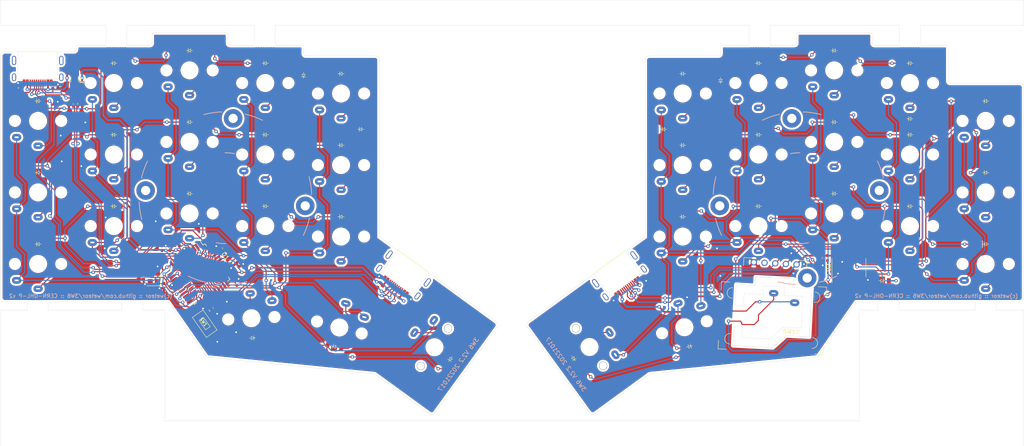
<source format=kicad_pcb>
(kicad_pcb (version 20211014) (generator pcbnew)
  (layers (0 "F.Cu" signal) (31 "B.Cu" signal) (34 "B.Paste" user) (35 "F.Paste" user) (36 "B.SilkS" user "B.Silkscreen") (37 "F.SilkS" user "F.Silkscreen") (38 "B.Mask" user) (39 "F.Mask" user) (44 "Edge.Cuts" user))
  (net 0 "")
  (net 1 "GND")
  (net 2 "Net-(C1-Pad1)")
  (net 3 "Net-(C2-Pad1)")
  (net 4 "VDD")
  (net 5 "VSS")
  (net 6 "+5V")
  (net 7 "Net-(C9-Pad1)")
  (net 8 "Net-(D2-Pad2)")
  (net 9 "/Row_R0")
  (net 10 "Net-(D3-Pad2)")
  (net 11 "/Row_R1")
  (net 12 "Net-(D4-Pad2)")
  (net 13 "/Row_R2")
  (net 14 "Net-(D5-Pad2)")
  (net 15 "/Row_L0")
  (net 16 "Net-(D6-Pad2)")
  (net 17 "/Row_L1")
  (net 18 "Net-(D7-Pad2)")
  (net 19 "/Row_L2")
  (net 20 "Net-(D8-Pad2)")
  (net 21 "Net-(D9-Pad2)")
  (net 22 "Net-(D10-Pad2)")
  (net 23 "Net-(D11-Pad2)")
  (net 24 "Net-(D12-Pad2)")
  (net 25 "Net-(D13-Pad2)")
  (net 26 "Net-(D14-Pad2)")
  (net 27 "Net-(D15-Pad2)")
  (net 28 "Net-(D16-Pad2)")
  (net 29 "Net-(D17-Pad2)")
  (net 30 "/Row_R3")
  (net 31 "Net-(D18-Pad2)")
  (net 32 "Net-(D19-Pad2)")
  (net 33 "Net-(D20-Pad2)")
  (net 34 "Net-(D21-Pad2)")
  (net 35 "/Row_L3")
  (net 36 "Net-(D22-Pad2)")
  (net 37 "Net-(D23-Pad2)")
  (net 38 "Net-(D24-Pad2)")
  (net 39 "Net-(D25-Pad2)")
  (net 40 "Net-(D26-Pad2)")
  (net 41 "Net-(D27-Pad2)")
  (net 42 "Net-(D28-Pad2)")
  (net 43 "Net-(D29-Pad2)")
  (net 44 "Net-(D30-Pad2)")
  (net 45 "Net-(D31-Pad2)")
  (net 46 "Net-(D32-Pad2)")
  (net 47 "Net-(D33-Pad2)")
  (net 48 "Net-(D34-Pad2)")
  (net 49 "Net-(D35-Pad2)")
  (net 50 "Net-(D36-Pad2)")
  (net 51 "Net-(D37-Pad2)")
  (net 52 "Net-(F1-Pad1)")
  (net 53 "Net-(J1-PadS1)")
  (net 54 "Net-(J1-PadA7)")
  (net 55 "Net-(J1-PadA5)")
  (net 56 "Net-(J1-PadA6)")
  (net 57 "Net-(J1-PadB5)")
  (net 58 "Net-(J1-PadA8)")
  (net 59 "Net-(J1-PadB8)")
  (net 60 "Net-(J2-PadS1)")
  (net 61 "/I2C_SDA_L")
  (net 62 "Net-(J2-PadA5)")
  (net 63 "/I2C_SCL_L")
  (net 64 "Net-(J2-PadB5)")
  (net 65 "Net-(J2-PadA8)")
  (net 66 "Net-(J2-PadB8)")
  (net 67 "Net-(J3-PadS1)")
  (net 68 "/I2C_SDA_R")
  (net 69 "Net-(J3-PadA5)")
  (net 70 "/I2C_SCL_R")
  (net 71 "Net-(J3-PadB5)")
  (net 72 "Net-(J3-PadA8)")
  (net 73 "Net-(J3-PadB8)")
  (net 74 "Net-(R5-Pad2)")
  (net 75 "Net-(R9-Pad2)")
  (net 76 "/Col_R0")
  (net 77 "/Col_L0")
  (net 78 "/Col_R1")
  (net 79 "/Col_L1")
  (net 80 "/Col_R2")
  (net 81 "/Col_L2")
  (net 82 "/Col_R3")
  (net 83 "/Col_L3")
  (net 84 "/Col_R4")
  (net 85 "/Col_L4")
  (net 86 "Net-(U2-Pad17)")
  (net 87 "/D-")
  (net 88 "/D+")
  (net 89 "Net-(D40-Pad2)")
  (net 90 "Net-(D40-Pad1)")
  (net 91 "Net-(D43-Pad2)")
  (net 92 "Net-(D43-Pad1)")
  (net 93 "Net-(D44-Pad2)")
  (net 94 "Net-(D44-Pad1)")
  (net 95 "Net-(D50-Pad2)")
  (net 96 "Net-(D50-Pad1)")
  (net 97 "Net-(D52-Pad2)")
  (net 98 "Net-(D52-Pad1)")
  (net 99 "Net-(SW17-PadINT)")
  (net 100 "Net-(U1-Pad42)")
  (net 101 "Net-(U1-Pad41)")
  (net 102 "Net-(U1-Pad40)")
  (net 103 "Net-(U1-Pad39)")
  (net 104 "Net-(U1-Pad38)")
  (net 105 "Net-(U1-Pad37)")
  (net 106 "Net-(U1-Pad32)")
  (net 107 "Net-(U1-Pad31)")
  (net 108 "Net-(U1-Pad27)")
  (net 109 "Net-(U1-Pad26)")
  (net 110 "Net-(U1-Pad25)")
  (net 111 "Net-(U1-Pad22)")
  (net 112 "Net-(U1-Pad21)")
  (net 113 "Net-(U1-Pad20)")
  (net 114 "Net-(U1-Pad12)")
  (net 115 "Net-(R8-Pad2)")
  (net 116 "Net-(U2-Pad20)")
  (net 117 "Net-(U2-Pad19)")
  (net 118 "Net-(U2-Pad18)")
  (net 119 "Net-(U2-Pad11)")
  (net 120 "Net-(U2-Pad10)")
  (net 121 "Net-(U2-Pad9)")
  (footprint "Weteor:Micro_Push_Button_3x6x2.5mm" (layer "F.Cu") (at 90.859008 95.421254 125)
    (fp_text reference "SW1")
    (fp_text value "SW_Push")
  )
  (footprint "Fuse:Fuse_1206_3216Metric" (layer "F.Cu") (at 59.934009 37.446254 -90)
    (fp_text reference "F1")
    (fp_text value "500mA")
  )
  (footprint "Weteor:D_SOD-123" (layer "F.Cu") (at 251.809007 85.221253 180)
    (fp_text reference "D17" hide)
    (fp_text value "D")
  )
  (footprint "Weteor:D_SOD-123" (layer "F.Cu") (at 87.259009 47.521254)
    (fp_text reference "D19" hide)
    (fp_text value "D")
  )
  (footprint "Weteor:C_0402_HandSolder" (layer "F.Cu") (at 92.859008 91.721253 125)
    (fp_text reference "C4" hide)
    (fp_text value "0.1uF")
  )
  (footprint "Weteor:D_SOD-123" (layer "F.Cu") (at 87.259007 30.521252)
    (fp_text reference "D18" hide)
    (fp_text value "D")
  )
  (footprint "Weteor:Kailh_Choc_1u" (layer "F.Cu") (at 51.259007 47.221253)
    (fp_text reference "SW5" hide)
    (fp_text value "SW_Push" hide)
  )
  (footprint "Weteor:D_SOD-123" (layer "F.Cu") (at 258.459009 50.521254)
    (fp_text reference "D9" hide)
    (fp_text value "D")
  )
  (footprint "Weteor:C_0402_HandSolder" (layer "F.Cu") (at 84.259007 76.871252 180)
    (fp_text reference "C9" hide)
    (fp_text value "1uF")
  )
  (footprint "Weteor:D_SOD-123" (layer "F.Cu") (at 51.259009 59.521253)
    (fp_text reference "D6" hide)
    (fp_text value "D")
  )
  (footprint "Weteor:Kailh_Choc_1u" (layer "F.Cu") (at 240.459008 52.221252)
    (fp_text reference "SW15" hide)
    (fp_text value "SW_Push" hide)
  )
  (footprint "Weteor:C_0402_HandSolder" (layer "F.Cu") (at 98.509007 82.271253 -145)
    (fp_text reference "C7" hide)
    (fp_text value "0.1uF")
  )
  (footprint "Weteor:Kailh_Choc_1u" (layer "F.Cu") (at 69.259008 55.221253)
    (fp_text reference "SW12" hide)
    (fp_text value "SW_Push" hide)
  )
  (footprint "Weteor:Kailh_Choc_1u" (layer "F.Cu") (at 204.459007 40.721253)
    (fp_text reference "SW30" hide)
    (fp_text value "SW_Push" hide)
  )
  (footprint "Weteor:C_0402_HandSolder" (layer "F.Cu") (at 81.159007 86.421254 -90)
    (fp_text reference "C1" hide)
    (fp_text value "22pF")
  )
  (footprint "Weteor:D_SOD-123" (layer "F.Cu") (at 69.259008 50.521253)
    (fp_text reference "D12" hide)
    (fp_text value "D")
  )
  (footprint "Weteor:Kailh_Choc_1u" (layer "F.Cu") (at 222.459009 55.221254)
    (fp_text reference "SW23" hide)
    (fp_text value "SW_Push" hide)
  )
  (footprint "Weteor:Kailh_Choc_1.5u" (layer "F.Cu") (at 182.309009 100.971252 126)
    (fp_text reference "SW33" hide)
    (fp_text value "SW_Push" hide)
  )
  (footprint "Weteor:C_0402_HandSolder" (layer "F.Cu") (at 95.059009 77.471254 125)
    (fp_text reference "C5" hide)
    (fp_text value "0.1uF")
  )
  (footprint "Weteor:Kailh_Choc_1.5u" (layer "F.Cu") (at 145.459009 101.021254 -126)
    (fp_text reference "SW37" hide)
    (fp_text value "SW_Push" hide)
  )
  (footprint "Weteor:Kailh_Choc_1u" (layer "F.Cu") (at 105.259008 38.221253)
    (fp_text reference "SW26" hide)
    (fp_text value "SW_Push" hide)
  )
  (footprint "Weteor:Kailh_Choc_1u" (layer "F.Cu") (at 204.859008 96.271254 -165)
    (fp_text reference "SW25" hide)
    (fp_text value "SW_Push" hide)
  )
  (footprint "Weteor:D_SOD-123" (layer "F.Cu") (at 199.909009 49.221254)
    (fp_text reference "D43" hide)
    (fp_text value "D")
  )
  (footprint "Weteor:Kailh_Choc_1u" (layer "F.Cu") (at 258.459007 55.221253)
    (fp_text reference "SW9" hide)
    (fp_text value "SW_Push" hide)
  )
  (footprint "Weteor:Kailh_Choc_1u" (layer "F.Cu") (at 105.259008 72.221253)
    (fp_text reference "SW28" hide)
    (fp_text value "SW_Push" hide)
  )
  (footprint "Weteor:C_0402_HandSolder" (layer "F.Cu") (at 237.659007 79.821252 90)
    (fp_text reference "C3" hide)
    (fp_text value "0.1uF")
  )
  (footprint "Weteor:C_0402_HandSolder" (layer "F.Cu") (at 80.709008 77.453753 -90)
    (fp_text reference "C6" hide)
    (fp_text value "0.1uF")
  )
  (footprint "Weteor:D_SOD-123" (layer "F.Cu") (at 204.459007 53.021253)
    (fp_text reference "D31" hide)
    (fp_text value "D")
  )
  (footprint "Weteor:Kailh_Choc_1u" (layer "F.Cu") (at 51.259007 81.221252)
    (fp_text reference "SW7" hide)
    (fp_text value "SW_Push" hide)
  )
  (footprint "Weteor:Kailh_Choc_1u" (layer "F.Cu") (at 51.259008 64.221253)
    (fp_text reference "SW6" hide)
    (fp_text value "SW_Push" hide)
  )
  (footprint "Weteor:Kailh_Choc_1u" (layer "F.Cu") (at 123.259007 74.721253)
    (fp_text reference "SW36" hide)
    (fp_text value "SW_Push" hide)
  )
  (footprint "Weteor:D_SOD-123" (layer "F.Cu") (at 258.459009 67.521253)
    (fp_text reference "D10" hide)
    (fp_text value "D")
  )
  (footprint "Weteor:Kailh_Choc_1u" (layer "F.Cu") (at 122.859008 96.321253 165)
    (fp_text reference "SW29" hide)
    (fp_text value "SW_Push" hide)
  )
  (footprint "Weteor:Kailh_Choc_1u" (layer "F.Cu") (at 276.459009 64.221253)
    (fp_text reference "SW3" hide)
    (fp_text value "SW_Push" hide)
  )
  (footprint "Weteor:AtMega32U4-Combie" (layer "F.Cu") (at 89.659007 83.621252 -55)
    (fp_text reference "U1")
    (fp_text value "ATmega32U4-AU")
  )
  (footprint "Weteor:R_0402_HandSolder" (layer "F.Cu") (at 60.659008 43.171253 90)
    (fp_text reference "R6" hide)
    (fp_text value "22R")
  )
  (footprint "Weteor:R_0402_HandSolder" (layer "F.Cu") (at 136.559009 88.921253 144)
    (fp_text reference "R3" hide)
    (fp_text value "4.7k")
  )
  (footprint "Weteor:Kailh_Choc_1u" (layer "F.Cu") (at 258.459008 72.221253)
    (fp_text reference "SW10" hide)
    (fp_text value "SW_Push" hide)
  )
  (footprint "Weteor:Kailh_Choc_1u" (layer "F.Cu") (at 222.459009 38.221253)
    (fp_text reference "SW22" hide)
    (fp_text value "SW_Push" hide)
  )
  (footprint "Weteor:Kailh_Choc_1u" (layer "F.Cu") (at 276.459008 81.221252)
    (fp_text reference "SW4" hide)
    (fp_text value "SW_Push" hide)
  )
  (footprint "Weteor:Kailh_Choc_1u" (layer "F.Cu") (at 276.459008 47.221253)
    (fp_text reference "SW2" hide)
    (fp_text value "SW_Push" hide)
  )
  (footprint "Weteor:Kailh_Choc_1u" (layer "F.Cu") (at 222.459007 72.221253)
    (fp_text reference "SW24" hide)
    (fp_text value "SW_Push" hide)
  )
  (footprint "Weteor:R_0402_HandSolder" (layer "F.Cu") (at 59.684008 43.171253 90)
    (fp_text reference "R7" hide)
    (fp_text value "22R")
  )
  (footprint "kbd:Breakaway_Tabs" (layer "F.Cu") (at 73.609007 90.421253)
    (fp_text reference "REF**")
    (fp_text value "Breakaway_Tabs")
  )
  (footprint "Weteor:Kailh_Choc_1u" (layer "F.Cu") (at 87.259009 52.221252)
    (fp_text reference "SW19" hide)
    (fp_text value "SW_Push" hide)
  )
  (footprint "kbd:Breakaway_Tabs" (layer "F.Cu") (at 253.359009 90.421253)
    (fp_text reference "REF**")
    (fp_text value "Breakaway_Tabs")
  )
  (footprint "Weteor:Kailh_Choc_1u" (layer "F.Cu") (at 87.259009 35.221253)
    (fp_text reference "SW18" hide)
    (fp_text value "SW_Push" hide)
  )
  (footprint "Weteor:Kailh_Choc_1u" (layer "F.Cu") (at 204.459008 57.721254)
    (fp_text reference "SW31" hide)
    (fp_text value "SW_Push" hide)
  )
  (footprint "Weteor:D_SOD-123" (layer "F.Cu") (at 69.259007 33.521253)
    (fp_text reference "D11" hide)
    (fp_text value "D")
  )
  (footprint "Weteor:D_SOD-123" (layer "F.Cu") (at 123.259009 36.021253)
    (fp_text reference "D34" hide)
    (fp_text value "D")
  )
  (footprint "Weteor:D_SOD-123" (layer "F.Cu") (at 240.459008 64.521253)
    (fp_text reference "D16" hide)
    (fp_text value "D")
  )
  (footprint "Weteor:C_0402_HandSolder" (layer "F.Cu") (at 76.359009 84.321254 -90)
    (fp_text reference "C2" hide)
    (fp_text value "22pF")
  )
  (footprint "Weteor:D_SOD-123" (layer "F.Cu") (at 105.259008 33.521254)
    (fp_text reference "D26" hide)
    (fp_text value "D")
  )
  (footprint "Weteor:D_SOD-123" (layer "F.Cu") (at 51.259007 42.521252)
    (fp_text reference "D5" hide)
    (fp_text value "D")
  )
  (footprint "Weteor:Kailh_Choc_1u" (layer "F.Cu") (at 204.459009 74.721254)
    (fp_text reference "SW32" hide)
    (fp_text value "SW_Push" hide)
  )
  (footprint "Weteor:D_SOD-123" (layer "F.Cu") (at 258.459007 33.521254)
    (fp_text reference "D8" hide)
    (fp_text value "D")
  )
  (footprint "Weteor:D_SOD-123" (layer "F.Cu") (at 276.459008 76.521254)
    (fp_text reference "D4" hide)
    (fp_text value "D")
  )
  (footprint "Weteor:D_SOD-123" (layer "F.Cu") (at 222.459008 67.521253)
    (fp_text reference "D24" hide)
    (fp_text value "D")
  )
  (footprint "Weteor:Kailh_Choc_1u" (layer "F.Cu") (at 69.259008 38.221254)
    (fp_text reference "SW11" hide)
    (fp_text value "SW_Push" hide)
  )
  (footprint "Weteor:Kailh_Choc_1u" (layer "F.Cu") (at 240.459009 35.221253)
    (fp_text reference "SW14" hide)
    (fp_text value "SW_Push" hide)
  )
  (footprint "Weteor:Kailh_Choc_1u" (layer "F.Cu") (at 258.459008 38.221253)
    (fp_text reference "SW8" hide)
    (fp_text value "SW_Push" hide)
  )
  (footprint "Weteor:R_0402_HandSolder" (layer "F.Cu") (at 91.959009 92.321253 -55)
    (fp_text reference "R8" hide)
    (fp_text value "10k")
  )
  (footprint "Weteor:D_SOD-123" (layer "F.Cu") (at 222.459008 33.521254)
    (fp_text reference "D22" hide)
    (fp_text value "D")
  )
  (footprint "Weteor:R_0402_HandSolder" (layer "F.Cu") (at 55.359007 39.471252)
    (fp_text reference "R1" hide)
    (fp_text value "5.1k")
  )
  (footprint "Weteor:D_SOD-123" (layer "F.Cu") (at 149.259008 103.821252 54)
    (fp_text reference "D37" hide)
    (fp_text value "D")
  )
  (footprint "Weteor:Kailh_Choc_1u" (layer "F.Cu") (at 101.959008 94.121253 -177)
    (fp_text reference "SW21" hide)
    (fp_text value "SW_Push" hide)
  )
  (footprint "Weteor:Kailh_Choc_1u" (layer "F.Cu") (at 123.259008 57.721252)
    (fp_text reference "SW35" hide)
    (fp_text value "SW_Push" hide)
  )
  (footprint "Weteor:D_SOD-123" (layer "F.Cu") (at 204.459008 36.021253)
    (fp_text reference "D30" hide)
    (fp_text value "D")
  )
  (footprint "kbd:Breakaway_Tabs" (layer "F.Cu") (at 276.509009 90.421253)
    (fp_text reference "REF**")
    (fp_text value "Breakaway_Tabs")
  )
  (footprint "Weteor:R_0402_HandSolder" (layer "F.Cu") (at 238.859008 79.821253 -90)
    (fp_text reference "R5" hide)
    (fp_text value "10k")
  )
  (footprint "Weteor:D_SOD-123" (layer "F.Cu") (at 276.459007 42.521252)
    (fp_text reference "D2" hide)
    (fp_text value "D")
  )
  (footprint "Weteor:D_SOD-123" (layer "F.Cu") (at 105.259008 50.521253)
    (fp_text reference "D27" hide)
    (fp_text value "D")
  )
  (footprint "Weteor:D_SOD-123" (layer "F.Cu") (at 127.959007 49.221253)
    (fp_text reference "D40" hide)
    (fp_text value "D")
  )
  (footprint "Weteor:Kailh_Choc_1u" (layer "F.Cu") (at 87.259007 69.221253)
    (fp_text reference "SW20" hide)
    (fp_text value "SW_Push" hide)
  )
  (footprint "kbd:Breakaway_Tabs" (layer "F.Cu") (at 222.759008 29.121254)
    (fp_text reference "REF**")
    (fp_text value "Breakaway_Tabs")
  )
  (footprint "Weteor:D_SOD-123" (layer "F.Cu") (at 240.459009 30.521252)
    (fp_text reference "D14" hide)
    (fp_text value "D")
  )
  (footprint "Weteor:D_SOD-123" (layer "F.Cu") (at 87.259008 64.521253)
    (fp_text reference "D20" hide)
    (fp_text value "D")
  )
  (footprint "Weteor:C_0402_HandSolder" (layer "F.Cu") (at 82.559009 77.453753 -90)
    (fp_text reference "C8" hide)
    (fp_text value "4.7uF")
  )
  (footprint "Weteor:D_SOD-123" (layer "F.Cu") (at 276.459007 59.521252)
    (fp_text reference "D3" hide)
    (fp_text value "D")
  )
  (footprint "Crystal:Crystal_SMD_3225-4Pin_3.2x2.5mm" (layer "F.Cu") (at 78.759007 84.421252 90)
    (fp_text reference "Y1" hide)
    (fp_text value "16MHZ")
  )
  (footprint "Weteor:D_SOD-123" (layer "F.Cu") (at 51.259009 76.521252)
    (fp_text reference "D7" hide)
    (fp_text value "D")
  )
  (footprint "Weteor:D_SOD-123" (layer "F.Cu") (at 204.459009 70.021253)
    (fp_text reference "D32" hide)
    (fp_text value "D")
  )
  (footprint "kbd:Breakaway_Tabs" (layer "F.Cu") (at 105.159008 29.121252)
    (fp_text reference "REF**")
    (fp_text value "Breakaway_Tabs")
  )
  (footprint "Weteor:D_SOD-123" (layer "F.Cu") (at 69.259008 67.521253)
    (fp_text reference "D13" hide)
    (fp_text value "D")
  )
  (footprint "Weteor:Kailh_Choc_1u" (layer "F.Cu") (at 69.259007 72.221253)
    (fp_text reference "SW13" hide)
    (fp_text value "SW_Push" hide)
  )
  (footprint "Weteor:Kailh_Choc_1u" (layer "F.Cu") (at 105.259007 55.221253)
    (fp_text reference "SW27" hide)
    (fp_text value "SW_Push" hide)
  )
  (footprint "Weteor:D_SOD-123" (layer "F.Cu") (at 123.259009 70.021252)
    (fp_text reference "D36" hide)
    (fp_text value "D")
  )
  (footprint "Weteor:D_SOD-123" (layer "F.Cu") (at 114.359008 36.421253 90)
    (fp_text reference "D44" hide)
    (fp_text value "D")
  )
  (footprint "Weteor:D_SOD-123" (layer "F.Cu") (at 258.459007 46.721254)
    (fp_text reference "D52" hide)
    (fp_text value "D")
  )
  (footprint "kbd:Breakaway_Tabs" (layer "F.Cu") (at 69.884008 29.121253)
    (fp_text reference "REF**")
    (fp_text value "Breakaway_Tabs")
  )
  (footprint "Weteor:D_SOD-123" (layer "F.Cu") (at 178.509008 103.671254 126)
    (fp_text reference "D33" hide)
    (fp_text value "D")
  )
  (footprint "Weteor:D_SOD-123" (layer "F.Cu") (at 222.459007 50.521254)
    (fp_text reference "D23" hide)
    (fp_text value "D")
  )
  (footprint "Weteor:D_SOD-123" (layer "F.Cu") (at 105.259008 67.521253)
    (fp_text reference "D28" hide)
    (fp_text value "D")
  )
  (footprint "Weteor:R_0402_HandSolder" (layer "F.Cu") (at 133.659009 86.821254 -36)
    (fp_text reference "R4" hide)
    (fp_text value "4.7k")
  )
  (footprint "Weteor:D_SOD-123" (layer "F.Cu") (at 213.459009 37.621254 90)
    (fp_text reference "D50" hide)
    (fp_text value "D")
  )
  (footprint "Weteor:Kailh_Choc_1u" (layer "F.Cu") (at 240.459007 69.221253)
    (fp_text reference "SW16" hide)
    (fp_text value "SW_Push" hide)
  )
  (footprint "Weteor:D_SOD-123" (layer "F.Cu") (at 121.709008 100.871253 -15)
    (fp_text reference "D29" hide)
    (fp_text value "D")
  )
  (footprint "Weteor:Kailh_Choc_1u" (layer "F.Cu") (at 123.259009 40.721253)
    (fp_text reference "SW34" hide)
    (fp_text value "SW_Push" hide)
  )
  (footprint "kbd:Breakaway_Tabs" (layer "F.Cu") (at 258.459007 29.121252)
    (fp_text reference "REF**")
    (fp_text value "Breakaway_Tabs")
  )
  (footprint "Weteor:USB-C-12-Pin-MidMount" (layer "F.Cu") (at 187.079127 80.814962 36)
    (fp_text reference "J3" hide)
    (fp_text value "USB_C  I2C_R")
  )
  (footprint "Weteor:USB-C-12-Pin-MidMount" (layer "F.Cu") (at 140.459009 80.621254 -36)
    (fp_text reference "J2" hide)
    (fp_text value "USB_C  I2C_L")
  )
  (footprint "Weteor:D_SOD-123" (layer "F.Cu") (at 123.259009 53.021253)
    (fp_text reference "D35" hide)
    (fp_text value "D")
  )
  (footprint "Weteor:USB-C-12-Pin-MidMount" (layer "F.Cu") (at 51.159008 30.771253)
    (fp_text reference "J1" hide)
    (fp_text value "USB_C Main")
  )
  (footprint "Weteor:D_SOD-123" (layer "F.Cu") (at 240.459009 47.521252)
    (fp_text reference "D15" hide)
    (fp_text value "D")
  )
  (footprint "Weteor:D_SOD-123" (layer "F.Cu") (at 102.209009 98.821252 -177)
    (fp_text reference "D21" hide)
    (fp_text value "D")
  )
  (footprint "Weteor:R_0402_HandSolder" (layer "F.Cu") (at 99.009007 85.971252 -145)
    (fp_text reference "R9" hide)
    (fp_text value "10k")
  )
  (footprint "Weteor:D_SOD-123" (layer "F.Cu") (at 206.059009 100.821252 -165)
    (fp_text reference "D25" hide)
    (fp_text value "D")
  )
  (footprint "Weteor:R_0402_HandSolder" (layer "F.Cu") (at 46.584008 39.421253 180)
    (fp_text reference "R2" hide)
    (fp_text value "5.1k")
  )
  (footprint "Weteor:trackball_choc_combi" (layer "F.Cu") (at 225.759008 94.071254 177)
    (fp_text reference "SW17")
    (fp_text value "Trackball_Choc_Combi")
    (fp_line (start 4.5 7.5) (end 4.5 9.5) (layer "Edge.Cuts") (width 0.05))
    (fp_line (start 7 -2.5) (end 9 -2.5) (layer "Edge.Cuts") (width 0.05))
    (fp_line (start -2.7 -2) (end 0.4 -5) (layer "Edge.Cuts") (width 0.05))
    (fp_line (start -2.7 -2) (end -7 -2) (layer "Edge.Cuts") (width 0.05))
    (fp_line (start 7 -5) (end 0.4 -5) (layer "Edge.Cuts") (width 0.05))
    (fp_line (start -4.5 9.5) (end 4.5 9.5) (layer "Edge.Cuts") (width 0.05))
    (fp_line (start -4.5 7.5) (end -4.5 9.5) (layer "Edge.Cuts") (width 0.05))
    (fp_line (start 2.5 5.5) (end 2.5 7.5) (layer "Edge.Cuts") (width 0.05))
    (fp_line (start 7 2.5) (end 9 2.5) (layer "Edge.Cuts") (width 0.05))
    (fp_line (start -9 -4) (end -9 7.5) (layer "Edge.Cuts") (width 0.05))
    (fp_line (start -9 7.5) (end -4.5 7.5) (layer "Edge.Cuts") (width 0.05))
    (fp_line (start 7 -5) (end 7 -2.5) (layer "Edge.Cuts") (width 0.05))
    (fp_line (start -2.5 5.5) (end -2.5 7.5) (layer "Edge.Cuts") (width 0.05))
    (fp_line (start -7 5.5) (end -2.5 5.5) (layer "Edge.Cuts") (width 0.05))
    (fp_line (start 7 2.5) (end 7 5.5) (layer "Edge.Cuts") (width 0.05))
    (fp_line (start 9 -7) (end 9 -2.5) (layer "Edge.Cuts") (width 0.05))
    (fp_line (start 4.5 7.5) (end 9 7.5) (layer "Edge.Cuts") (width 0.05))
    (fp_line (start 2.5 5.5) (end 7 5.5) (layer "Edge.Cuts") (width 0.05))
    (fp_line (start -0.499999 -7) (end -3.5 -4) (layer "Edge.Cuts") (width 0.05))
    (fp_line (start -9 -4) (end -3.5 -4) (layer "Edge.Cuts") (width 0.05))
    (fp_line (start 9 -7) (end -0.5 -7) (layer "Edge.Cuts") (width 0.05))
    (fp_line (start -2.5 7.5) (end 2.5 7.5) (layer "Edge.Cuts") (width 0.05))
    (fp_line (start 9 7.5) (end 9 2.5) (layer "Edge.Cuts") (width 0.05))
    (fp_line (start -7 -2) (end -7 5.5) (layer "Edge.Cuts") (width 0.05))
  )
  (footprint "Weteor:Tenting_Puck_3hole" (layer "F.Cu") (at 95.784007 65.596254 -5.5)
    (fp_text reference "REF**")
    (fp_text value "Tenting Puck")
  )
  (footprint "Weteor:Tenting_Puck4Hole" (layer "F.Cu") (at 232.209009 65.596252 5.5)
    (fp_text reference "REF**")
    (fp_text value "Tenting Puck")
  )
  (footprint "kbd:Breakaway_Tabs" (layer "F.Cu") (at 51.209009 90.421253)
    (fp_text reference "REF**")
    (fp_text value "Breakaway_Tabs")
  )
  (footprint "Package_SO:TSSOP-24_4.4x7.8mm_P0.65mm" (layer "F.Cu") (at 243.959009 82.121252 90)
    (fp_text reference "U2")
    (fp_text value "PCA9555PW")
  )
  (gr_line (start 285.516007 18.521252) (end 42.359008 18.521252) (layer "Edge.Cuts") (width 0.05))
  (gr_line (start 72.359008 29.265974) (end 77.840987 29.265972) (layer "Edge.Cuts") (width 0.05))
  (gr_curve (pts (xy 114.340987 29.765973) (xy 114.340988 29.489873) (xy 114.117088 29.265973) (xy 113.840989 29.265972)) (layer "Edge.Cuts") (width 0.05))
  (gr_curve (pts (xy 284.516007 38.265973) (xy 285.068009 38.265973) (xy 285.516009 38.713674) (xy 285.516009 39.265974)) (layer "Edge.Cuts") (width 0.05))
  (gr_line (start 76.109008 90.265974) (end 76.109008 92.221254) (layer "Edge.Cuts") (width 0.05))
  (gr_line (start 225.259007 29.265972) (end 231.016008 29.265973) (layer "Edge.Cuts") (width 0.05))
  (gr_line (start 42.340987 118.521254) (end 42.340988 92.221254) (layer "Edge.Cuts") (width 0.05))
  (gr_line (start 183.259009 118.521252) (end 81.359008 118.521254) (layer "Edge.Cuts") (width 0.05))
  (gr_curve (pts (xy 78.840988 26.265973) (xy 78.564888 26.265974) (xy 78.340989 26.489874) (xy 78.340989 26.765973)) (layer "Edge.Cuts") (width 0.05))
  (gr_line (start 194.609008 83.421253) (end 187.184009 88.821253) (layer "Edge.Cuts") (width 0.05))
  (gr_line (start 225.259007 29.265972) (end 225.259007 24.521254) (layer "Edge.Cuts") (width 0.05))
  (gr_line (start 132.884008 83.196253) (end 136.734009 77.971254) (layer "Edge.Cuts") (width 0.05))
  (gr_line (start 249.516008 28.765973) (end 249.516008 26.765973) (layer "Edge.Cuts") (width 0.05))
  (gr_line (start 255.959009 29.265973) (end 255.959008 24.521253) (layer "Edge.Cuts") (width 0.05))
  (gr_line (start 55.859008 30.765973) (end 59.840989 30.765974) (layer "Edge.Cuts") (width 0.05))
  (gr_line (start 48.709008 92.221253) (end 42.340988 92.221254) (layer "Edge.Cuts") (width 0.05))
  (gr_curve (pts (xy 59.840989 30.765974) (xy 60.116989 30.765974) (xy 60.340988 30.542073) (xy 60.340989 30.265974)) (layer "Edge.Cuts") (width 0.05))
  (gr_line (start 250.859009 92.221252) (end 246.459009 92.221254) (layer "Edge.Cuts") (width 0.05))
  (gr_line (start 190.959008 78.071253) (end 190.809008 78.171252) (layer "Edge.Cuts") (width 0.05))
  (gr_line (start 183.650905 116.766132) (end 196.595209 107.361574) (layer "Edge.Cuts") (width 0.05))
  (gr_line (start 250.859009 90.265973) (end 250.859009 92.221252) (layer "Edge.Cuts") (width 0.05))
  (gr_line (start 250.859009 90.265973) (end 245.652607 90.265973) (layer "Edge.Cuts") (width 0.05))
  (gr_line (start 46.459008 30.765974) (end 46.459007 36.721254) (layer "Edge.Cuts") (width 0.05))
  (gr_line (start 43.340988 30.765973) (end 46.459008 30.765974) (layer "Edge.Cuts") (width 0.05))
  (gr_line (start 102.709008 29.265973) (end 96.840989 29.265974) (layer "Edge.Cuts") (width 0.05))
  (gr_line (start 284.516007 38.265973) (end 268.016009 38.265972) (layer "Edge.Cuts") (width 0.05))
  (gr_curve (pts (xy 160.297532 96.319532) (xy 160.622151 95.872732) (xy 160.523101 95.247331) (xy 160.076289 94.922731)) (layer "Edge.Cuts") (width 0.05))
  (gr_line (start 42.359008 18.521252) (end 42.340988 18.521253) (layer "Edge.Cuts") (width 0.05))
  (gr_line (start 67.409009 29.265973) (end 60.840986 29.265973) (layer "Edge.Cuts") (width 0.05))
  (gr_line (start 260.959008 24.521254) (end 285.516009 24.521252) (layer "Edge.Cuts") (width 0.05))
  (gr_curve (pts (xy 42.340989 89.265973) (xy 42.340987 89.818274) (xy 42.788988 90.265974) (xy 43.340989 90.265974)) (layer "Edge.Cuts") (width 0.05))
  (gr_line (start 279.009009 92.221254) (end 285.516008 92.221254) (layer "Edge.Cuts") (width 0.05))
  (gr_line (start 102.709008 29.265973) (end 102.709008 24.521254) (layer "Edge.Cuts") (width 0.05))
  (gr_line (start 279.009009 90.265974) (end 279.009009 92.221254) (layer "Edge.Cuts") (width 0.05))
  (gr_line (start 42.340987 118.521254) (end 42.340988 124.521254) (layer "Edge.Cuts") (width 0.05))
  (gr_line (start 131.261788 107.361575) (end 91.387588 103.380874) (layer "Edge.Cuts") (width 0.05))
  (gr_line (start 132.340989 74.771814) (end 136.609008 77.871254) (layer "Edge.Cuts") (width 0.05))
  (gr_line (start 285.516008 118.521252) (end 285.516008 92.221254) (layer "Edge.Cuts") (width 0.05))
  (gr_line (start 274.009007 90.265973) (end 255.859008 90.265974) (layer "Edge.Cuts") (width 0.05))
  (gr_line (start 225.259007 24.521254) (end 255.959008 24.521253) (layer "Edge.Cuts") (width 0.05))
  (gr_line (start 96.340988 26.765972) (end 96.340988 28.765973) (layer "Edge.Cuts") (width 0.05))
  (gr_curve (pts (xy 231.516008 28.765974) (xy 231.516008 29.042073) (xy 231.292109 29.265973) (xy 231.016008 29.265973)) (layer "Edge.Cuts") (width 0.05))
  (gr_curve (pts (xy 132.340988 32.765972) (xy 132.340988 32.213674) (xy 131.893288 31.765973) (xy 131.340989 31.765973)) (layer "Edge.Cuts") (width 0.05))
  (gr_line (start 71.109008 90.265974) (end 53.709009 90.265973) (layer "Edge.Cuts") (width 0.05))
  (gr_line (start 213.016008 31.765974) (end 196.516009 31.765973) (layer "Edge.Cuts") (width 0.05))
  (gr_curve (pts (xy 144.20609 116.766132) (xy 144.652892 117.090731) (xy 145.278291 116.99173) (xy 145.60289 116.54493)) (layer "Edge.Cuts") (width 0.05))
  (gr_line (start 260.959007 29.265972) (end 260.959008 24.521254) (layer "Edge.Cuts") (width 0.05))
  (gr_line (start 220.259008 29.265972) (end 214.016008 29.265973) (layer "Edge.Cuts") (width 0.05))
  (gr_curve (pts (xy 285.516007 89.265973) (xy 285.516009 89.818274) (xy 285.068008 90.265974) (xy 284.516008 90.265973)) (layer "Edge.Cuts") (width 0.05))
  (gr_line (start 144.309007 83.471253) (end 160.076289 94.922731) (layer "Edge.Cuts") (width 0.05))
  (gr_line (start 231.516009 26.765974) (end 231.516008 28.765974) (layer "Edge.Cuts") (width 0.05))
  (gr_line (start 255.859008 90.265974) (end 255.859007 92.221252) (layer "Edge.Cuts") (width 0.05))
  (gr_curve (pts (xy 249.016008 26.265972) (xy 249.292109 26.265974) (xy 249.516009 26.489873) (xy 249.516008 26.765973)) (layer "Edge.Cuts") (width 0.05))
  (gr_line (start 78.840988 26.265973) (end 95.840989 26.265973) (layer "Edge.Cuts") (width 0.05))
  (gr_line (start 187.184009 88.821253) (end 183.359008 83.596254) (layer "Edge.Cuts") (width 0.05))
  (gr_line (start 132.340988 32.765972) (end 132.340989 74.771814) (layer "Edge.Cuts") (width 0.05))
  (gr_line (start 55.859009 36.721253) (end 55.859008 37.321253) (layer "Edge.Cuts") (width 0.05))
  (gr_curve (pts (xy 183.650905 116.766132) (xy 183.204105 117.090732) (xy 182.578704 116.99173) (xy 182.254106 116.54493)) (layer "Edge.Cuts") (width 0.05))
  (gr_line (start 285.516007 89.265973) (end 285.516009 39.265974) (layer "Edge.Cuts") (width 0.05))
  (gr_line (start 190.809008 78.171252) (end 194.609008 83.421253) (layer "Edge.Cuts") (width 0.05))
  (gr_line (start 78.340989 28.765973) (end 78.340989 26.765973) (layer "Edge.Cuts") (width 0.05))
  (gr_line (start 53.709009 90.265973) (end 53.709009 92.221253) (layer "Edge.Cuts") (width 0.05))
  (gr_curve (pts (xy 213.516008 29.765974) (xy 213.516007 29.489873) (xy 213.739909 29.265973) (xy 214.016008 29.265973)) (layer "Edge.Cuts") (width 0.05))
  (gr_line (start 195.516009 32.765972) (end 195.516009 74.771813) (layer "Edge.Cuts") (width 0.05))
  (gr_line (start 249.016008 26.265972) (end 232.016009 26.265972) (layer "Edge.Cuts") (width 0.05))
  (gr_line (start 285.516008 118.521252) (end 285.516009 124.521253) (layer "Edge.Cuts") (width 0.05))
  (gr_line (start 196.595209 107.361574) (end 236.469407 103.380873) (layer "Edge.Cuts") (width 0.05))
  (gr_line (start 285.516009 24.521252) (end 285.516007 18.521252) (layer "Edge.Cuts") (width 0.05))
  (gr_line (start 167.780706 94.92273) (end 183.359008 83.596254) (layer "Edge.Cuts") (width 0.05))
  (gr_line (start 67.409008 24.521252) (end 42.340988 24.521254) (layer "Edge.Cuts") (width 0.05))
  (gr_line (start 114.840989 31.765974) (end 131.340989 31.765973) (layer "Edge.Cuts") (width 0.05))
  (gr_curve (pts (xy 77.840987 29.265972) (xy 78.117086 29.265973) (xy 78.340988 29.042073) (xy 78.340989 28.765973)) (layer "Edge.Cuts") (width 0.05))
  (gr_line (start 160.297532 96.319532) (end 145.60289 116.54493) (layer "Edge.Cuts") (width 0.05))
  (gr_line (start 144.309007 83.471253) (end 144.134008 83.346253) (layer "Edge.Cuts") (width 0.05))
  (gr_curve (pts (xy 114.340988 31.265973) (xy 114.340987 31.542073) (xy 114.564889 31.765972) (xy 114.840989 31.765974)) (layer "Edge.Cuts") (width 0.05))
  (gr_curve (pts (xy 267.016008 29.265974) (xy 267.292007 29.265973) (xy 267.516008 29.489873) (xy 267.516009 29.765973)) (layer "Edge.Cuts") (width 0.05))
  (gr_curve (pts (xy 167.559465 96.319532) (xy 167.234845 95.87273) (xy 167.333896 95.24733) (xy 167.780706 94.92273)) (layer "Edge.Cuts") (width 0.05))
  (gr_line (start 285.516009 124.521253) (end 42.340988 124.521254) (layer "Edge.Cuts") (width 0.05))
  (gr_line (start 236.469407 103.380873) (end 245.652607 90.265973) (layer "Edge.Cuts") (width 0.05))
  (gr_line (start 60.340989 30.265974) (end 60.340988 29.765974) (layer "Edge.Cuts") (width 0.05))
  (gr_curve (pts (xy 96.340988 26.765972) (xy 96.340988 26.489873) (xy 96.117088 26.265973) (xy 95.840989 26.265973)) (layer "Edge.Cuts") (width 0.05))
  (gr_line (start 46.459007 36.721254) (end 46.459007 37.321253) (layer "Edge.Cuts") (width 0.05))
  (gr_line (start 213.516008 29.765974) (end 213.516009 31.265973) (layer "Edge.Cuts") (width 0.05))
  (gr_line (start 81.359009 92.221253) (end 81.359008 118.521254) (layer "Edge.Cuts") (width 0.05))
  (gr_line (start 55.859009 36.721253) (end 55.859008 30.765973) (layer "Edge.Cuts") (width 0.05))
  (gr_line (start 107.609008 29.265974) (end 107.609008 24.521253) (layer "Edge.Cuts") (width 0.05))
  (gr_line (start 267.516009 37.765974) (end 267.516009 29.765973) (layer "Edge.Cuts") (width 0.05))
  (gr_line (start 42.340989 89.265973) (end 42.340987 31.765973) (layer "Edge.Cuts") (width 0.05))
  (gr_line (start 144.134008 83.346253) (end 140.334009 88.596252) (layer "Edge.Cuts") (width 0.05))
  (gr_line (start 114.340987 29.765973) (end 114.340988 31.265973) (layer "Edge.Cuts") (width 0.05))
  (gr_line (start 167.559465 96.319532) (end 182.254106 116.54493) (layer "Edge.Cuts") (width 0.05))
  (gr_curve (pts (xy 60.840986 29.265973) (xy 60.564989 29.265973) (xy 60.340987 29.489872) (xy 60.340988 29.765974)) (layer "Edge.Cuts") (width 0.05))
  (gr_line (start 91.387588 103.380874) (end 82.204388 90.265973) (layer "Edge.Cuts") (width 0.05))
  (gr_line (start 220.259008 29.265972) (end 220.259009 24.521254) (layer "Edge.Cuts") (width 0.05))
  (gr_line (start 140.334009 88.596252) (end 132.884008 83.196253) (layer "Edge.Cuts") (width 0.05))
  (gr_curve (pts (xy 213.516009 31.265973) (xy 213.516009 31.542073) (xy 213.292109 31.765972) (xy 213.016008 31.765974)) (layer "Edge.Cuts") (width 0.05))
  (gr_curve (pts (xy 43.340988 30.765973) (xy 42.788987 30.765972) (xy 42.340988 31.213674) (xy 42.340987 31.765973)) (layer "Edge.Cuts") (width 0.05))
  (gr_line (start 48.709009 90.265975) (end 43.340989 90.265974) (layer "Edge.Cuts") (width 0.05))
  (gr_line (start 76.109008 92.221254) (end 81.359009 92.221253) (layer "Edge.Cuts") (width 0.05))
  (gr_curve (pts (xy 96.340988 28.765973) (xy 96.340989 29.042072) (xy 96.564888 29.265973) (xy 96.840989 29.265974)) (layer "Edge.Cuts") (width 0.05))
  (gr_line (start 72.359007 24.521252) (end 102.709008 24.521254) (layer "Edge.Cuts") (width 0.05))
  (gr_curve (pts (xy 268.016009 38.265972) (xy 267.740009 38.265972) (xy 267.516008 38.042073) (xy 267.516009 37.765974)) (layer "Edge.Cuts") (width 0.05))
  (gr_curve (pts (xy 231.516009 26.765974) (xy 231.516008 26.489873) (xy 231.739907 26.265973) (xy 232.016009 26.265972)) (layer "Edge.Cuts") (width 0.05))
  (gr_line (start 48.709009 90.265975) (end 48.709008 92.221253) (layer "Edge.Cuts") (width 0.05))
  (gr_curve (pts (xy 250.016008 29.265973) (xy 249.739909 29.265972) (xy 249.516009 29.042073) (xy 249.516008 28.765973)) (layer "Edge.Cuts") (width 0.05))
  (gr_line (start 107.609008 24.521253) (end 220.259009 24.521254) (layer "Edge.Cuts") (width 0.05))
  (gr_line (start 46.459007 37.321253) (end 55.859008 37.321253) (layer "Edge.Cuts") (width 0.05))
  (gr_line (start 76.109008 90.265974) (end 82.204388 90.265973) (layer "Edge.Cuts") (width 0.05))
  (gr_line (start 72.359008 29.265974) (end 72.359007 24.521252) (layer "Edge.Cuts") (width 0.05))
  (gr_line (start 274.009007 90.265973) (end 274.009008 92.221253) (layer "Edge.Cuts") (width 0.05))
  (gr_line (start 144.20609 116.766132) (end 131.261788 107.361575) (layer "Edge.Cuts") (width 0.05))
  (gr_line (start 136.734009 77.971254) (end 136.609008 77.871254) (layer "Edge.Cuts") (width 0.05))
  (gr_line (start 260.959007 29.265972) (end 267.016008 29.265974) (layer "Edge.Cuts") (width 0.05))
  (gr_line (start 195.516009 74.771813) (end 190.959008 78.071253) (layer "Edge.Cuts") (width 0.05))
  (gr_line (start 274.009008 92.221253) (end 255.859007 92.221252) (layer "Edge.Cuts") (width 0.05))
  (gr_line (start 255.959009 29.265973) (end 250.016008 29.265973) (layer "Edge.Cuts") (width 0.05))
  (gr_line (start 42.340988 24.521254) (end 42.340988 18.521253) (layer "Edge.Cuts") (width 0.05))
  (gr_line (start 67.409009 29.265973) (end 67.409008 24.521252) (layer "Edge.Cuts") (width 0.05))
  (gr_line (start 107.609008 29.265974) (end 113.840989 29.265972) (layer "Edge.Cuts") (width 0.05))
  (gr_curve (pts (xy 195.516009 32.765972) (xy 195.516007 32.213674) (xy 195.963708 31.765974) (xy 196.516009 31.765973)) (layer "Edge.Cuts") (width 0.05))
  (gr_line (start 183.259009 118.521252) (end 246.459008 118.521253) (layer "Edge.Cuts") (width 0.05))
  (gr_line (start 279.009009 90.265974) (end 284.516008 90.265973) (layer "Edge.Cuts") (width 0.05))
  (gr_line (start 71.109008 90.265974) (end 71.109009 92.221254) (layer "Edge.Cuts") (width 0.05))
  (gr_line (start 53.709009 92.221253) (end 71.109009 92.221254) (layer "Edge.Cuts") (width 0.05))
  (gr_line (start 246.459009 92.221254) (end 246.459008 118.521253) (layer "Edge.Cuts") (width 0.05))
  (gr_text "3W6 V2.2 20221017" (at 176.659008 105.121254 -54) (layer "B.SilkS") (effects (font (size 1 1)) (justify mirror)))
  (gr_text "3W6 V2.2 20221017" (at 151.159009 105.121254 54) (layer "B.SilkS") (effects (font (size 1 1)) (justify mirror)))
  (gr_text "(c)weteor :: github.com/weteor/3W6 :: CERN-OHL-P v2" (at 264.759008 88.821253) (layer "B.SilkS") (effects (font (size 0.9 0.9) (thickness 0.153)) (justify mirror)))
  (gr_text "(c)weteor :: github.com/weteor/3W6 :: CERN-OHL-P v2" (at 63.759007 88.821254) (layer "B.SilkS") (effects (font (size 0.9 0.9) (thickness 0.153)) (justify mirror)))
  (segment (start 82.559008 76.871254) (end 81.641508 76.871253) (width 0.25) (layer "F.Cu") (net 1))
  (segment (start 80.709008 76.871253) (end 81.576508 76.871253) (width 0.25) (layer "F.Cu") (net 1))
  (segment (start 138.815463 88.370099) (end 139.559007 88.921252) (width 0.4) (layer "F.Cu") (net 1))
  (segment (start 76.659007 86.021253) (end 77.409008 86.021253) (width 0.25) (layer "F.Cu") (net 1))
  (segment (start 76.359009 84.888753) (end 76.359009 85.721254) (width 0.25) (layer "F.Cu") (net 1))
  (segment (start 93.184513 92.186122) (end 93.809009 93.071253) (width 0.25) (layer "F.Cu") (net 1))
  (segment (start 81.159007 86.988752) (end 80.141508 86.988753) (width 0.25) (layer "F.Cu") (net 1))
  (segment (start 79.659009 81.821253) (end 79.659008 83.271252) (width 0.25) (layer "F.Cu") (net 1))
  (segment (start 98.973878 81.945748) (end 100.009009 81.221252) (width 0.25) (layer "F.Cu") (net 1))
  (segment (start 46.749003 38.006253) (end 46.509008 38.246249) (width 0.4) (layer "F.Cu") (net 1))
  (segment (start 83.691509 76.871252) (end 82.591507 76.871253) (width 0.25) (layer "F.Cu") (net 1))
  (segment (start 81.576508 76.753753) (end 81.609008 76.721253) (width 0.25) (layer "F.Cu") (net 1))
  (segment (start 95.384513 77.936122) (end 95.909009 78.671253) (width 0.25) (layer "F.Cu") (net 1))
  (segment (start 55.956509 38.598749) (end 55.984004 38.571253) (width 0.4) (layer "F.Cu") (net 1))
  (segment (start 82.591508 76.721252) (end 82.559009 76.753753) (width 0.25) (layer "F.Cu") (net 1))
  (segment (start 47.934009 38.006254) (end 46.749003 38.006253) (width 0.4) (layer "F.Cu") (net 1))
  (segment (start 80.141508 86.988753) (end 80.109009 87.021253) (width 0.25) (layer "F.Cu") (net 1))
  (segment (start 132.909008 84.071253) (end 132.309009 84.171253) (width 0.4) (layer "F.Cu") (net 1))
  (segment (start 99.498452 85.628541) (end 98.909009 84.771249) (width 0.25) (layer "F.Cu") (net 1))
  (segment (start 77.409008 86.021253) (end 77.909009 85.521254) (width 0.25) (layer "F.Cu") (net 1))
  (segment (start 54.384009 38.006253) (end 55.419003 38.006252) (width 0.4) (layer "F.Cu") (net 1))
  (segment (start 81.641507 76.753753) (end 81.609008 76.721253) (width 0.25) (layer "F.Cu") (net 1))
  (segment (start 133.597301 84.578884) (end 132.909008 84.071253) (width 0.4) (layer "F.Cu") (net 1))
  (segment (start 55.956507 39.471253) (end 55.956509 38.598749) (width 0.4) (layer "F.Cu") (net 1))
  (segment (start 79.659008 83.271252) (end 79.609007 83.321253) (width 0.25) (layer "F.Cu") (net 1))
  (segment (start 76.359009 85.721254) (end 76.659007 86.021253) (width 0.25) (layer "F.Cu") (net 1))
  (segment (start 45.986509 38.768749) (end 46.509008 38.246249) (width 0.4) (layer "F.Cu") (net 1))
  (segment (start 55.419003 38.006252) (end 55.984004 38.571253) (width 0.4) (layer "F.Cu") (net 1))
  (segment (start 45.986508 39.421253) (end 45.986509 38.768749) (width 0.4) (layer "F.Cu") (net 1))
  (segment (start 139.559007 88.921252) (end 139.834008 89.646253) (width 0.4) (layer "F.Cu") (net 1))
  (segment (start 92.492729 77.730581) (end 93.558892 76.984047) (width 0.25) (layer "F.Cu") (net 1))
  (segment (start 95.111139 83.441539) (end 95.419856 83.495974) (width 0.25) (layer "F.Cu") (net 1))
  (segment (start 91.695894 78.559134) (end 91.750328 78.250417) (width 0.25) (layer "F.Cu") (net 1))
  (segment (start 86.141221 77.589503) (end 87.044943 78.493224) (width 0.25) (layer "F.Cu") (net 1))
  (segment (start 87.370786 79.492518) (end 88.148667 80.603448) (width 0.25) (layer "F.Cu") (net 1))
  (segment (start 94.042259 82.99565) (end 94.905503 83.147862) (width 0.25) (layer "F.Cu") (net 1))
  (segment (start 91.749314 79.716056) (end 91.901527 78.85281) (width 0.25) (layer "F.Cu") (net 1))
  (segment (start 91.245774 80.068638) (end 91.749314 79.716056) (width 0.25) (layer "F.Cu") (net 1))
  (segment (start 83.097629 86.262342) (end 83.086018 86.260294) (width 0.25) (layer "F.Cu") (net 1))
  (segment (start 91.901527 78.85281) (end 91.695894 78.559134) (width 0.25) (layer "F.Cu") (net 1))
  (segment (start 89.651787 90.584725) (end 90.459009 91.821253) (width 0.4) (layer "F.Cu") (net 1))
  (segment (start 85.6241 85.225689) (end 86.351098 84.71664) (width 0.25) (layer "F.Cu") (net 1))
  (segment (start 95.419856 83.495974) (end 96.162256 82.976138) (width 0.25) (layer "F.Cu") (net 1))
  (segment (start 91.750328 78.250417) (end 92.492729 77.730581) (width 0.25) (layer "F.Cu") (net 1))
  (segment (start 97.118397 82.304612) (end 97.13718 82.198085) (width 0.25) (layer "F.Cu") (net 1))
  (segment (start 93.038597 98.53403) (end 93.859007 99.721252) (width 0.4) (layer "F.Cu") (net 1))
  (segment (start 87.44446 79.074701) (end 87.370786 79.492518) (width 0.25) (layer "F.Cu") (net 1))
  (segment (start 84.072118 85.579995) (end 83.097629 86.262342) (width 0.25) (layer "F.Cu") (net 1))
  (segment (start 94.905503 83.147862) (end 95.111139 83.441539) (width 0.25) (layer "F.Cu") (net 1))
  (segment (start 84.071709 85.580223) (end 84.788464 85.078344) (width 0.25) (layer "F.Cu") (net 1))
  (segment (start 96.16362 82.973154) (end 97.118397 82.304612) (width 0.25) (layer "F.Cu") (net 1))
  (segment (start 87.03934 78.496128) (end 87.44446 79.074701) (width 0.25) (layer "F.Cu") (net 1))
  (segment (start 93.558892 76.984047) (end 93.606736 76.992481) (width 0.25) (layer "F.Cu") (net 1))
  (segment (start 86.020097 77.589503) (end 86.141221 77.589503) (width 0.25) (layer "F.Cu") (net 1))
  (segment (start 84.788464 85.078344) (end 85.6241 85.225689) (width 0.25) (layer "F.Cu") (net 1))
  (segment (start 89.654435 90.587953) (end 88.822672 89.438141) (width 0.25) (layer "F.Cu") (net 1))
  (segment (start 89.528089 87.792343) (end 89.054382 88.124034) (width 0.25) (layer "F.Cu") (net 1))
  (segment (start 89.054382 88.124034) (end 88.822672 89.438141) (width 0.25) (layer "F.Cu") (net 1))
  (segment (start 93.538719 83.348231) (end 94.042259 82.99565) (width 0.25) (layer "F.Cu") (net 1))
  (via (at 98.909009 84.771249) (size 0.8) (drill 0.4) (layers "F.Cu" "B.Cu") (net 1))
  (via (at 132.309009 84.171253) (size 0.8) (drill 0.4) (layers "F.Cu" "B.Cu") (net 1))
  (via (at 90.459009 91.821253) (size 0.8) (drill 0.4) (layers "F.Cu" "B.Cu") (net 1))
  (via (at 79.659009 81.821253) (size 0.8) (drill 0.4) (layers "F.Cu" "B.Cu") (net 1))
  (via (at 93.809009 93.071253) (size 0.8) (drill 0.4) (layers "F.Cu" "B.Cu") (net 1))
  (via (at 95.909009 78.671253) (size 0.8) (drill 0.4) (layers "F.Cu" "B.Cu") (net 1))
  (via (at 55.984004 38.571253) (size 0.8) (drill 0.4) (layers "F.Cu" "B.Cu") (net 1))
  (via (at 100.009009 81.221252) (size 0.8) (drill 0.4) (layers "F.Cu" "B.Cu") (net 1))
  (via (at 139.834008 89.646253) (size 0.8) (drill 0.4) (layers "F.Cu" "B.Cu") (net 1))
  (via (at 80.109009 87.021253) (size 0.8) (drill 0.4) (layers "F.Cu" "B.Cu") (net 1))
  (via (at 76.659007 86.021253) (size 0.8) (drill 0.4) (layers "F.Cu" "B.Cu") (net 1))
  (via (at 46.509008 38.246249) (size 0.8) (drill 0.4) (layers "F.Cu" "B.Cu") (net 1))
  (via (at 81.609008 76.871254) (size 0.8) (drill 0.4) (layers "F.Cu" "B.Cu") (net 1))
  (via (at 79.212673 71.087502) (size 0.8) (drill 0.4) (layers "F.Cu" "B.Cu") (net 1))
  (via (at 56.632671 50.717503) (size 0.8) (drill 0.4) (layers "F.Cu" "B.Cu") (net 1))
  (via (at 67.322672 70.177503) (size 0.8) (drill 0.4) (layers "F.Cu" "B.Cu") (net 1))
  (via (at 96.112671 90.197501) (size 0.8) (drill 0.4) (layers "F.Cu" "B.Cu") (net 1))
  (via (at 93.859007 99.721252) (size 0.8) (drill 0.4) (layers "F.Cu" "B.Cu") (net 1))
  (via (at 61.552672 57.967501) (size 0.8) (drill 0.4) (layers "F.Cu" "B.Cu") (net 1))
  (via (at 67.092673 77.497502) (size 0.8) (drill 0.4) (layers "F.Cu" "B.Cu") (net 1))
  (via (at 56.876336 56.84375) (size 0.8) (drill 0.4) (layers "F.Cu" "B.Cu") (net 1))
  (via (at 83.086018 86.260294) (size 0.8) (drill 0.4) (layers "F.Cu" "B.Cu") (net 1))
  (via (at 55.922672 42.677501) (size 0.8) (drill 0.4) (layers "F.Cu" "B.Cu") (net 1))
  (via (at 86.020097 77.589503) (size 0.8) (drill 0.4) (layers "F.Cu" "B.Cu") (net 1))
  (via (at 97.13718 82.198085) (size 0.8) (drill 0.4) (layers "F.Cu" "B.Cu") (net 1))
  (via (at 98.332673 97.457502) (size 0.8) (drill 0.4) (layers "F.Cu" "B.Cu") (net 1))
  (via (at 89.452673 71.687502) (size 0.8) (drill 0.4) (layers "F.Cu" "B.Cu") (net 1))
  (via (at 93.606736 76.992481) (size 0.8) (drill 0.4) (layers "F.Cu" "B.Cu") (net 1))
  (via (at 62.492672 47.597502) (size 0.8) (drill 0.4) (layers "F.Cu" "B.Cu") (net 1))
  (segment (start 81.159009 85.853752) (end 79.941509 85.853753) (width 0.25) (layer "F.Cu") (net 2))
  (segment (start 79.941509 85.853753) (end 79.609009 85.521253) (width 0.25) (layer "F.Cu") (net 2))
  (segment (start 83.959008 87.621253) (end 84.98984 86.89064) (width 0.25) (layer "F.Cu") (net 2))
  (segment (start 82.627463 87.802151) (end 83.484771 87.953318) (width 0.25) (layer "F.Cu") (net 2))
  (segment (start 81.159009 85.853752) (end 81.277853 85.874709) (width 0.25) (layer "F.Cu") (net 2))
  (segment (start 83.484771 87.953318) (end 83.959008 87.621253) (width 0.25) (layer "F.Cu") (net 2))
  (segment (start 81.277853 85.874709) (end 82.627463 87.802151) (width 0.25) (layer "F.Cu") (net 2))
  (segment (start 84.988067 86.893851) (end 86.923314 85.538779) (width 0.25) (layer "F.Cu") (net 2))
  (segment (start 77.476509 83.753754) (end 77.909009 83.321252) (width 0.25) (layer "F.Cu") (net 3))
  (segment (start 76.359007 83.753752) (end 77.476509 83.753754) (width 0.25) (layer "F.Cu") (net 3))
  (segment (start 77.909008 84.371253) (end 77.959008 84.421254) (width 0.25) (layer "F.Cu") (net 3))
  (segment (start 77.959008 84.421254) (end 81.159008 84.421254) (width 0.25) (layer "F.Cu") (net 3))
  (segment (start 81.873356 85.441445) (end 81.803043 85.840207) (width 0.25) (layer "F.Cu") (net 3))
  (segment (start 81.803043 85.840207) (end 82.697822 87.118085) (width 0.25) (layer "F.Cu") (net 3))
  (segment (start 84.530566 86.235547) (end 85.109138 85.830425) (width 0.25) (layer "F.Cu") (net 3))
  (segment (start 85.526958 85.9041) (end 86.637887 85.126219) (width 0.25) (layer "F.Cu") (net 3))
  (segment (start 85.109138 85.830425) (end 85.526958 85.9041) (width 0.25) (layer "F.Cu") (net 3))
  (segment (start 82.697822 87.118085) (end 83.155106 87.198714) (width 0.25) (layer "F.Cu") (net 3))
  (segment (start 83.155106 87.198714) (end 84.53098 86.235317) (width 0.25) (layer "F.Cu") (net 3))
  (segment (start 77.909009 83.321252) (end 77.909008 84.371253) (width 0.25) (layer "F.Cu") (net 3))
  (segment (start 81.159008 84.421254) (end 81.873356 85.441445) (width 0.25) (layer "F.Cu") (net 3))
  (segment (start 193.313846 85.228125) (end 193.313846 85.3761) (width 0.5) (layer "F.Cu") (net 4))
  (segment (start 193.313846 85.3761) (end 194.209004 86.271258) (width 0.5) (layer "F.Cu") (net 4))
  (segment (start 204.159009 92.621252) (end 200.059009 92.621253) (width 0.4) (layer "F.Cu") (net 4))
  (segment (start 233.608596 79.258754) (end 231.512412 81.354936) (width 0.4) (layer "F.Cu") (net 4))
  (segment (start 207.859008 88.921253) (end 204.159009 92.621252) (width 0.4) (layer "F.Cu") (net 4))
  (segment (start 189.349662 88.108273) (end 189.959007 88.921253) (width 0.4) (layer "F.Cu") (net 4))
  (segment (start 200.059009 92.621253) (end 198.859007 91.421252) (width 0.4) (layer "F.Cu") (net 4))
  (segment (start 213.259008 88.921252) (end 207.859008 88.921253) (width 0.4) (layer "F.Cu") (net 4))
  (segment (start 189.959007 88.921253) (end 190.084008 89.621254) (width 0.4) (layer "F.Cu") (net 4))
  (segment (start 240.384008 79.258753) (end 233.608596 79.258754) (width 0.4) (layer "F.Cu") (net 4))
  (via (at 198.859007 91.421252) (size 0.8) (drill 0.4) (layers "F.Cu" "B.Cu") (net 4))
  (via (at 194.209004 86.271258) (size 0.8) (drill 0.4) (layers "F.Cu" "B.Cu") (net 4))
  (via (at 190.084008 89.621254) (size 0.8) (drill 0.4) (layers "F.Cu" "B.Cu") (net 4))
  (via (at 213.259008 88.921252) (size 0.8) (drill 0.4) (layers "F.Cu" "B.Cu") (net 4))
  (segment (start 213.259008 88.921252) (end 213.259009 86.021252) (width 0.4) (layer "B.Cu") (net 4))
  (segment (start 191.059007 87.721252) (end 190.359008 88.221253) (width 0.4) (layer "B.Cu") (net 4))
  (segment (start 191.059007 87.721252) (end 192.259009 86.821253) (width 0.4) (layer "B.Cu") (net 4))
  (segment (start 215.759008 83.521252) (end 229.346097 83.521254) (width 0.4) (layer "B.Cu") (net 4))
  (segment (start 229.346097 83.521254) (end 231.512412 81.354936) (width 0.4) (layer "B.Cu") (net 4))
  (segment (start 213.259009 86.021252) (end 215.759008 83.521252) (width 0.4) (layer "B.Cu") (net 4))
  (segment (start 191.159009 91.421252) (end 198.859007 91.421252) (width 0.4) (layer "B.Cu") (net 4))
  (segment (start 190.084008 89.621254) (end 190.084008 90.346253) (width 0.4) (layer "B.Cu") (net 4))
  (segment (start 192.259009 86.821253) (end 192.959007 86.321253) (width 0.4) (layer "B.Cu") (net 4))
  (segment (start 192.959007 86.321253) (end 194.209004 86.271258) (width 0.4) (layer "B.Cu") (net 4))
  (segment (start 190.359008 88.221253) (end 189.959008 88.521253) (width 0.4) (layer "B.Cu") (net 4))
  (segment (start 189.959008 88.521253) (end 190.084008 89.621254) (width 0.4) (layer "B.Cu") (net 4))
  (segment (start 190.084008 90.346253) (end 191.159009 91.421252) (width 0.4) (layer "B.Cu") (net 4))
  (segment (start 188.134009 89.021253) (end 188.034008 89.921253) (width 0.5) (layer "F.Cu") (net 5))
  (segment (start 193.940834 84.772591) (end 195.310347 84.772592) (width 0.5) (layer "F.Cu") (net 5))
  (segment (start 195.310347 84.772592) (end 195.759007 85.221254) (width 0.5) (layer "F.Cu") (net 5))
  (segment (start 188.722672 88.563806) (end 188.134009 89.021253) (width 0.5) (layer "F.Cu") (net 5))
  (segment (start 241.034008 84.983753) (end 241.034008 83.846254) (width 0.4) (layer "F.Cu") (net 5))
  (segment (start 241.034008 83.846254) (end 241.359007 83.521253) (width 0.4) (layer "F.Cu") (net 5))
  (segment (start 242.334009 80.696254) (end 242.359008 80.721252) (width 0.4) (layer "F.Cu") (net 5))
  (segment (start 247.534008 84.983753) (end 248.421508 84.983753) (width 0.4) (layer "F.Cu") (net 5))
  (segment (start 241.684009 83.846253) (end 241.359007 83.521253) (width 0.4) (layer "F.Cu") (net 5))
  (segment (start 237.659008 80.388753) (end 237.659007 81.488724) (width 0.4) (layer "F.Cu") (net 5))
  (segment (start 242.334008 79.258753) (end 242.334009 80.696254) (width 0.4) (layer "F.Cu") (net 5))
  (segment (start 237.659007 81.488724) (end 237.730436 81.560151) (width 0.4) (layer "F.Cu") (net 5))
  (segment (start 248.421508 84.983753) (end 248.459009 85.021253) (width 0.4) (layer "F.Cu") (net 5))
  (segment (start 241.684007 84.983753) (end 241.684009 83.846253) (width 0.4) (layer "F.Cu") (net 5))
  (via (at 195.759007 85.221254) (size 0.8) (drill 0.4) (layers "F.Cu" "B.Cu") (net 5))
  (via (at 188.034008 89.921253) (size 0.8) (drill 0.4) (layers "F.Cu" "B.Cu") (net 5))
  (via (at 230.262672 78.687501) (size 0.8) (drill 0.4) (layers "F.Cu" "B.Cu") (net 5))
  (via (at 248.459009 85.021253) (size 0.8) (drill 0.4) (layers "F.Cu" "B.Cu") (net 5))
  (via (at 212.602673 77.527502) (size 0.8) (drill 0.4) (layers "F.Cu" "B.Cu") (net 5))
  (via (at 230.782672 83.477501) (size 0.8) (drill 0.4) (layers "F.Cu" "B.Cu") (net 5))
  (via (at 233.262672 81.287503) (size 0.8) (drill 0.4) (layers "F.Cu" "B.Cu") (net 5))
  (via (at 237.730436 81.560151) (size 0.8) (drill 0.4) (layers "F.Cu" "B.Cu") (net 5))
  (via (at 242.359008 80.721252) (size 0.8) (drill 0.4) (layers "F.Cu" "B.Cu") (net 5))
  (via (at 213.392672 84.067502) (size 0.8) (drill 0.4) (layers "F.Cu" "B.Cu") (net 5))
  (via (at 205.502673 89.147502) (size 0.8) (drill 0.4) (layers "F.Cu" "B.Cu") (net 5))
  (via (at 241.359007 83.521253) (size 0.8) (drill 0.4) (layers "F.Cu" "B.Cu") (net 5))
  (segment (start 90.307106 90.125863) (end 90.909009 91.021254) (width 0.25) (layer "F.Cu") (net 6))
  (segment (start 91.616296 91.831811) (end 91.059009 91.071254) (width 0.25) (layer "F.Cu") (net 6))
  (segment (start 81.626509 78.021254) (end 80.709009 78.021252) (width 0.25) (layer "F.Cu") (net 6))
  (segment (start 92.533504 91.256385) (end 91.616296 91.831811) (width 0.25) (layer "F.Cu") (net 6))
  (segment (start 90.909009 91.021254) (end 91.059009 91.071254) (width 0.25) (layer "F.Cu") (net 6))
  (segment (start 96.62248 83.628476) (end 98.044139 82.596757) (width 0.25) (layer "F.Cu") (net 6))
  (segment (start 82.559008 78.021254) (end 81.626509 78.021254) (width 0.25) (layer "F.Cu") (net 6))
  (segment (start 86.130831 79.99106) (end 86.548651 80.064732) (width 0.25) (layer "F.Cu") (net 6))
  (segment (start 89.563062 78.29794) (end 89.138417 78.59528) (width 0.25) (layer "F.Cu") (net 6))
  (segment (start 83.612848 84.9249) (end 84.195585 84.51686) (width 0.25) (layer "F.Cu") (net 6))
  (segment (start 134.224291 85.034418) (end 133.175621 86.470052) (width 0.4) (layer "F.Cu") (net 6))
  (segment (start 98.044139 82.596757) (end 98.668635 83.221252) (width 0.25) (layer "F.Cu") (net 6))
  (segment (start 83.613257 84.924674) (end 82.794105 85.498249) (width 0.25) (layer "F.Cu") (net 6))
  (segment (start 83.906448 78.021253) (end 83.994206 77.933494) (width 0.25) (layer "F.Cu") (net 6))
  (segment (start 84.799161 78.075429) (end 83.994206 77.933494) (width 0.25) (layer "F.Cu") (net 6))
  (segment (start 95.66676 84.299708) (end 96.621119 83.631459) (width 0.25) (layer "F.Cu") (net 6))
  (segment (start 85.734301 79.410948) (end 84.799161 78.075429) (width 0.25) (layer "F.Cu") (net 6))
  (segment (start 93.825507 83.757805) (end 93.999047 84.005645) (width 0.25) (layer "F.Cu") (net 6))
  (segment (start 93.242759 76.087502) (end 93.81462 76.087502) (width 0.25) (layer "F.Cu") (net 6))
  (segment (start 137.042397 89.272455) (end 138.159008 90.021254) (width 0.4) (layer "F.Cu") (net 6))
  (segment (start 91.002673 79.615376) (end 91.002673 78.106456) (width 0.25) (layer "F.Cu") (net 6))
  (segment (start 138.188473 87.914564) (end 137.659007 88.621253) (width 0.4) (layer "F.Cu") (net 6))
  (segment (start 61.709005 38.471255) (end 61.709007 37.021253) (width 0.4) (layer "F.Cu") (net 6))
  (segment (start 131.74 85.49) (end 132.195569 85.49) (width 0.4) (layer "F.Cu") (net 6))
  (segment (start 89.138417 78.59528) (end 89.09156 78.861016) (width 0.25) (layer "F.Cu") (net 6))
  (segment (start 82.794105 85.498249) (end 82.476606 85.442267) (width 0.25) (layer "F.Cu") (net 6))
  (segment (start 59.934008 38.933752) (end 61.246508 38.933753) (width 0.4) (layer "F.Cu") (net 6))
  (segment (start 61.246508 38.933753) (end 61.709005 38.471255) (width 0.4) (layer "F.Cu") (net 6))
  (segment (start 89.732709 88.875913) (end 90.194404 88.552631) (width 0.25) (layer "F.Cu") (net 6))
  (segment (start 89.937664 87.505557) (end 90.290244 88.009095) (width 0.25) (layer "F.Cu") (net 6))
  (segment (start 81.239064 83.674872) (end 81.241005 83.663855) (width 0.25) (layer "F.Cu") (net 6))
  (segment (start 98.668635 83.221252) (end 99.660483 83.221253) (width 0.25) (layer "F.Cu") (net 6))
  (segment (start 82.476606 85.442267) (end 81.239064 83.674872) (width 0.25) (layer "F.Cu") (net 6))
  (segment (start 90.307106 90.125863) (end 89.672194 89.219115) (width 0.25) (layer "F.Cu") (net 6))
  (segment (start 91.002673 78.106456) (end 92.03387 77.075259) (width 0.25) (layer "F.Cu") (net 6))
  (segment (start 82.559008 78.021254) (end 83.906448 78.021253) (width 0.25) (layer "F.Cu") (net 6))
  (segment (start 89.78992 89.38669) (end 90.309755 90.129093) (width 0.25) (layer "F.Cu") (net 6))
  (segment (start 93.999047 84.005645) (end 95.66676 84.299708) (width 0.25) (layer "F.Cu") (net 6))
  (segment (start 89.618381 77.984202) (end 89.010909 77.116643) (width 0.25) (layer "F.Cu") (net 6))
  (segment (start 86.548651 80.064732) (end 87.326533 81.175664) (width 0.25) (layer "F.Cu") (net 6))
  (segment (start 93.81462 76.087502) (end 94.733503 77.006385) (width 0.25) (layer "F.Cu") (net 6))
  (segment (start 92.859009 76.471252) (end 93.242759 76.087502) (width 0.25) (layer "F.Cu") (net 6))
  (segment (start 92.03387 77.075259) (end 92.859009 76.471252) (width 0.25) (layer "F.Cu") (net 6))
  (segment (start 132.195569 85.49) (end 133.175621 86.470052) (width 0.4) (layer "F.Cu") (net 6))
  (segment (start 100.95901 83.221253) (end 102.059007 82.121255) (width 0.25) (layer "F.Cu") (net 6))
  (segment (start 99.660483 83.221253) (end 100.95901 83.221253) (width 0.25) (layer "F.Cu") (net 6))
  (segment (start 90.194404 88.552631) (end 90.290244 88.009095) (width 0.25) (layer "F.Cu") (net 6))
  (segment (start 85.449043 84.73788) (end 86.064311 84.307066) (width 0.25) (layer "F.Cu") (net 6))
  (segment (start 89.672194 89.219115) (end 89.732709 88.875913) (width 0.25) (layer "F.Cu") (net 6))
  (segment (start 89.563062 78.29794) (end 89.618381 77.984202) (width 0.25) (layer "F.Cu") (net 6))
  (segment (start 89.024816 79.239543) (end 89.09156 78.861016) (width 0.25) (layer "F.Cu") (net 6))
  (segment (start 89.377396 79.743081) (end 89.024816 79.239543) (width 0.25) (layer "F.Cu") (net 6))
  (segment (start 89.52514 77.861949) (end 89.005305 77.119546) (width 0.25) (layer "F.Cu") (net 6))
  (segment (start 137.659007 88.621253) (end 137.042397 89.272455) (width 0.4) (layer "F.Cu") (net 6))
  (segment (start 90.958986 79.659062) (end 91.002673 79.615376) (width 0.25) (layer "F.Cu") (net 6))
  (segment (start 84.195585 84.51686) (end 85.449043 84.73788) (width 0.25) (layer "F.Cu") (net 6))
  (segment (start 85.725712 79.412488) (end 86.130831 79.99106) (width 0.25) (layer "F.Cu") (net 6))
  (via (at 61.709007 37.021253) (size 0.8) (drill 0.4) (layers "F.Cu" "B.Cu") (net 6))
  (via (at 81.626509 78.021254) (size 0.8) (drill 0.4) (layers "F.Cu" "B.Cu") (net 6))
  (via (at 89.732709 88.875913) (size 0.8) (drill 0.4) (layers "F.Cu" "B.Cu") (net 6))
  (via (at 131.74 85.49) (size 0.8) (drill 0.4) (layers "F.Cu" "B.Cu") (net 6))
  (via (at 102.059007 82.121255) (size 0.8) (drill 0.4) (layers "F.Cu" "B.Cu") (net 6))
  (via (at 83.994206 77.933494) (size 0.8) (drill 0.4) (layers "F.Cu" "B.Cu") (net 6))
  (via (at 81.241005 83.663855) (size 0.8) (drill 0.4) (layers "F.Cu" "B.Cu") (net 6))
  (via (at 89.563062 78.29794) (size 0.8) (drill 0.4) (layers "F.Cu" "B.Cu") (net 6))
  (via (at 138.159008 90.021254) (size 0.8) (drill 0.4) (layers "F.Cu" "B.Cu") (net 6))
  (via (at 99.660483 83.221253) (size 0.8) (drill 0.4) (layers "F.Cu" "B.Cu") (net 6))
  (via (at 90.998922 78.756949) (size 0.8) (drill 0.4) (layers "F.Cu" "B.Cu") (net 6))
  (segment (start 81.609007 77.871252) (end 81.626509 77.888752) (width 0.25) (layer "B.Cu") (net 6))
  (segment (start 75.459008 77.871252) (end 72.459009 74.871252) (width 0.4) (layer "B.Cu") (net 6))
  (segment (start 83.989334 77.961127) (end 82.375605 79.091074) (width 0.25) (layer "B.Cu") (net 6))
  (segment (start 86.132194 76.436459) (end 88.559302 76.864424) (width 0.25) (layer "B.Cu") (net 6))
  (segment (start 82.455508 82.81345) (end 82.963754 79.931039) (width 0.25) (layer "B.Cu") (net 6))
  (segment (start 97.666017 80.372861) (end 99.660483 83.221253) (width 0.25) (layer "B.Cu") (net 6))
  (segment (start 132.627757 85.49) (end 135.159009 88.021252) (width 0.4) (layer "B.Cu") (net 6))
  (segment (start 131.74 85.49) (end 132.627757 85.49) (width 0.4) (layer "B.Cu") (net 6))
  (segment (start 83.994206 77.933494) (end 86.132194 76.436459) (width 0.25) (layer "B.Cu") (net 6))
  (segment (start 81.609007 77.871252) (end 75.459008 77.871252) (width 0.4) (layer "B.Cu") (net 6))
  (segment (start 62.059007 35.121253) (end 61.709005 35.471255) (width 0.4) (layer "B.Cu") (net 6))
  (segment (start 66.759007 45.971253) (end 66.759007 36.921253) (width 0.4) (layer "B.Cu") (net 6))
  (segment (start 72.459009 48.921252) (end 70.609009 47.071254) (width 0.4) (layer "B.Cu") (net 6))
  (segment (start 70.609009 47.071254) (end 67.859009 47.071252) (width 0.4) (layer "B.Cu") (net 6))
  (segment (start 131.702756 85.49) (end 128.33401 82.121254) (width 0.4) (layer "B.Cu") (net 6))
  (segment (start 88.559302 76.864424) (end 89.563062 78.29794) (width 0.25) (layer "B.Cu") (net 6))
  (segment (start 64.959009 35.121252) (end 62.059007 35.121253) (width 0.4) (layer "B.Cu") (net 6))
  (segment (start 72.459009 74.871252) (end 72.459009 48.921252) (width 0.4) (layer "B.Cu") (net 6))
  (segment (start 86.153492 91.382107) (end 89.732709 88.875913) (width 0.25) (layer "B.Cu") (net 6))
  (segment (start 90.998922 78.756949) (end 91.350668 79.259295) (width 0.25) (layer "B.Cu") (net 6))
  (segment (start 67.859009 47.071252) (end 66.759007 45.971253) (width 0.4) (layer "B.Cu") (net 6))
  (segment (start 135.159009 88.021252) (end 138.159008 90.021254) (width 0.4) (layer "B.Cu") (net 6))
  (segment (start 91.350668 79.259295) (end 97.666017 80.372861) (width 0.25) (layer "B.Cu") (net 6))
  (segment (start 90.02207 78.756948) (end 89.563062 78.29794) (width 0.25) (layer "B.Cu") (net 6))
  (segment (start 61.709005 35.471255) (end 61.709007 35.771256) (width 0.4) (layer "B.Cu") (net 6))
  (segment (start 83.994206 77.933494) (end 83.989334 77.961127) (width 0.25) (layer "B.Cu") (net 6))
  (segment (start 81.241005 83.663855) (end 82.455508 82.81345) (width 0.25) (layer "B.Cu") (net 6))
  (segment (start 131.74 85.49) (end 131.702756 85.49) (width 0.4) (layer "B.Cu") (net 6))
  (segment (start 128.33401 82.121254) (end 102.059007 82.121255) (width 0.4) (layer "B.Cu") (net 6))
  (segment (start 61.709007 35.821254) (end 61.709007 37.021253) (width 0.4) (layer "B.Cu") (net 6))
  (segment (start 82.963754 79.931039) (end 82.375605 79.091074) (width 0.25) (layer "B.Cu") (net 6))
  (segment (start 81.205966 83.688388) (end 80.747935 86.286016) (width 0.25) (layer "B.Cu") (net 6))
  (segment (start 82.375605 79.091074) (end 81.626509 78.021254) (width 0.25) (layer "B.Cu") (net 6))
  (segment (start 84.057471 91.012524) (end 86.153492 91.382107) (width 0.25) (layer "B.Cu") (net 6))
  (segment (start 90.998922 78.756949) (end 90.02207 78.756948) (width 0.25) (layer "B.Cu") (net 6))
  (segment (start 66.759007 36.921253) (end 64.959009 35.121252) (width 0.4) (layer "B.Cu") (net 6))
  (segment (start 81.241005 83.663855) (end 81.205966 83.688388) (width 0.25) (layer "B.Cu") (net 6))
  (segment (start 80.747935 86.286016) (end 84.057471 91.012524) (width 0.25) (layer "B.Cu") (net 6))
  (segment (start 85.060867 77.664632) (end 85.426081 78.186213) (width 0.25) (layer "F.Cu") (net 7))
  (segment (start 86.111077 78.902971) (end 86.389622 78.952086) (width 0.25) (layer "F.Cu") (net 7))
  (segment (start 84.826509 76.871253) (end 84.826509 77.430275) (width 0.25) (layer "F.Cu") (net 7))
  (segment (start 86.381035 78.953627) (end 87.736107 80.888874) (width 0.25) (layer "F.Cu") (net 7))
  (segment (start 85.609197 78.186213) (end 86.111077 78.902971) (width 0.25) (layer "F.Cu") (net 7))
  (segment (start 84.826509 77.430275) (end 85.060867 77.664632) (width 0.25) (layer "F.Cu") (net 7))
  (segment (start 85.426081 78.186213) (end 85.609197 78.186213) (width 0.25) (layer "F.Cu") (net 7))
  (segment (start 279.509008 50.021253) (end 276.409007 53.121254) (width 0.25) (layer "F.Cu") (net 8))
  (segment (start 278.109009 42.521252) (end 278.759009 42.521252) (width 0.25) (layer "F.Cu") (net 8))
  (segment (start 279.509007 43.271253) (end 279.509008 50.021253) (width 0.25) (layer "F.Cu") (net 8))
  (segment (start 278.759009 42.521252) (end 279.509007 43.271253) (width 0.25) (layer "F.Cu") (net 8))
  (segment (start 262.009008 32.671253) (end 262.009008 39.021253) (width 0.25) (layer "F.Cu") (net 9))
  (segment (start 202.809007 35.021252) (end 203.234009 34.596254) (width 0.25) (layer "F.Cu") (net 9))
  (segment (start 220.809009 33.521252) (end 220.809009 32.571252) (width 0.25) (layer "F.Cu") (net 9))
  (segment (start 218.459009 33.521253) (end 220.809009 33.521252) (width 0.25) (layer "F.Cu") (net 9))
  (segment (start 217.384007 34.596253) (end 218.459009 33.521253) (width 0.25) (layer "F.Cu") (net 9))
  (segment (start 221.259008 32.121254) (end 227.559009 32.121252) (width 0.25) (layer "F.Cu") (net 9))
  (segment (start 256.809009 33.521253) (end 256.809007 32.771252) (width 0.25) (layer "F.Cu") (net 9))
  (segment (start 262.009008 39.021253) (end 265.509008 42.521253) (width 0.25) (layer "F.Cu") (net 9))
  (segment (start 220.809009 32.571252) (end 221.259008 32.121254) (width 0.25) (layer "F.Cu") (net 9))
  (segment (start 265.509008 42.521253) (end 268.259009 42.521253) (width 0.25) (layer "F.Cu") (net 9))
  (segment (start 203.234009 34.596254) (end 217.384007 34.596253) (width 0.25) (layer "F.Cu") (net 9))
  (segment (start 256.809007 32.771252) (end 257.559008 32.021253) (width 0.25) (layer "F.Cu") (net 9))
  (segment (start 257.559008 32.021253) (end 261.359008 32.021253) (width 0.25) (layer "F.Cu") (net 9))
  (segment (start 261.359008 32.021253) (end 262.009008 32.671253) (width 0.25) (layer "F.Cu") (net 9))
  (segment (start 202.809009 36.021252) (end 202.809007 35.021252) (width 0.25) (layer "F.Cu") (net 9))
  (segment (start 268.259009 42.521253) (end 274.809008 42.521253) (width 0.25) (layer "F.Cu") (net 9))
  (segment (start 248.996508 79.258753) (end 247.534009 79.258753) (width 0.25) (layer "F.Cu") (net 9))
  (segment (start 236.159009 30.521252) (end 237.559009 30.521252) (width 0.25) (layer "F.Cu") (net 9))
  (segment (start 238.809009 30.521253) (end 238.809009 29.171254) (width 0.25) (layer "F.Cu") (net 9))
  (segment (start 254.209008 33.521253) (end 256.809009 33.521253) (width 0.25) (layer "F.Cu") (net 9))
  (segment (start 262.359007 80.521253) (end 250.259009 80.521252) (width 0.25) (layer "F.Cu") (net 9))
  (segment (start 238.984009 28.996253) (end 244.434008 28.996253) (width 0.25) (layer "F.Cu") (net 9))
  (segment (start 227.559009 32.121252) (end 228.359008 32.121254) (width 0.25) (layer "F.Cu") (net 9))
  (segment (start 237.559009 30.521252) (end 238.809009 30.521253) (width 0.25) (layer "F.Cu") (net 9))
  (segment (start 246.059009 32.421253) (end 246.659009 33.021253) (width 0.25) (layer "F.Cu") (net 9))
  (segment (start 246.059008 30.621254) (end 246.059009 32.421253) (width 0.25) (layer "F.Cu") (net 9))
  (segment (start 235.159009 31.521253) (end 236.159009 30.521252) (width 0.25) (layer "F.Cu") (net 9))
  (segment (start 244.434008 28.996253) (end 246.059008 30.621254) (width 0.25) (layer "F.Cu") (net 9))
  (segment (start 250.259009 80.521252) (end 248.996508 79.258753) (width 0.25) (layer "F.Cu") (net 9))
  (segment (start 238.809009 29.171254) (end 238.984009 28.996253) (width 0.25) (layer "F.Cu") (net 9))
  (via (at 268.259009 42.521253) (size 0.8) (drill 0.4) (layers "F.Cu" "B.Cu") (net 9))
  (via (at 254.209008 33.521253) (size 0.8) (drill 0.4) (layers "F.Cu" "B.Cu") (net 9))
  (via (at 262.359007 80.521253) (size 0.8) (drill 0.4) (layers "F.Cu" "B.Cu") (net 9))
  (via (at 228.359008 32.121254) (size 0.8) (drill 0.4) (layers "F.Cu" "B.Cu") (net 9))
  (via (at 235.159009 31.521253) (size 0.8) (drill 0.4) (layers "F.Cu" "B.Cu") (net 9))
  (via (at 246.659009 33.021253) (size 0.8) (drill 0.4) (layers "F.Cu" "B.Cu") (net 9))
  (segment (start 247.159008 33.521252) (end 254.209008 33.521253) (width 0.25) (layer "B.Cu") (net 9))
  (segment (start 268.259009 42.521253) (end 268.259008 64.321253) (width 0.25) (layer "B.Cu") (net 9))
  (segment (start 228.359008 32.121254) (end 234.559007 32.121253) (width 0.25) (layer "B.Cu") (net 9))
  (segment (start 246.659009 33.021253) (end 247.159008 33.521252) (width 0.25) (layer "B.Cu") (net 9))
  (segment (start 262.159009 80.321253) (end 262.359007 80.521253) (width 0.25) (layer "B.Cu") (net 9))
  (segment (start 262.159008 70.421253) (end 262.159009 80.321253) (width 0.25) (layer "B.Cu") (net 9))
  (segment (start 268.259008 64.321253) (end 262.159008 70.421253) (width 0.25) (layer "B.Cu") (net 9))
  (segment (start 234.559007 32.121253) (end 235.159009 31.521253) (width 0.25) (layer "B.Cu") (net 9))
  (segment (start 279.509008 60.271253) (end 279.509008 67.021253) (width 0.25) (layer "F.Cu") (net 10))
  (segment (start 278.759009 59.521252) (end 279.509008 60.271253) (width 0.25) (layer "F.Cu") (net 10))
  (segment (start 278.109007 59.521253) (end 278.759009 59.521252) (width 0.25) (layer "F.Cu") (net 10))
  (segment (start 279.509008 67.021253) (end 276.409008 70.121253) (width 0.25) (layer "F.Cu") (net 10))
  (segment (start 253.759008 50.521253) (end 256.809009 50.521254) (width 0.25) (layer "F.Cu") (net 11))
  (segment (start 220.809009 50.521253) (end 220.809008 49.871253) (width 0.25) (layer "F.Cu") (net 11))
  (segment (start 202.809007 53.021253) (end 202.809009 52.021252) (width 0.25) (layer "F.Cu") (net 11))
  (segment (start 204.309008 50.521253) (end 220.809009 50.521253) (width 0.25) (layer "F.Cu") (net 11))
  (segment (start 202.809009 52.021252) (end 204.309008 50.521253) (width 0.25) (layer "F.Cu") (net 11))
  (segment (start 239.459008 45.821254) (end 245.059007 45.821252) (width 0.25) (layer "F.Cu") (net 11))
  (segment (start 246.884008 79.258752) (end 246.884008 81.146252) (width 0.25) (layer "F.Cu") (net 11))
  (segment (start 264.234008 51.446254) (end 266.634008 51.446253) (width 0.25) (layer "F.Cu") (net 11))
  (segment (start 220.809008 49.871253) (end 220.809008 49.571253) (width 0.25) (layer "F.Cu") (net 11))
  (segment (start 246.884008 81.146252) (end 247.159009 81.421252) (width 0.25) (layer "F.Cu") (net 11))
  (segment (start 238.809009 47.521253) (end 238.809007 46.471252) (width 0.25) (layer "F.Cu") (net 11))
  (segment (start 261.409007 48.621253) (end 264.234008 51.446254) (width 0.25) (layer "F.Cu") (net 11))
  (segment (start 268.859009 49.221253) (end 273.459009 49.221254) (width 0.25) (layer "F.Cu") (net 11))
  (segment (start 266.634008 51.446253) (end 268.859009 49.221253) (width 0.25) (layer "F.Cu") (net 11))
  (segment (start 236.259009 47.521254) (end 235.259008 47.521254) (width 0.25) (layer "F.Cu") (net 11))
  (segment (start 273.459009 49.221254) (end 274.259007 50.021252) (width 0.25) (layer "F.Cu") (net 11))
  (segment (start 221.359007 49.021252) (end 227.159008 49.021254) (width 0.25) (layer "F.Cu") (net 11))
  (segment (start 220.809008 49.571253) (end 221.359007 49.021252) (width 0.25) (layer "F.Cu") (net 11))
  (segment (start 247.159009 81.421252) (end 261.359008 81.421253) (width 0.25) (layer "F.Cu") (net 11))
  (segment (start 274.809009 59.521253) (end 272.859009 59.521252) (width 0.25) (layer "F.Cu") (net 11))
  (segment (start 256.809009 50.521254) (end 258.709008 48.621253) (width 0.25) (layer "F.Cu") (net 11))
  (segment (start 238.809007 46.471252) (end 239.459008 45.821254) (width 0.25) (layer "F.Cu") (net 11))
  (segment (start 258.709008 48.621253) (end 261.409007 48.621253) (width 0.25) (layer "F.Cu") (net 11))
  (segment (start 236.259009 47.521254) (end 238.809009 47.521253) (width 0.25) (layer "F.Cu") (net 11))
  (via (at 227.159008 49.021254) (size 0.8) (drill 0.4) (layers "F.Cu" "B.Cu") (net 11))
  (via (at 245.059007 45.821252) (size 0.8) (drill 0.4) (layers "F.Cu" "B.Cu") (net 11))
  (via (at 235.259008 47.521254) (size 0.8) (drill 0.4) (layers "F.Cu" "B.Cu") (net 11))
  (via (at 274.259007 50.021252) (size 0.8) (drill 0.4) (layers "F.Cu" "B.Cu") (net 11))
  (via (at 264.234008 51.446254) (size 0.8) (drill 0.4) (layers "F.Cu" "B.Cu") (net 11))
  (via (at 253.759008 50.521253) (size 0.8) (drill 0.4) (layers "F.Cu" "B.Cu") (net 11))
  (via (at 261.359008 81.421253) (size 0.8) (drill 0.4) (layers "F.Cu" "B.Cu") (net 11))
  (via (at 272.859009 59.521252) (size 0.8) (drill 0.4) (layers "F.Cu" "B.Cu") (net 11))
  (segment (start 248.459007 50.521253) (end 245.059009 47.121253) (width 0.25) (layer "B.Cu") (net 11))
  (segment (start 274.259007 50.021252) (end 274.259008 58.121254) (width 0.25) (layer "B.Cu") (net 11))
  (segment (start 228.434009 50.296253) (end 234.009009 50.296254) (width 0.25) (layer "B.Cu") (net 11))
  (segment (start 234.009009 50.296254) (end 235.259007 49.046253) (width 0.25) (layer "B.Cu") (net 11))
  (segment (start 261.359008 81.421253) (end 261.359008 54.321253) (width 0.25) (layer "B.Cu") (net 11))
  (segment (start 245.059009 47.121253) (end 245.059007 45.821252) (width 0.25) (layer "B.Cu") (net 11))
  (segment (start 274.259008 58.121254) (end 272.859009 59.521252) (width 0.25) (layer "B.Cu") (net 11))
  (segment (start 227.159008 49.021254) (end 228.434009 50.296253) (width 0.25) (layer "B.Cu") (net 11))
  (segment (start 261.359008 54.321253) (end 264.234008 51.446254) (width 0.25) (layer "B.Cu") (net 11))
  (segment (start 235.259007 49.046253) (end 235.259008 47.521254) (width 0.25) (layer "B.Cu") (net 11))
  (segment (start 253.759008 50.521253) (end 248.459007 50.521253) (width 0.25) (layer "B.Cu") (net 11))
  (segment (start 279.509007 77.271252) (end 279.509009 84.021252) (width 0.25) (layer "F.Cu") (net 12))
  (segment (start 278.109008 76.521254) (end 278.759008 76.521253) (width 0.25) (layer "F.Cu") (net 12))
  (segment (start 279.509009 84.021252) (end 276.409009 87.121253) (width 0.25) (layer "F.Cu") (net 12))
  (segment (start 278.759008 76.521253) (end 279.509007 77.271252) (width 0.25) (layer "F.Cu") (net 12))
  (segment (start 252.459008 67.521254) (end 256.809007 67.521253) (width 0.25) (layer "F.Cu") (net 13))
  (segment (start 202.809008 70.021254) (end 202.809009 69.021253) (width 0.25) (layer "F.Cu") (net 13))
  (segment (start 273.459008 76.521253) (end 274.809009 76.521253) (width 0.25) (layer "F.Cu") (net 13))
  (segment (start 238.809008 64.521252) (end 238.809007 63.521253) (width 0.25) (layer "F.Cu") (net 13))
  (segment (start 262.259007 74.921253) (end 262.259007 66.471253) (width 0.25) (layer "F.Cu") (net 13))
  (segment (start 261.609008 65.821254) (end 257.759008 65.821253) (width 0.25) (layer "F.Cu") (net 13))
  (segment (start 238.359008 66.021253) (end 238.809009 65.571252) (width 0.25) (layer "F.Cu") (net 13))
  (segment (start 256.809009 66.771252) (end 256.809007 67.521253) (width 0.25) (layer "F.Cu") (net 13))
  (segment (start 257.759008 65.821253) (end 256.809009 66.771252) (width 0.25) (layer "F.Cu") (net 13))
  (segment (start 203.184007 68.646253) (end 208.834007 68.646252) (width 0.25) (layer "F.Cu") (net 13))
  (segment (start 220.809008 66.571254) (end 221.359009 66.021254) (width 0.25) (layer "F.Cu") (net 13))
  (segment (start 238.809007 63.521253) (end 239.409007 62.921252) (width 0.25) (layer "F.Cu") (net 13))
  (segment (start 220.809009 67.521254) (end 220.809008 66.571254) (width 0.25) (layer "F.Cu") (net 13))
  (segment (start 202.809009 69.021253) (end 203.184007 68.646253) (width 0.25) (layer "F.Cu") (net 13))
  (segment (start 263.859008 76.521253) (end 262.259007 74.921253) (width 0.25) (layer "F.Cu") (net 13))
  (segment (start 246.234008 79.258754) (end 246.234009 75.046254) (width 0.25) (layer "F.Cu") (net 13))
  (segment (start 221.359009 66.021254) (end 238.359008 66.021253) (width 0.25) (layer "F.Cu") (net 13))
  (segment (start 246.234009 75.046254) (end 252.459008 68.821253) (width 0.25) (layer "F.Cu") (net 13))
  (segment (start 239.409007 62.921252) (end 245.059007 62.921252) (width 0.25) (layer "F.Cu") (net 13))
  (segment (start 252.459008 68.821253) (end 252.459008 67.521254) (width 0.25) (layer "F.Cu") (net 13))
  (segment (start 273.459008 76.521253) (end 271.459008 76.521253) (width 0.25) (layer "F.Cu") (net 13))
  (segment (start 208.834007 68.646252) (end 208.859008 68.621253) (width 0.25) (layer "F.Cu") (net 13))
  (segment (start 238.809009 65.571252) (end 238.809008 64.521252) (width 0.25) (layer "F.Cu") (net 13))
  (segment (start 217.959008 67.521253) (end 216.459007 67.521253) (width 0.25) (layer "F.Cu") (net 13))
  (segment (start 262.259007 66.471253) (end 261.609008 65.821254) (width 0.25) (layer "F.Cu") (net 13))
  (segment (start 217.959008 67.521253) (end 220.809009 67.521254) (width 0.25) (layer "F.Cu") (net 13))
  (via (at 271.459008 76.521253) (size 0.8) (drill 0.4) (layers "F.Cu" "B.Cu") (net 13))
  (via (at 245.059007 62.921252) (size 0.8) (drill 0.4) (layers "F.Cu" "B.Cu") (net 13))
  (via (at 263.859008 76.521253) (size 0.8) (drill 0.4) (layers "F.Cu" "B.Cu") (net 13))
  (via (at 252.459008 67.521254) (size 0.8) (drill 0.4) (layers "F.Cu" "B.Cu") (net 13))
  (via (at 208.859008 68.621253) (size 0.8) (drill 0.4) (layers "F.Cu" "B.Cu") (net 13))
  (via (at 216.459007 67.521253) (size 0.8) (drill 0.4) (layers "F.Cu" "B.Cu") (net 13))
  (segment (start 271.459008 76.521253) (end 263.859008 76.521253) (width 0.25) (layer "B.Cu") (net 13))
  (segment (start 210.759008 70.521253) (end 208.859008 68.621253) (width 0.25) (layer "B.Cu") (net 13))
  (segment (start 245.059009 64.521253) (end 245.059007 62.921252) (width 0.25) (layer "B.Cu") (net 13))
  (segment (start 214.609009 70.521253) (end 210.759008 70.521253) (width 0.25) (layer "B.Cu") (net 13))
  (segment (start 248.059008 67.521253) (end 245.059009 64.521253) (width 0.25) (layer "B.Cu") (net 13))
  (segment (start 216.459007 67.521253) (end 216.459007 68.671253) (width 0.25) (layer "B.Cu") (net 13))
  (segment (start 252.459008 67.521254) (end 248.059008 67.521253) (width 0.25) (layer "B.Cu") (net 13))
  (segment (start 216.459007 68.671253) (end 214.609009 70.521253) (width 0.25) (layer "B.Cu") (net 13))
  (segment (start 52.909007 42.521252) (end 53.984008 42.521253) (width 0.25) (layer "F.Cu") (net 14))
  (via (at 53.984008 42.521253) (size 0.8) (drill 0.4) (layers "F.Cu" "B.Cu") (net 14))
  (segment (start 53.984008 42.521253) (end 54.409007 42.946253) (width 0.25) (layer "B.Cu") (net 14))
  (segment (start 54.409007 42.946253) (end 54.409007 51.971253) (width 0.25) (layer "B.Cu") (net 14))
  (segment (start 54.409007 51.971253) (end 53.259008 53.121254) (width 0.25) (layer "B.Cu") (net 14))
  (segment (start 53.259008 53.121254) (end 51.259009 53.121253) (width 0.25) (layer "B.Cu") (net 14))
  (segment (start 68.034007 32.096253) (end 67.609008 32.521253) (width 0.25) (layer "F.Cu") (net 15))
  (segment (start 64.909008 44.346253) (end 62.834008 44.346253) (width 0.25) (layer "F.Cu") (net 15))
  (segment (start 49.609008 43.471253) (end 50.359008 44.221253) (width 0.25) (layer "F.Cu") (net 15))
  (segment (start 85.609008 29.421253) (end 85.609007 30.521252) (width 0.25) (layer "F.Cu") (net 15))
  (segment (start 50.359008 44.221253) (end 57.459007 44.221253) (width 0.25) (layer "F.Cu") (net 15))
  (segment (start 67.609008 32.521253) (end 67.609007 33.521253) (width 0.25) (layer "F.Cu") (net 15))
  (segment (start 101.059009 33.521253) (end 101.609008 33.521254) (width 0.25) (layer "F.Cu") (net 15))
  (segment (start 86.034009 28.996253) (end 85.609008 29.421253) (width 0.25) (layer "F.Cu") (net 15))
  (segment (start 67.609007 33.521253) (end 66.209007 34.921252) (width 0.25) (layer "F.Cu") (net 15))
  (segment (start 49.609009 42.521254) (end 49.609008 43.471253) (width 0.25) (layer "F.Cu") (net 15))
  (segment (start 103.609008 33.521254) (end 101.609008 33.521254) (width 0.25) (layer "F.Cu") (net 15))
  (segment (start 66.209007 34.921252) (end 66.209008 43.046252) (width 0.25) (layer "F.Cu") (net 15))
  (segment (start 66.209008 43.046252) (end 64.909008 44.346253) (width 0.25) (layer "F.Cu") (net 15))
  (segment (start 86.034009 28.996253) (end 91.134008 28.996253) (width 0.25) (layer "F.Cu") (net 15))
  (segment (start 112.059008 36.021253) (end 117.409008 36.021254) (width 0.25) (layer "F.Cu") (net 15))
  (segment (start 73.134009 32.096252) (end 73.434007 32.096253) (width 0.25) (layer "F.Cu") (net 15))
  (segment (start 78.146336 78.783751) (end 83.99292 78.783751) (width 0.25) (layer "F.Cu") (net 15))
  (segment (start 64.759006 82.521252) (end 74.408835 82.521252) (width 0.25) (layer "F.Cu") (net 15))
  (segment (start 104.034009 32.246253) (end 108.284009 32.246254) (width 0.25) (layer "F.Cu") (net 15))
  (segment (start 85.572271 80.588108) (end 86.407908 80.735455) (width 0.25) (layer "F.Cu") (net 15))
  (segment (start 81.659009 31.021253) (end 82.159008 30.521253) (width 0.25) (layer "F.Cu") (net 15))
  (segment (start 82.159008 30.521253) (end 84.709009 30.521252) (width 0.25) (layer "F.Cu") (net 15))
  (segment (start 83.99292 78.783751) (end 85.078979 79.86981) (width 0.25) (layer "F.Cu") (net 15))
  (segment (start 85.070392 79.871351) (end 85.572271 80.588108) (width 0.25) (layer "F.Cu") (net 15))
  (segment (start 108.284009 32.246254) (end 112.059008 36.021253) (width 0.25) (layer "F.Cu") (net 15))
  (segment (start 84.709009 30.521252) (end 85.609007 30.521252) (width 0.25) (layer "F.Cu") (net 15))
  (segment (start 81.659009 31.621252) (end 81.659009 31.021253) (width 0.25) (layer "F.Cu") (net 15))
  (segment (start 103.609008 32.671253) (end 104.034009 32.246253) (width 0.25) (layer "F.Cu") (net 15))
  (segment (start 91.434009 28.996253) (end 93.259009 30.821252) (width 0.25) (layer "F.Cu") (net 15))
  (segment (start 74.408835 82.521252) (end 78.146336 78.783751) (width 0.25) (layer "F.Cu") (net 15))
  (segment (start 117.409008 36.021254) (end 121.609009 36.021254) (width 0.25) (layer "F.Cu") (net 15))
  (segment (start 86.407908 80.735455) (end 86.916956 81.462451) (width 0.25) (layer "F.Cu") (net 15))
  (segment (start 68.034007 32.096253) (end 73.134009 32.096252) (width 0.25) (layer "F.Cu") (net 15))
  (segment (start 64.359007 82.121253) (end 64.759006 82.521252) (width 0.25) (layer "F.Cu") (net 15))
  (segment (start 93.259009 30.821252) (end 93.259009 32.421253) (width 0.25) (layer "F.Cu") (net 15))
  (segment (start 73.434007 32.096253) (end 74.359008 33.021253) (width 0.25) (layer "F.Cu") (net 15))
  (segment (start 103.609008 33.521254) (end 103.609008 32.671253) (width 0.25) (layer "F.Cu") (net 15))
  (segment (start 91.134008 28.996253) (end 91.434009 28.996253) (width 0.25) (layer "F.Cu") (net 15))
  (via (at 57.459007 44.221253) (size 0.8) (drill 0.4) (layers "F.Cu" "B.Cu") (net 15))
  (via (at 62.834008 44.346253) (size 0.8) (drill 0.4) (layers "F.Cu" "B.Cu") (net 15))
  (via (at 101.059009 33.521253) (size 0.8) (drill 0.4) (layers "F.Cu" "B.Cu") (net 15))
  (via (at 64.359007 82.121253) (size 0.8) (drill 0.4) (layers "F.Cu" "B.Cu") (net 15))
  (via (at 74.359008 33.021253) (size 0.8) (drill 0.4) (layers "F.Cu" "B.Cu") (net 15))
  (via (at 93.259009 32.421253) (size 0.8) (drill 0.4) (layers "F.Cu" "B.Cu") (net 15))
  (via (at 81.659009 31.621252) (size 0.8) (drill 0.4) (layers "F.Cu" "B.Cu") (net 15))
  (segment (start 62.834008 44.346253) (end 57.584007 44.346253) (width 0.25) (layer "B.Cu") (net 15))
  (segment (start 57.584007 44.346253) (end 57.459007 44.221253) (width 0.25) (layer "B.Cu") (net 15))
  (segment (start 64.359007 82.121253) (end 61.759007 82.121253) (width 0.25) (layer "B.Cu") (net 15))
  (segment (start 74.359008 33.021253) (end 81.059009 33.021252) (width 0.25) (layer "B.Cu") (net 15))
  (segment (start 55.059008 52.821252) (end 55.059007 45.821254) (width 0.25) (layer "B.Cu") (net 15))
  (segment (start 55.059007 45.821254) (end 56.659009 44.221253) (width 0.25) (layer "B.Cu") (net 15))
  (segment (start 51.359009 56.521252) (end 55.059008 52.821252) (width 0.25) (layer "B.Cu") (net 15))
  (segment (start 56.559007 71.121253) (end 55.259008 69.821252) (width 0.25) (layer "B.Cu") (net 15))
  (segment (start 61.759007 82.121253) (end 56.559008 76.921253) (width 0.25) (layer "B.Cu") (net 15))
  (segment (start 94.359008 33.521253) (end 101.059009 33.521253) (width 0.25) (layer "B.Cu") (net 15))
  (segment (start 56.659009 44.221253) (end 57.459007 44.221253) (width 0.25) (layer "B.Cu") (net 15))
  (segment (start 55.259009 63.821252) (end 51.359009 59.921253) (width 0.25) (layer "B.Cu") (net 15))
  (segment (start 55.259008 69.821252) (end 55.259009 63.821252) (width 0.25) (layer "B.Cu") (net 15))
  (segment (start 81.059009 33.021252) (end 81.659009 32.421254) (width 0.25) (layer "B.Cu") (net 15))
  (segment (start 56.559008 76.921253) (end 56.559007 71.121253) (width 0.25) (layer "B.Cu") (net 15))
  (segment (start 51.359009 59.921253) (end 51.359009 56.521252) (width 0.25) (layer "B.Cu") (net 15))
  (segment (start 93.259009 32.421253) (end 94.359008 33.521253) (width 0.25) (layer "B.Cu") (net 15))
  (segment (start 81.659009 32.421254) (end 81.659009 31.621252) (width 0.25) (layer "B.Cu") (net 15))
  (segment (start 54.009007 67.371253) (end 51.259009 70.121252) (width 0.25) (layer "F.Cu") (net 16))
  (segment (start 54.009009 60.621253) (end 54.009007 67.371253) (width 0.25) (layer "F.Cu") (net 16))
  (segment (start 52.909009 59.521254) (end 54.009009 60.621253) (width 0.25) (layer "F.Cu") (net 16))
  (segment (start 104.859009 48.421252) (end 103.609008 49.671254) (width 0.25) (layer "F.Cu") (net 17))
  (segment (start 116.459009 53.021253) (end 111.859007 48.421252) (width 0.25) (layer "F.Cu") (net 17))
  (segment (start 111.859007 48.421252) (end 104.859009 48.421252) (width 0.25) (layer "F.Cu") (net 17))
  (segment (start 121.609009 53.021253) (end 116.459009 53.021253) (width 0.25) (layer "F.Cu") (net 17))
  (segment (start 103.609008 49.671254) (end 103.609008 50.521253) (width 0.25) (layer "F.Cu") (net 17))
  (segment (start 85.609007 46.421253) (end 85.609008 47.521253) (width 0.25) (layer "F.Cu") (net 17))
  (segment (start 84.823109 80.912954) (end 86.076563 81.133971) (width 0.25) (layer "F.Cu") (net 17))
  (segment (start 49.609007 58.671253) (end 50.359008 57.921253) (width 0.25) (layer "F.Cu") (net 17))
  (segment (start 67.609008 50.521254) (end 67.609009 49.671254) (width 0.25) (layer "F.Cu") (net 17))
  (segment (start 50.359008 57.921253) (end 53.459008 57.921252) (width 0.25) (layer "F.Cu") (net 17))
  (segment (start 86.134009 45.896252) (end 85.609007 46.421253) (width 0.25) (layer "F.Cu") (net 17))
  (segment (start 93.059008 47.121254) (end 93.059008 49.221253) (width 0.25) (layer "F.Cu") (net 17))
  (segment (start 63.359008 50.521253) (end 62.859008 51.021253) (width 0.25) (layer "F.Cu") (net 17))
  (segment (start 93.059008 49.221253) (end 93.559009 49.721254) (width 0.25) (layer "F.Cu") (net 17))
  (segment (start 49.609007 59.521253) (end 49.609007 58.671253) (width 0.25) (layer "F.Cu") (net 17))
  (segment (start 86.134009 45.896252) (end 91.834008 45.896252) (width 0.25) (layer "F.Cu") (net 17))
  (segment (start 67.959008 49.321253) (end 74.759009 49.321253) (width 0.25) (layer "F.Cu") (net 17))
  (segment (start 64.526511 83.053751) (end 74.626335 83.053751) (width 0.25) (layer "F.Cu") (net 17))
  (segment (start 91.834008 45.896252) (end 93.059008 47.121254) (width 0.25) (layer "F.Cu") (net 17))
  (segment (start 78.326336 79.35375) (end 83.448737 79.353751) (width 0.25) (layer "F.Cu") (net 17))
  (segment (start 64.359008 83.221254) (end 64.526511 83.053751) (width 0.25) (layer "F.Cu") (net 17))
  (segment (start 67.609008 50.521254) (end 63.359008 50.521253) (width 0.25) (layer "F.Cu") (net 17))
  (segment (start 74.626335 83.053751) (end 78.326336 79.35375) (width 0.25) (layer "F.Cu") (net 17))
  (segment (start 83.448737 79.353751) (end 84.423657 80.328671) (width 0.25) (layer "F.Cu") (net 17))
  (segment (start 85.609008 47.521253) (end 81.859008 47.521254) (width 0.25) (layer "F.Cu") (net 17))
  (segment (start 84.41507 80.330211) (end 84.823109 80.912954) (width 0.25) (layer "F.Cu") (net 17))
  (segment (start 54.459007 58.921252) (end 53.459008 57.921252) (width 0.25) (layer "F.Cu") (net 17))
  (segment (start 86.076563 81.133971) (end 86.507379 81.749239) (width 0.25) (layer "F.Cu") (net 17))
  (segment (start 54.059008 69.821253) (end 54.459008 69.421252) (width 0.25) (layer "F.Cu") (net 17))
  (segment (start 54.459008 69.421252) (end 54.459007 58.921252) (width 0.25) (layer "F.Cu") (net 17))
  (segment (start 67.609009 49.671254) (end 67.959008 49.321253) (width 0.25) (layer "F.Cu") (net 17))
  (segment (start 103.609008 50.521253) (end 99.059009 50.521254) (width 0.25) (layer "F.Cu") (net 17))
  (via (at 64.359008 83.221254) (size 0.8) (drill 0.4) (layers "F.Cu" "B.Cu") (net 17))
  (via (at 93.559009 49.721254) (size 0.8) (drill 0.4) (layers "F.Cu" "B.Cu") (net 17))
  (via (at 62.859008 51.021253) (size 0.8) (drill 0.4) (layers "F.Cu" "B.Cu") (net 17))
  (via (at 99.059009 50.521254) (size 0.8) (drill 0.4) (layers "F.Cu" "B.Cu") (net 17))
  (via (at 53.459008 57.921252) (size 0.8) (drill 0.4) (layers "F.Cu" "B.Cu") (net 17))
  (via (at 54.059008 69.821253) (size 0.8) (drill 0.4) (layers "F.Cu" "B.Cu") (net 17))
  (via (at 81.859008 47.521254) (size 0.8) (drill 0.4) (layers "F.Cu" "B.Cu") (net 17))
  (via (at 74.759009 49.321253) (size 0.8) (drill 0.4) (layers "F.Cu" "B.Cu") (net 17))
  (segment (start 62.222613 83.221253) (end 64.359008 83.221254) (width 0.25) (layer "B.Cu") (net 17))
  (segment (start 53.459008 57.921252) (end 53.459008 56.549727) (width 0.25) (layer "B.Cu") (net 17))
  (segment (start 59.411487 50.597248) (end 62.435004 50.597248) (width 0.25) (layer "B.Cu") (net 17))
  (segment (start 56.109009 77.107649) (end 62.222613 83.221253) (width 0.25) (layer "B.Cu") (net 17))
  (segment (start 62.435004 50.597248) (end 62.859008 51.021253) (width 0.25) (layer "B.Cu") (net 17))
  (segment (start 81.859008 47.521254) (end 76.559008 47.521254) (width 0.25) (layer "B.Cu") (net 17))
  (segment (start 76.559008 47.521254) (end 74.759009 49.321253) (width 0.25) (layer "B.Cu") (net 17))
  (segment (start 93.559009 49.721254) (end 94.359009 50.521253) (width 0.25) (layer "B.Cu") (net 17))
  (segment (start 94.359009 50.521253) (end 99.059009 50.521254) (width 0.25) (layer "B.Cu") (net 17))
  (segment (start 54.059008 69.821253) (end 56.109008 71.871252) (width 0.25) (layer "B.Cu") (net 17))
  (segment (start 56.109008 71.871252) (end 56.109009 77.107649) (width 0.25) (layer "B.Cu") (net 17))
  (segment (start 53.459008 56.549727) (end 59.411487 50.597248) (width 0.25) (layer "B.Cu") (net 17))
  (segment (start 52.909009 76.521252) (end 52.909007 78.196254) (width 0.25) (layer "F.Cu") (net 18))
  (segment (start 52.909007 78.196254) (end 54.259009 79.546253) (width 0.25) (layer "F.Cu") (net 18))
  (segment (start 54.259008 84.171254) (end 51.309008 87.121254) (width 0.25) (layer "F.Cu") (net 18))
  (segment (start 54.259009 79.546253) (end 54.259008 84.171254) (width 0.25) (layer "F.Cu") (net 18))
  (segment (start 109.034007 66.096252) (end 104.134008 66.096254) (width 0.25) (layer "F.Cu") (net 19))
  (segment (start 86.159009 62.821253) (end 85.609008 63.371253) (width 0.25) (layer "F.Cu") (net 19))
  (segment (start 82.888045 79.907239) (end 83.768337 80.78753) (width 0.25) (layer "F.Cu") (net 19))
  (segment (start 103.609008 66.621253) (end 103.609007 67.521253) (width 0.25) (layer "F.Cu") (net 19))
  (segment (start 51.009009 75.121252) (end 57.659008 75.121253) (width 0.25) (layer "F.Cu") (net 19))
  (segment (start 68.159007 65.921253) (end 67.609008 66.471253) (width 0.25) (layer "F.Cu") (net 19))
  (segment (start 66.581506 84.143751) (end 74.337908 84.14375) (width 0.25) (layer "F.Cu") (net 19))
  (segment (start 85.745221 81.532487) (end 84.881977 81.380276) (width 0.25) (layer "F.Cu") (net 19))
  (segment (start 66.559008 84.121253) (end 66.581506 84.143751) (width 0.25) (layer "F.Cu") (net 19))
  (segment (start 94.459008 67.521254) (end 92.509008 65.571254) (width 0.25) (layer "F.Cu") (net 19))
  (segment (start 74.337908 84.14375) (end 78.574421 79.907238) (width 0.25) (layer "F.Cu") (net 19))
  (segment (start 85.609009 64.521252) (end 85.609008 65.471254) (width 0.25) (layer "F.Cu") (net 19))
  (segment (start 67.609008 66.471253) (end 67.609008 67.521253) (width 0.25) (layer "F.Cu") (net 19))
  (segment (start 91.459007 62.821254) (end 86.159009 62.821253) (width 0.25) (layer "F.Cu") (net 19))
  (segment (start 80.584008 65.921253) (end 79.259008 67.246254) (width 0.25) (layer "F.Cu") (net 19))
  (segment (start 72.434009 65.921254) (end 68.159007 65.921253) (width 0.25) (layer "F.Cu") (net 19))
  (segment (start 103.609007 67.521253) (end 94.459008 67.521254) (width 0.25) (layer "F.Cu") (net 19))
  (segment (start 92.509008 65.571254) (end 92.509007 63.871252) (width 0.25) (layer "F.Cu") (net 19))
  (segment (start 78.574421 79.907238) (end 82.888045 79.907239) (width 0.25) (layer "F.Cu") (net 19))
  (segment (start 85.609008 65.471254) (end 85.159008 65.921252) (width 0.25) (layer "F.Cu") (net 19))
  (segment (start 121.609009 70.021252) (end 117.859009 70.021254) (width 0.25) (layer "F.Cu") (net 19))
  (segment (start 85.609008 63.371253) (end 85.609009 64.521252) (width 0.25) (layer "F.Cu") (net 19))
  (segment (start 86.097805 82.036028) (end 85.745221 81.532487) (width 0.25) (layer "F.Cu") (net 19))
  (segment (start 49.609009 76.521252) (end 51.009009 75.121252) (width 0.25) (layer "F.Cu") (net 19))
  (segment (start 84.881977 81.380276) (end 84.5883 81.585909) (width 0.25) (layer "F.Cu") (net 19))
  (segment (start 110.059008 67.121253) (end 109.034007 66.096252) (width 0.25) (layer "F.Cu") (net 19))
  (segment (start 110.059008 68.621253) (end 110.059008 67.121253) (width 0.25) (layer "F.Cu") (net 19))
  (segment (start 73.759009 67.246253) (end 72.434009 65.921254) (width 0.25) (layer "F.Cu") (net 19))
  (segment (start 85.159008 65.921252) (end 80.584008 65.921253) (width 0.25) (layer "F.Cu") (net 19))
  (segment (start 92.509007 63.871252) (end 91.459007 62.821254) (width 0.25) (layer "F.Cu") (net 19))
  (segment (start 67.609008 67.521253) (end 63.059015 67.521253) (width 0.25) (layer "F.Cu") (net 19))
  (segment (start 63.059015 67.521253) (end 63.059014 67.521249) (width 0.25) (layer "F.Cu") (net 19))
  (segment (start 111.459008 70.021253) (end 110.059008 68.621253) (width 0.25) (layer "F.Cu") (net 19))
  (segment (start 79.259008 67.246254) (end 73.759009 67.246253) (width 0.25) (layer "F.Cu") (net 19))
  (segment (start 104.134008 66.096254) (end 103.609008 66.621253) (width 0.25) (layer "F.Cu") (net 19))
  (segment (start 84.5883 81.585909) (end 84.279582 81.531473) (width 0.25) (layer "F.Cu") (net 19))
  (segment (start 84.279582 81.531473) (end 83.759747 80.789073) (width 0.25) (layer "F.Cu") (net 19))
  (via (at 66.559008 84.121253) (size 0.8) (drill 0.4) (layers "F.Cu" "B.Cu") (net 19))
  (via (at 117.859009 70.021254) (size 0.8) (drill 0.4) (layers "F.Cu" "B.Cu") (net 19))
  (via (at 111.459008 70.021253) (size 0.8) (drill 0.4) (layers "F.Cu" "B.Cu") (net 19))
  (via (at 57.659008 75.121253) (size 0.8) (drill 0.4) (layers "F.Cu" "B.Cu") (net 19))
  (via (at 63.059014 67.521249) (size 0.8) (drill 0.4) (layers "F.Cu" "B.Cu") (net 19))
  (segment (start 57.659009 72.921256) (end 63.059014 67.521249) (width 0.25) (layer "B.Cu") (net 19))
  (segment (start 57.659008 75.121253) (end 57.659007 76.721252) (width 0.25) (layer "B.Cu") (net 19))
  (segment (start 65.859007 83.421253) (end 66.559008 84.121253) (width 0.25) (layer "B.Cu") (net 19))
  (segment (start 65.859008 82.221254) (end 65.859007 83.421253) (width 0.25) (layer "B.Cu") (net 19))
  (segment (start 116.534008 71.346254) (end 112.784008 71.346253) (width 0.25) (layer "B.Cu") (net 19))
  (segment (start 117.859009 70.021254) (end 116.534008 71.346254) (width 0.25) (layer "B.Cu") (net 19))
  (segment (start 64.759008 81.121253) (end 65.859008 82.221254) (width 0.25) (layer "B.Cu") (net 19))
  (segment (start 112.784008 71.346253) (end 111.459008 70.021253) (width 0.25) (layer "B.Cu") (net 19))
  (segment (start 64.430529 81.121253) (end 64.759008 81.121253) (width 0.25) (layer "B.Cu") (net 19))
  (segment (start 57.659007 76.721252) (end 62.059007 81.121253) (width 0.25) (layer "B.Cu") (net 19))
  (segment (start 62.059007 81.121253) (end 64.430529 81.121253) (width 0.25) (layer "B.Cu") (net 19))
  (segment (start 57.659008 75.121253) (end 57.659009 72.921256) (width 0.25) (layer "B.Cu") (net 19))
  (segment (start 260.759009 33.521254) (end 261.509007 34.271253) (width 0.25) (layer "F.Cu") (net 20))
  (segment (start 261.509007 34.271253) (end 261.509008 41.021253) (width 0.25) (layer "F.Cu") (net 20))
  (segment (start 260.109008 33.521253) (end 260.759009 33.521254) (width 0.25) (layer "F.Cu") (net 20))
  (segment (start 261.509008 41.021253) (end 258.409008 44.121252) (width 0.25) (layer "F.Cu") (net 20))
  (segment (start 261.509008 58.071252) (end 258.409008 61.171253) (width 0.25) (layer "F.Cu") (net 21))
  (segment (start 260.709009 50.521254) (end 261.509009 51.321253) (width 0.25) (layer "F.Cu") (net 21))
  (segment (start 260.109007 50.521252) (end 260.709009 50.521254) (width 0.25) (layer "F.Cu") (net 21))
  (segment (start 261.509009 51.321253) (end 261.509008 58.071252) (width 0.25) (layer "F.Cu") (net 21))
  (segment (start 261.509009 68.271254) (end 261.509009 75.021253) (width 0.25) (layer "F.Cu") (net 22))
  (segment (start 261.509009 75.021253) (end 258.409007 78.121253) (width 0.25) (layer "F.Cu") (net 22))
  (segment (start 260.759008 67.521252) (end 261.509009 68.271254) (width 0.25) (layer "F.Cu") (net 22))
  (segment (start 260.109008 67.521253) (end 260.759008 67.521252) (width 0.25) (layer "F.Cu") (net 22))
  (segment (start 71.659009 33.521253) (end 72.409008 34.271253) (width 0.25) (layer "F.Cu") (net 23))
  (segment (start 72.409008 41.021252) (end 69.309009 44.121254) (width 0.25) (layer "F.Cu") (net 23))
  (segment (start 72.409008 34.271253) (end 72.409008 41.021252) (width 0.25) (layer "F.Cu") (net 23))
  (segment (start 70.909007 33.521253) (end 71.659009 33.521253) (width 0.25) (layer "F.Cu") (net 23))
  (segment (start 72.359008 51.271253) (end 72.359008 58.021252) (width 0.25) (layer "F.Cu") (net 24))
  (segment (start 70.909009 50.521252) (end 71.609009 50.521253) (width 0.25) (layer "F.Cu") (net 24))
  (segment (start 72.359008 58.021252) (end 69.259009 61.121254) (width 0.25) (layer "F.Cu") (net 24))
  (segment (start 71.609009 50.521253) (end 72.359008 51.271253) (width 0.25) (layer "F.Cu") (net 24))
  (segment (start 71.659007 67.521253) (end 72.359007 68.221253) (width 0.25) (layer "F.Cu") (net 25))
  (segment (start 72.359007 74.971253) (end 69.259008 78.071254) (width 0.25) (layer "F.Cu") (net 25))
  (segment (start 72.359007 68.221253) (end 72.359007 74.971253) (width 0.25) (layer "F.Cu") (net 25))
  (segment (start 70.909008 67.521252) (end 71.659007 67.521253) (width 0.25) (layer "F.Cu") (net 25))
  (segment (start 243.559009 38.021252) (end 240.459008 41.121253) (width 0.25) (layer "F.Cu") (net 26))
  (segment (start 242.809009 30.521254) (end 243.559009 31.271252) (width 0.25) (layer "F.Cu") (net 26))
  (segment (start 242.109007 30.521253) (end 242.809009 30.521254) (width 0.25) (layer "F.Cu") (net 26))
  (segment (start 243.559009 31.271252) (end 243.559009 38.021252) (width 0.25) (layer "F.Cu") (net 26))
  (segment (start 242.109008 47.521254) (end 242.759008 47.521253) (width 0.25) (layer "F.Cu") (net 27))
  (segment (start 242.759008 47.521253) (end 243.509009 48.271253) (width 0.25) (layer "F.Cu") (net 27))
  (segment (start 243.509009 55.021252) (end 240.409009 58.121253) (width 0.25) (layer "F.Cu") (net 27))
  (segment (start 243.509009 48.271253) (end 243.509009 55.021252) (width 0.25) (layer "F.Cu") (net 27))
  (segment (start 242.759008 64.521254) (end 243.509009 65.271252) (width 0.25) (layer "F.Cu") (net 28))
  (segment (start 243.509009 65.271252) (end 243.509009 72.021253) (width 0.25) (layer "F.Cu") (net 28))
  (segment (start 243.509009 72.021253) (end 240.409008 75.121252) (width 0.25) (layer "F.Cu") (net 28))
  (segment (start 242.109009 64.521254) (end 242.759008 64.521254) (width 0.25) (layer "F.Cu") (net 28))
  (segment (start 218.459008 95.121253) (end 218.459008 95.421253) (width 0.25) (layer "F.Cu") (net 29))
  (segment (start 222.459008 93.321253) (end 226.06779 89.712472) (width 0.25) (layer "F.Cu") (net 29))
  (segment (start 221.459009 95.621254) (end 222.459007 94.621253) (width 0.25) (layer "F.Cu") (net 29))
  (segment (start 222.459007 94.621253) (end 222.459008 93.321253) (width 0.25) (layer "F.Cu") (net 29))
  (segment (start 218.659008 95.621254) (end 221.459009 95.621254) (width 0.25) (layer "F.Cu") (net 29))
  (segment (start 218.459008 95.421253) (end 218.659008 95.621254) (width 0.25) (layer "F.Cu") (net 29))
  (segment (start 218.159007 94.821254) (end 218.459008 95.121253) (width 0.25) (layer "F.Cu") (net 29))
  (segment (start 226.06779 89.712472) (end 226.067791 88.179339) (width 0.25) (layer "F.Cu") (net 29))
  (segment (start 215.359007 94.821252) (end 218.159007 94.821254) (width 0.25) (layer "F.Cu") (net 29))
  (segment (start 238.884009 88.471252) (end 239.584007 87.771253) (width 0.25) (layer "F.Cu") (net 29))
  (segment (start 250.159008 87.071253) (end 250.159008 85.221254) (width 0.25) (layer "F.Cu") (net 29))
  (segment (start 239.584007 87.771253) (end 249.459008 87.771253) (width 0.25) (layer "F.Cu") (net 29))
  (segment (start 249.459008 87.771253) (end 250.159008 87.071253) (width 0.25) (layer "F.Cu") (net 29))
  (via (at 215.359007 94.821252) (size 0.8) (drill 0.4) (layers "F.Cu" "B.Cu") (net 29))
  (via (at 238.884009 88.471252) (size 0.8) (drill 0.4) (layers "F.Cu" "B.Cu") (net 29))
  (segment (start 234.909008 99.171253) (end 236.059008 98.021254) (width 0.25) (layer "B.Cu") (net 29))
  (segment (start 229.459009 99.171253) (end 234.909008 99.171253) (width 0.25) (layer "B.Cu") (net 29))
  (segment (start 238.559009 88.471252) (end 238.884009 88.471252) (width 0.25) (layer "B.Cu") (net 29))
  (segment (start 236.059008 98.021254) (end 236.059007 91.271252) (width 0.25) (layer "B.Cu") (net 29))
  (segment (start 215.359009 100.971253) (end 216.259009 101.871253) (width 0.25) (layer "B.Cu") (net 29))
  (segment (start 216.259009 101.871253) (end 226.759009 101.871252) (width 0.25) (layer "B.Cu") (net 29))
  (segment (start 226.759009 101.871252) (end 229.459009 99.171253) (width 0.25) (layer "B.Cu") (net 29))
  (segment (start 215.359007 94.821252) (end 215.359009 100.971253) (width 0.25) (layer "B.Cu") (net 29))
  (segment (start 236.059007 91.271252) (end 236.059008 90.971254) (width 0.25) (layer "B.Cu") (net 29))
  (segment (start 236.059008 90.971254) (end 238.559009 88.471252) (width 0.25) (layer "B.Cu") (net 29))
  (segment (start 179.478855 105.006132) (end 179.567347 105.006131) (width 0.25) (layer "F.Cu") (net 30))
  (segment (start 179.567347 105.006131) (end 182.570738 108.009523) (width 0.25) (layer "F.Cu") (net 30))
  (segment (start 228.959008 76.521254) (end 244.459009 76.521254) (width 0.25) (layer "F.Cu") (net 30))
  (segment (start 214.859008 93.187979) (end 214.859009 86.221252) (width 0.25) (layer "F.Cu") (net 30))
  (segment (start 217.059008 84.021253) (end 217.059009 80.071246) (width 0.25) (layer "F.Cu") (net 30))
  (segment (start 207.652787 100.394201) (end 207.959009 101.421254) (width 0.25) (layer "F.Cu") (net 30))
  (segment (start 245.584009 79.258753) (end 245.584008 80.896253) (width 0.25) (layer "F.Cu") (net 30))
  (segment (start 245.584007 77.646253) (end 245.584009 79.258753) (width 0.25) (layer "F.Cu") (net 30))
  (segment (start 245.584009 81.596253) (end 245.909008 81.921253) (width 0.25) (layer "F.Cu") (net 30))
  (segment (start 255.159008 85.221253) (end 253.459008 85.221253) (width 0.25) (layer "F.Cu") (net 30))
  (segment (start 214.859009 86.221252) (end 217.059008 84.021253) (width 0.25) (layer "F.Cu") (net 30))
  (segment (start 207.652787 100.394201) (end 214.859008 93.187979) (width 0.25) (layer "F.Cu") (net 30))
  (segment (start 244.459009 76.521254) (end 245.584007 77.646253) (width 0.25) (layer "F.Cu") (net 30))
  (segment (start 245.584008 80.896253) (end 245.584009 81.596253) (width 0.25) (layer "F.Cu") (net 30))
  (segment (start 207.959009 101.421254) (end 207.559008 102.121253) (width 0.25) (layer "F.Cu") (net 30))
  (segment (start 207.559008 102.121253) (end 202.859007 103.421253) (width 0.25) (layer "F.Cu") (net 30))
  (via (at 217.059009 80.071246) (size 0.8) (drill 0.4) (layers "F.Cu" "B.Cu") (net 30))
  (via (at 202.859007 103.421253) (size 0.8) (drill 0.4) (layers "F.Cu" "B.Cu") (net 30))
  (via (at 255.159008 85.221253) (size 0.8) (drill 0.4) (layers "F.Cu" "B.Cu") (net 30))
  (via (at 245.909008 81.921253) (size 0.8) (drill 0.4) (layers "F.Cu" "B.Cu") (net 30))
  (via (at 228.959008 76.521254) (size 0.8) (drill 0.4) (layers "F.Cu" "B.Cu") (net 30))
  (via (at 182.570738 108.009523) (size 0.8) (drill 0.4) (layers "F.Cu" "B.Cu") (net 30))
  (segment (start 245.909008 81.921253) (end 250.359008 81.921254) (width 0.25) (layer "B.Cu") (net 30))
  (segment (start 251.859009 83.421253) (end 251.859008 84.521253) (width 0.25) (layer "B.Cu") (net 30))
  (segment (start 183.359008 108.721254) (end 182.570738 108.009523) (width 0.25) (layer "B.Cu") (net 30))
  (segment (start 250.359008 81.921254) (end 251.859009 83.421253) (width 0.25) (layer "B.Cu") (net 30))
  (segment (start 202.859007 103.421253) (end 183.359008 108.721254) (width 0.25) (layer "B.Cu") (net 30))
  (segment (start 251.859008 84.521253) (end 252.559009 85.221253) (width 0.25) (layer "B.Cu") (net 30))
  (segment (start 252.559009 85.221253) (end 255.159008 85.221253) (width 0.25) (layer "B.Cu") (net 30))
  (segment (start 228.959008 76.521254) (end 220.609001 76.521252) (width 0.25) (layer "B.Cu") (net 30))
  (segment (start 220.609001 76.521252) (end 217.059009 80.071246) (width 0.25) (layer "B.Cu") (net 30))
  (segment (start 88.909007 30.521253) (end 89.659007 30.521253) (width 0.25) (layer "F.Cu") (net 31))
  (segment (start 90.409008 31.271254) (end 90.409007 38.021254) (width 0.25) (layer "F.Cu") (net 31))
  (segment (start 89.659007 30.521253) (end 90.409008 31.271254) (width 0.25) (layer "F.Cu") (net 31))
  (segment (start 90.409007 38.021254) (end 87.309008 41.121253) (width 0.25) (layer "F.Cu") (net 31))
  (segment (start 90.359008 48.221253) (end 90.359008 54.971252) (width 0.25) (layer "F.Cu") (net 32))
  (segment (start 88.909009 47.521254) (end 89.659008 47.521253) (width 0.25) (layer "F.Cu") (net 32))
  (segment (start 90.359008 54.971252) (end 87.259008 58.071253) (width 0.25) (layer "F.Cu") (net 32))
  (segment (start 89.659008 47.521253) (end 90.359008 48.221253) (width 0.25) (layer "F.Cu") (net 32))
  (segment (start 88.909008 64.521253) (end 89.609008 64.521253) (width 0.25) (layer "F.Cu") (net 33))
  (segment (start 90.409007 72.071253) (end 90.409009 74.371253) (width 0.25) (layer "F.Cu") (net 33))
  (segment (start 89.609008 64.521253) (end 90.409009 65.321253) (width 0.25) (layer "F.Cu") (net 33))
  (segment (start 90.409009 74.371253) (end 90.459008 74.421254) (width 0.25) (layer "F.Cu") (net 33))
  (segment (start 90.409009 65.321253) (end 90.409007 72.071253) (width 0.25) (layer "F.Cu") (net 33))
  (via (at 90.459008 74.421254) (size 0.8) (drill 0.4) (layers "F.Cu" "B.Cu") (net 33))
  (segment (start 90.459008 74.421254) (end 89.759008 75.121254) (width 0.25) (layer "B.Cu") (net 33))
  (segment (start 89.759008 75.121254) (end 87.259007 75.121253) (width 0.25) (layer "B.Cu") (net 33))
  (segment (start 100.561269 96.973514) (end 100.561268 98.907607) (width 0.25) (layer "F.Cu") (net 34))
  (segment (start 98.909009 92.271252) (end 98.909009 95.321253) (width 0.25) (layer "F.Cu") (net 34))
  (segment (start 98.909009 95.321253) (end 100.561269 96.973514) (width 0.25) (layer "F.Cu") (net 34))
  (segment (start 101.650227 88.229338) (end 101.650227 89.530035) (width 0.25) (layer "F.Cu") (net 34))
  (segment (start 101.650227 89.530035) (end 98.909009 92.271252) (width 0.25) (layer "F.Cu") (net 34))
  (segment (start 99.459009 100.621252) (end 94.659009 95.821253) (width 0.25) (layer "F.Cu") (net 35))
  (segment (start 94.659008 90.421253) (end 93.759008 89.521252) (width 0.25) (layer "F.Cu") (net 35))
  (segment (start 102.845363 98.734899) (end 100.959007 100.621252) (width 0.25) (layer "F.Cu") (net 35))
  (segment (start 104.622653 98.734898) (end 103.856748 98.734899) (width 0.25) (layer "F.Cu") (net 35))
  (segment (start 93.759008 89.521252) (end 92.928395 88.290419) (width 0.25) (layer "F.Cu") (net 35))
  (segment (start 106.435484 100.547729) (end 104.622653 98.734898) (width 0.25) (layer "F.Cu") (net 35))
  (segment (start 100.959007 100.621252) (end 99.459009 100.621252) (width 0.25) (layer "F.Cu") (net 35))
  (segment (start 94.659009 95.821253) (end 94.659008 90.421253) (width 0.25) (layer "F.Cu") (net 35))
  (segment (start 120.011703 100.547729) (end 106.435484 100.547729) (width 0.25) (layer "F.Cu") (net 35))
  (segment (start 103.856748 98.734899) (end 102.845363 98.734899) (width 0.25) (layer "F.Cu") (net 35))
  (segment (start 120.11523 100.444201) (end 120.011703 100.547729) (width 0.25) (layer "F.Cu") (net 35))
  (segment (start 120.259006 102.221253) (end 124.259007 103.321252) (width 0.25) (layer "F.Cu") (net 35))
  (segment (start 92.934026 88.29501) (end 91.578953 86.359764) (width 0.25) (layer "F.Cu") (net 35))
  (segment (start 147.32404 106.121253) (end 146.359009 106.121253) (width 0.25) (layer "F.Cu") (net 35))
  (segment (start 120.11523 100.444201) (end 119.859009 101.421254) (width 0.25) (layer "F.Cu") (net 35))
  (segment (start 125.959008 103.321254) (end 124.259007 103.321252) (width 0.25) (layer "F.Cu") (net 35))
  (segment (start 148.289161 105.156131) (end 147.32404 106.121253) (width 0.25) (layer "F.Cu") (net 35))
  (segment (start 119.859009 101.421254) (end 120.259006 102.221253) (width 0.25) (layer "F.Cu") (net 35))
  (via (at 125.959008 103.321254) (size 0.8) (drill 0.4) (layers "F.Cu" "B.Cu") (net 35))
  (via (at 146.359009 106.121253) (size 0.8) (drill 0.4) (layers "F.Cu" "B.Cu") (net 35))
  (segment (start 143.559008 103.321253) (end 146.359009 106.121253) (width 0.25) (layer "B.Cu") (net 35))
  (segment (start 125.959008 103.321254) (end 143.559008 103.321253) (width 0.25) (layer "B.Cu") (net 35))
  (segment (start 224.709009 33.521252) (end 225.509007 34.321254) (width 0.25) (layer "F.Cu") (net 36))
  (segment (start 224.109007 33.521253) (end 224.709009 33.521252) (width 0.25) (layer "F.Cu") (net 36))
  (segment (start 225.509007 41.071252) (end 222.409009 44.171254) (width 0.25) (layer "F.Cu") (net 36))
  (segment (start 225.509007 34.321254) (end 225.509007 41.071252) (width 0.25) (layer "F.Cu") (net 36))
  (segment (start 224.759009 50.521254) (end 225.559009 51.321253) (width 0.25) (layer "F.Cu") (net 37))
  (segment (start 224.109008 50.521253) (end 224.759009 50.521254) (width 0.25) (layer "F.Cu") (net 37))
  (segment (start 225.559009 51.321253) (end 225.559009 58.071253) (width 0.25) (layer "F.Cu") (net 37))
  (segment (start 225.559009 58.071253) (end 222.459008 61.171252) (width 0.25) (layer "F.Cu") (net 37))
  (segment (start 224.109007 67.521252) (end 224.859008 67.521254) (width 0.25) (layer "F.Cu") (net 38))
  (segment (start 226.459007 72.561168) (end 222.509008 76.511166) (width 0.25) (layer "F.Cu") (net 38))
  (segment (start 224.859008 67.521254) (end 226.459007 69.121252) (width 0.25) (layer "F.Cu") (net 38))
  (segment (start 222.509008 76.511166) (end 222.509008 78.121252) (width 0.25) (layer "F.Cu") (net 38))
  (segment (start 226.459007 69.121252) (end 226.459007 72.561168) (width 0.25) (layer "F.Cu") (net 38))
  (segment (start 203.036058 101.248303) (end 204.46523 101.248304) (width 0.25) (layer "F.Cu") (net 39))
  (via (at 203.036058 101.248303) (size 0.8) (drill 0.4) (layers "F.Cu" "B.Cu") (net 39))
  (segment (start 201.859008 100.071254) (end 203.036058 101.248303) (width 0.25) (layer "B.Cu") (net 39))
  (segment (start 201.859009 95.321252) (end 201.859008 100.071254) (width 0.25) (layer "B.Cu") (net 39))
  (segment (start 203.331976 90.572292) (end 203.331975 93.848286) (width 0.25) (layer "B.Cu") (net 39))
  (segment (start 203.331975 93.848286) (end 201.859009 95.321252) (width 0.25) (layer "B.Cu") (net 39))
  (segment (start 107.659009 33.521252) (end 108.409007 34.271252) (width 0.25) (layer "F.Cu") (net 40))
  (segment (start 106.909008 33.521253) (end 107.659009 33.521252) (width 0.25) (layer "F.Cu") (net 40))
  (segment (start 108.409007 34.271252) (end 108.409007 41.021253) (width 0.25) (layer "F.Cu") (net 40))
  (segment (start 108.409007 41.021253) (end 105.309007 44.121253) (width 0.25) (layer "F.Cu") (net 40))
  (segment (start 107.559009 50.521253) (end 108.309009 51.271254) (width 0.25) (layer "F.Cu") (net 41))
  (segment (start 106.909008 50.521252) (end 107.559009 50.521253) (width 0.25) (layer "F.Cu") (net 41))
  (segment (start 108.309009 51.271254) (end 108.309008 58.021253) (width 0.25) (layer "F.Cu") (net 41))
  (segment (start 108.309008 58.021253) (end 105.209008 61.121253) (width 0.25) (layer "F.Cu") (net 41))
  (segment (start 106.909008 67.521253) (end 107.609007 67.521253) (width 0.25) (layer "F.Cu") (net 42))
  (segment (start 108.359007 68.271252) (end 108.359008 75.021254) (width 0.25) (layer "F.Cu") (net 42))
  (segment (start 108.359008 75.021254) (end 105.259008 78.121253) (width 0.25) (layer "F.Cu") (net 42))
  (segment (start 107.609007 67.521253) (end 108.359007 68.271252) (width 0.25) (layer "F.Cu") (net 42))
  (segment (start 126.009008 94.421253) (end 126.009008 100.321253) (width 0.25) (layer "F.Cu") (net 43))
  (segment (start 126.009008 100.321253) (end 125.031957 101.298304) (width 0.25) (layer "F.Cu") (net 43))
  (segment (start 124.38604 90.62229) (end 124.38604 92.798285) (width 0.25) (layer "F.Cu") (net 43))
  (segment (start 124.38604 92.798285) (end 126.009008 94.421253) (width 0.25) (layer "F.Cu") (net 43))
  (segment (start 125.031957 101.298304) (end 123.302787 101.298303) (width 0.25) (layer "F.Cu") (net 43))
  (segment (start 207.509009 36.771254) (end 207.509007 43.521254) (width 0.25) (layer "F.Cu") (net 44))
  (segment (start 206.759007 36.021253) (end 207.509009 36.771254) (width 0.25) (layer "F.Cu") (net 44))
  (segment (start 207.509007 43.521254) (end 204.409009 46.621252) (width 0.25) (layer "F.Cu") (net 44))
  (segment (start 206.109008 36.021253) (end 206.759007 36.021253) (width 0.25) (layer "F.Cu") (net 44))
  (segment (start 206.109007 53.021252) (end 206.759008 53.021253) (width 0.25) (layer "F.Cu") (net 45))
  (segment (start 207.509008 53.771253) (end 207.509009 60.521254) (width 0.25) (layer "F.Cu") (net 45))
  (segment (start 207.509009 60.521254) (end 204.409007 63.621253) (width 0.25) (layer "F.Cu") (net 45))
  (segment (start 206.759008 53.021253) (end 207.509008 53.771253) (width 0.25) (layer "F.Cu") (net 45))
  (segment (start 206.859008 70.021253) (end 207.609008 70.771252) (width 0.25) (layer "F.Cu") (net 46))
  (segment (start 207.609008 70.771252) (end 207.609007 77.521253) (width 0.25) (layer "F.Cu") (net 46))
  (segment (start 206.109009 70.021252) (end 206.859008 70.021253) (width 0.25) (layer "F.Cu") (net 46))
  (segment (start 207.609007 77.521253) (end 204.509008 80.621253) (width 0.25) (layer "F.Cu") (net 46))
  (segment (start 177.539161 101.141099) (end 181.176941 97.503319) (width 0.25) (layer "F.Cu") (net 47))
  (segment (start 181.176941 97.503319) (end 187.082207 97.50332) (width 0.25) (layer "F.Cu") (net 47))
  (segment (start 177.53916 102.336375) (end 177.539161 101.141099) (width 0.25) (layer "F.Cu") (net 47))
  (segment (start 124.909007 36.021253) (end 125.659008 36.021254) (width 0.25) (layer "F.Cu") (net 48))
  (segment (start 126.359008 43.471253) (end 123.259009 46.571253) (width 0.25) (layer "F.Cu") (net 48))
  (segment (start 126.359008 36.721254) (end 126.359008 43.471253) (width 0.25) (layer "F.Cu") (net 48))
  (segment (start 125.659008 36.021254) (end 126.359008 36.721254) (width 0.25) (layer "F.Cu") (net 48))
  (segment (start 126.359009 60.521253) (end 123.259008 63.621252) (width 0.25) (layer "F.Cu") (net 49))
  (segment (start 125.609008 53.021254) (end 126.359009 53.771253) (width 0.25) (layer "F.Cu") (net 49))
  (segment (start 126.359009 53.771253) (end 126.359009 60.521253) (width 0.25) (layer "F.Cu") (net 49))
  (segment (start 124.909008 53.021254) (end 125.609008 53.021254) (width 0.25) (layer "F.Cu") (net 49))
  (segment (start 126.359009 70.771252) (end 126.359009 77.521254) (width 0.25) (layer "F.Cu") (net 50))
  (segment (start 124.909008 70.021253) (end 125.609007 70.021254) (width 0.25) (layer "F.Cu") (net 50))
  (segment (start 126.359009 77.521254) (end 123.259007 80.621253) (width 0.25) (layer "F.Cu") (net 50))
  (segment (start 125.609007 70.021254) (end 126.359009 70.771252) (width 0.25) (layer "F.Cu") (net 50))
  (segment (start 146.641075 97.55332) (end 150.659009 101.571252) (width 0.25) (layer "F.Cu") (net 51))
  (segment (start 150.659009 101.571252) (end 150.659008 102.05622) (width 0.25) (layer "F.Cu") (net 51))
  (segment (start 140.685809 97.553319) (end 146.641075 97.55332) (width 0.25) (layer "F.Cu") (net 51))
  (segment (start 150.659008 102.05622) (end 150.228855 102.486375) (width 0.25) (layer "F.Cu") (net 51))
  (segment (start 58.134009 36.371254) (end 58.546508 35.958753) (width 0.4) (layer "F.Cu") (net 52))
  (segment (start 58.546508 35.958753) (end 59.934008 35.958753) (width 0.4) (layer "F.Cu") (net 52))
  (segment (start 58.134009 37.046252) (end 58.134009 36.371254) (width 0.4) (layer "F.Cu") (net 52))
  (segment (start 48.709007 38.006253) (end 48.709007 39.746252) (width 0.4) (layer "F.Cu") (net 52))
  (segment (start 53.609007 38.006252) (end 53.609008 39.746253) (width 0.4) (layer "F.Cu") (net 52))
  (via (at 53.609008 39.746253) (size 0.8) (drill 0.4) (layers "F.Cu" "B.Cu") (net 52))
  (via (at 58.134009 37.046252) (size 0.8) (drill 0.4) (layers "F.Cu" "B.Cu") (net 52))
  (via (at 48.709007 39.746252) (size 0.8) (drill 0.4) (layers "F.Cu" "B.Cu") (net 52))
  (segment (start 48.709007 39.746252) (end 53.609008 39.746253) (width 0.4) (layer "B.Cu") (net 52))
  (segment (start 58.134007 38.921252) (end 58.134009 37.046252) (width 0.4) (layer "B.Cu") (net 52))
  (segment (start 57.334009 39.746254) (end 58.134009 38.946252) (width 0.4) (layer "B.Cu") (net 52))
  (segment (start 53.609008 39.746253) (end 57.334009 39.746254) (width 0.4) (layer "B.Cu") (net 52))
  (segment (start 51.20879 41.421252) (end 52.774597 41.421252) (width 0.25) (layer "F.Cu") (net 54))
  (segment (start 59.984009 41.021252) (end 60.659008 41.696252) (width 0.25) (layer "F.Cu") (net 54))
  (segment (start 50.909008 39.971035) (end 50.68179 40.198252) (width 0.25) (layer "F.Cu") (net 54))
  (segment (start 50.68179 40.894254) (end 51.20879 41.421252) (width 0.25) (layer "F.Cu") (net 54))
  (segment (start 51.909008 38.006254) (end 51.909007 39.755665) (width 0.25) (layer "F.Cu") (net 54))
  (segment (start 53.174596 41.021254) (end 59.984009 41.021252) (width 0.25) (layer "F.Cu") (net 54))
  (segment (start 50.909008 38.006253) (end 50.909008 39.971035) (width 0.25) (layer "F.Cu") (net 54))
  (segment (start 50.68179 40.198252) (end 50.68179 40.894254) (width 0.25) (layer "F.Cu") (net 54))
  (segment (start 60.659008 41.696252) (end 60.659008 42.573754) (width 0.25) (layer "F.Cu") (net 54))
  (segment (start 52.774597 41.421252) (end 53.174596 41.021254) (width 0.25) (layer "F.Cu") (net 54))
  (segment (start 51.909007 39.755665) (end 53.174596 41.021254) (width 0.25) (layer "F.Cu") (net 54))
  (segment (start 54.761509 40.343753) (end 54.761508 39.471253) (width 0.25) (layer "F.Cu") (net 55))
  (segment (start 52.409007 39.619256) (end 53.261006 40.471254) (width 0.25) (layer "F.Cu") (net 55))
  (segment (start 52.409008 38.006253) (end 52.409007 39.619256) (width 0.25) (layer "F.Cu") (net 55))
  (segment (start 53.261006 40.471254) (end 54.634007 40.471255) (width 0.25) (layer "F.Cu") (net 55))
  (segment (start 54.634007 40.471255) (end 54.761509 40.343753) (width 0.25) (layer "F.Cu") (net 55))
  (segment (start 57.909008 41.771253) (end 59.484007 41.771252) (width 0.25) (layer "F.Cu") (net 56))
  (segment (start 49.734009 40.509625) (end 49.734008 40.896253) (width 0.25) (layer "F.Cu") (net 56))
  (segment (start 50.409008 38.006252) (end 50.409007 39.834624) (width 0.25) (layer "F.Cu") (net 56))
  (segment (start 51.409007 40.544035) (end 51.406792 40.546252) (width 0.25) (layer "F.Cu") (net 56))
  (segment (start 51.409008 38.006254) (end 51.409007 40.544035) (width 0.25) (layer "F.Cu") (net 56))
  (segment (start 59.684009 41.971254) (end 59.684009 42.573754) (width 0.25) (layer "F.Cu") (net 56))
  (segment (start 50.409007 39.834624) (end 49.734009 40.509625) (width 0.25) (layer "F.Cu") (net 56))
  (segment (start 59.484007 41.771252) (end 59.684009 41.971254) (width 0.25) (layer "F.Cu") (net 56))
  (via (at 57.909008 41.771253) (size 0.8) (drill 0.4) (layers "F.Cu" "B.Cu") (net 56))
  (via (at 51.406792 40.546252) (size 0.8) (drill 0.4) (layers "F.Cu" "B.Cu") (net 56))
  (via (at 49.734008 40.896253) (size 0.8) (drill 0.4) (layers "F.Cu" "B.Cu") (net 56))
  (segment (start 56.684009 40.546254) (end 57.909008 41.771253) (width 0.25) (layer "B.Cu") (net 56))
  (segment (start 51.406792 40.546252) (end 56.684009 40.546254) (width 0.25) (layer "B.Cu") (net 56))
  (segment (start 51.056792 40.896254) (end 51.406792 40.546252) (width 0.25) (layer "B.Cu") (net 56))
  (segment (start 49.734008 40.896253) (end 51.056792 40.896254) (width 0.25) (layer "B.Cu") (net 56))
  (segment (start 49.434008 40.094254) (end 49.05701 40.471253) (width 0.25) (layer "F.Cu") (net 57))
  (segment (start 47.181509 40.093752) (end 47.55901 40.471255) (width 0.25) (layer "F.Cu") (net 57))
  (segment (start 49.409008 38.006254) (end 49.409007 39.046253) (width 0.25) (layer "F.Cu") (net 57))
  (segment (start 47.55901 40.471255) (end 49.05701 40.471253) (width 0.25) (layer "F.Cu") (net 57))
  (segment (start 49.43401 39.071255) (end 49.434008 40.094254) (width 0.25) (layer "F.Cu") (net 57))
  (segment (start 47.181508 39.421253) (end 47.181509 40.093752) (width 0.25) (layer "F.Cu") (net 57))
  (segment (start 49.409007 39.046253) (end 49.43401 39.071255) (width 0.25) (layer "F.Cu") (net 57))
  (segment (start 86.622548 87.702615) (end 86.769892 86.866977) (width 0.25) (layer "F.Cu") (net 61))
  (segment (start 136.459009 88.021252) (end 136.07562 88.57005) (width 0.25) (layer "F.Cu") (net 61))
  (segment (start 135.359008 87.221253) (end 134.959009 87.421252) (width 0.25) (layer "F.Cu") (net 61))
  (segment (start 85.058672 88.795682) (end 85.907563 88.201282) (width 0.25) (layer "F.Cu") (net 61))
  (segment (start 86.769892 86.866977) (end 87.49689 86.357928) (width 0.25) (layer "F.Cu") (net 61))
  (segment (start 134.959009 87.421252) (end 134.359007 88.221253) (width 0.25) (layer "F.Cu") (net 61))
  (segment (start 136.813143 86.91533) (end 136.259007 87.621254) (width 0.25) (layer "F.Cu") (net 61))
  (segment (start 136.259007 87.621254) (end 136.459009 88.021252) (width 0.25) (layer "F.Cu") (net 61))
  (segment (start 136.004128 86.327544) (end 135.359008 87.221253) (width 0.25) (layer "F.Cu") (net 61))
  (segment (start 85.905789 88.204495) (end 86.622548 87.702615) (width 0.25) (layer "F.Cu") (net 61))
  (segment (start 84.964961 89.449302) (end 84.947755 89.424727) (width 0.25) (layer "F.Cu") (net 61))
  (segment (start 84.947755 89.424727) (end 85.058672 88.795682) (width 0.25) (layer "F.Cu") (net 61))
  (segment (start 134.359007 88.221253) (end 133.859008 88.721254) (width 0.25) (layer "F.Cu") (net 61))
  (segment (start 136.07562 88.57005) (end 135.859007 89.921253) (width 0.25) (layer "F.Cu") (net 61))
  (segment (start 133.859008 88.721254) (end 132.959009 88.721253) (width 0.25) (layer "F.Cu") (net 61))
  (via (at 84.964961 89.449302) (size 0.8) (drill 0.4) (layers "F.Cu" "B.Cu") (net 61))
  (via (at 135.859007 89.921253) (size 0.8) (drill 0.4) (layers "F.Cu" "B.Cu") (net 61))
  (via (at 132.959009 88.721253) (size 0.8) (drill 0.4) (layers "F.Cu" "B.Cu") (net 61))
  (segment (start 127.893323 84.221252) (end 103.409007 84.221253) (width 0.25) (layer "B.Cu") (net 61))
  (segment (start 100.709007 86.921253) (end 88.083018 86.921253) (width 0.25) (layer "B.Cu") (net 61))
  (segment (start 134.959009 90.221252) (end 134.259009 89.721253) (width 0.25) (layer "B.Cu") (net 61))
  (segment (start 88.083018 86.921253) (end 85.034316 89.055977) (width 0.25) (layer "B.Cu") (net 61))
  (segment (start 85.034316 89.055977) (end 84.964961 89.449302) (width 0.25) (layer "B.Cu") (net 61))
  (segment (start 134.259009 89.721253) (end 132.959009 88.721253) (width 0.25) (layer "B.Cu") (net 61))
  (segment (start 135.859007 89.921253) (end 134.959009 90.221252) (width 0.25) (layer "B.Cu") (net 61))
  (segment (start 103.409007 84.221253) (end 100.709007 86.921253) (width 0.25) (layer "B.Cu") (net 61))
  (segment (start 132.393324 88.721253) (end 127.893323 84.221252) (width 0.25) (layer "B.Cu") (net 61))
  (segment (start 132.959009 88.721253) (end 132.393324 88.721253) (width 0.25) (layer "B.Cu") (net 61))
  (segment (start 136.408636 86.621438) (end 135.759009 87.521254) (width 0.25) (layer "F.Cu") (net 63))
  (segment (start 85.446928 87.549172) (end 86.025499 87.144054) (width 0.25) (layer "F.Cu") (net 63))
  (segment (start 86.025499 87.144054) (end 86.099172 86.726235) (width 0.25) (layer "F.Cu") (net 63))
  (segment (start 133.659008 87.821253) (end 132.859007 87.721253) (width 0.25) (layer "F.Cu") (net 63))
  (segment (start 134.142396 87.172455) (end 133.659008 87.821253) (width 0.25) (layer "F.Cu") (net 63))
  (segment (start 85.423166 87.541457) (end 85.448703 87.54596) (width 0.25) (layer "F.Cu") (net 63))
  (segment (start 135.259009 88.221252) (end 134.959009 89.021253) (width 0.25) (layer "F.Cu") (net 63))
  (segment (start 135.599619 86.033652) (end 135.059009 86.721253) (width 0.25) (layer "F.Cu") (net 63))
  (segment (start 135.759009 87.521254) (end 135.259009 88.221252) (width 0.25) (layer "F.Cu") (net 63))
  (segment (start 135.059009 86.721253) (end 134.459009 86.721253) (width 0.25) (layer "F.Cu") (net 63))
  (segment (start 134.459009 86.721253) (end 134.142396 87.172455) (width 0.25) (layer "F.Cu") (net 63))
  (segment (start 84.178354 88.413082) (end 85.423166 87.541457) (width 0.25) (layer "F.Cu") (net 63))
  (segment (start 86.099172 86.726235) (end 87.210101 85.948352) (width 0.25) (layer "F.Cu") (net 63))
  (via (at 84.178354 88.413082) (size 0.8) (drill 0.4) (layers "F.Cu" "B.Cu") (net 63))
  (via (at 134.859008 89.221252) (size 0.8) (drill 0.4) (layers "F.Cu" "B.Cu") (net 63))
  (via (at 132.859007 87.721253) (size 0.8) (drill 0.4) (layers "F.Cu" "B.Cu") (net 63))
  (segment (start 100.728921 86.221253) (end 103.178922 83.771253) (width 0.25) (layer "B.Cu") (net 63))
  (segment (start 103.178922 83.771253) (end 128.909007 83.771252) (width 0.25) (layer "B.Cu") (net 63))
  (segment (start 132.859007 87.721253) (end 134.859008 89.221252) (width 0.25) (layer "B.Cu") (net 63))
  (segment (start 84.178354 88.413082) (end 87.536633 86.061593) (width 0.25) (layer "B.Cu") (net 63))
  (segment (start 87.536633 86.061593) (end 88.442114 86.221253) (width 0.25) (layer "B.Cu") (net 63))
  (segment (start 88.442114 86.221253) (end 100.728921 86.221253) (width 0.25) (layer "B.Cu") (net 63))
  (segment (start 128.909007 83.771252) (end 132.859007 87.721253) (width 0.25) (layer "B.Cu") (net 63))
  (segment (start 192.009008 88.021253) (end 192.284008 88.746253) (width 0.25) (layer "F.Cu") (net 68))
  (segment (start 191.129499 86.815145) (end 191.784009 87.721253) (width 0.25) (layer "F.Cu") (net 68))
  (segment (start 191.784009 87.721253) (end 192.009008 88.021253) (width 0.25) (layer "F.Cu") (net 68))
  (segment (start 232.527632 77.670263) (end 240.608018 77.670263) (width 0.25) (layer "F.Cu") (net 68))
  (segment (start 211.864742 87.934154) (end 203.846108 87.934154) (width 0.25) (layer "F.Cu") (net 68))
  (segment (start 228.975895 81.222002) (end 232.527632 77.670263) (width 0.25) (layer "F.Cu") (net 68))
  (segment (start 201.459007 90.321252) (end 200.259013 90.321252) (width 0.25) (layer "F.Cu") (net 68))
  (segment (start 241.034007 78.096254) (end 241.034008 79.258754) (width 0.25) (layer "F.Cu") (net 68))
  (segment (start 240.608018 77.670263) (end 241.034007 78.096254) (width 0.25) (layer "F.Cu") (net 68))
  (segment (start 203.846108 87.934154) (end 201.459007 90.321252) (width 0.25) (layer "F.Cu") (net 68))
  (segment (start 193.696253 87.146253) (end 192.634009 87.146253) (width 0.25) (layer "F.Cu") (net 68))
  (segment (start 193.99 87.44) (end 193.696253 87.146253) (width 0.25) (layer "F.Cu") (net 68))
  (segment (start 192.634009 87.146253) (end 191.938516 86.22736) (width 0.25) (layer "F.Cu") (net 68))
  (via (at 192.284008 88.746253) (size 0.8) (drill 0.4) (layers "F.Cu" "B.Cu") (net 68))
  (via (at 193.99 87.44) (size 0.8) (drill 0.4) (layers "F.Cu" "B.Cu") (net 68))
  (via (at 211.864742 87.934154) (size 0.8) (drill 0.4) (layers "F.Cu" "B.Cu") (net 68))
  (via (at 200.259013 90.321252) (size 0.8) (drill 0.4) (layers "F.Cu" "B.Cu") (net 68))
  (segment (start 193.859008 90.321254) (end 200.259013 90.321252) (width 0.25) (layer "B.Cu") (net 68))
  (segment (start 193.99 87.44) (end 193.68 87.13) (width 0.25) (layer "B.Cu") (net 68))
  (segment (start 211.864742 87.148943) (end 211.865731 87.147954) (width 0.25) (layer "B.Cu") (net 68))
  (segment (start 211.864742 87.934154) (end 211.864742 87.148943) (width 0.25) (layer "B.Cu") (net 68))
  (segment (start 227.527897 82.67) (end 228.975895 81.222002) (width 0.25) (layer "B.Cu") (net 68))
  (segment (start 192.284008 88.746253) (end 193.859008 90.321254) (width 0.25) (layer "B.Cu") (net 68))
  (segment (start 213.27 82.67) (end 227.527897 82.67) (width 0.25) (layer "B.Cu") (net 68))
  (segment (start 193.68 87.13) (end 192.89 87.13) (width 0.25) (layer "B.Cu") (net 68))
  (segment (start 192.89 87.13) (end 192.284008 87.735992) (width 0.25) (layer "B.Cu") (net 68))
  (segment (start 192.284008 87.735992) (end 192.284008 88.746253) (width 0.25) (layer "B.Cu") (net 68))
  (segment (start 211.865731 84.074269) (end 213.27 82.67) (width 0.25) (layer "B.Cu") (net 68))
  (segment (start 211.865731 87.147954) (end 211.865731 84.074269) (width 0.25) (layer "B.Cu") (net 68))
  (segment (start 192.284007 87.571253) (end 192.787799 88.075043) (width 0.25) (layer "F.Cu") (net 70))
  (segment (start 191.534007 86.521253) (end 192.284007 87.571253) (width 0.25) (layer "F.Cu") (net 70))
  (segment (start 192.787799 88.075043) (end 193.154629 88.075043) (width 0.25) (layer "F.Cu") (net 70))
  (segment (start 190.724991 87.109038) (end 191.309009 87.946252) (width 0.25) (layer "F.Cu") (net 70))
  (segment (start 193.154628 88.925632) (end 193.154629 88.075043) (width 0.25) (layer "F.Cu") (net 70))
  (segment (start 192.509007 89.571253) (end 193.154628 88.925632) (width 0.25) (layer "F.Cu") (net 70))
  (segment (start 230.320261 77.16) (end 240.832753 77.16) (width 0.25) (layer "F.Cu") (net 70))
  (segment (start 191.948747 89.571253) (end 192.509007 89.571253) (width 0.25) (layer "F.Cu") (net 70))
  (segment (start 191.309009 88.639009) (end 191.309009 88.931515) (width 0.25) (layer "F.Cu") (net 70))
  (segment (start 201.759008 89.321253) (end 200.259008 89.321253) (width 0.25) (layer "F.Cu") (net 70))
  (segment (start 191.309009 88.931515) (end 191.948747 89.571253) (width 0.25) (layer "F.Cu") (net 70))
  (segment (start 226.439376 81.08907) (end 228.507191 79.021253) (width 0.25) (layer "F.Cu") (net 70))
  (segment (start 204.232612 86.84765) (end 201.759008 89.321253) (width 0.25) (layer "F.Cu") (net 70))
  (segment (start 241.684009 78.011256) (end 241.684009 79.258753) (width 0.25) (layer "F.Cu") (net 70))
  (segment (start 228.507192 78.973069) (end 230.320261 77.16) (width 0.25) (layer "F.Cu") (net 70))
  (segment (start 191.309009 87.946252) (end 191.309009 88.639009) (width 0.25) (layer "F.Cu") (net 70))
  (segment (start 211.140731 86.847649) (end 204.232612 86.84765) (width 0.25) (layer "F.Cu") (net 70))
  (segment (start 228.507191 79.021253) (end 228.507192 78.973069) (width 0.25) (layer "F.Cu") (net 70))
  (segment (start 240.832753 77.16) (end 241.684009 78.011256) (width 0.25) (layer "F.Cu") (net 70))
  (via (at 193.154629 88.075043) (size 0.8) (drill 0.4) (layers "F.Cu" "B.Cu") (net 70))
  (via (at 200.259008 89.321253) (size 0.8) (drill 0.4) (layers "F.Cu" "B.Cu") (net 70))
  (via (at 211.140731 86.847649) (size 0.8) (drill 0.4) (layers "F.Cu" "B.Cu") (net 70))
  (segment (start 193.154629 88.075043) (end 194.40084 89.321254) (width 0.25) (layer "B.Cu") (net 70))
  (segment (start 212.973023 82.172241) (end 211.140731 84.004532) (width 0.25) (layer "B.Cu") (net 70))
  (segment (start 225.356202 82.172242) (end 212.973023 82.172241) (width 0.25) (layer "B.Cu") (net 70))
  (segment (start 194.40084 89.321254) (end 200.259008 89.321253) (width 0.25) (layer "B.Cu") (net 70))
  (segment (start 226.439376 81.08907) (end 225.356202 82.172242) (width 0.25) (layer "B.Cu") (net 70))
  (segment (start 211.140731 84.004532) (end 211.140731 86.847649) (width 0.25) (layer "B.Cu") (net 70))
  (segment (start 238.859009 83.458752) (end 238.859008 80.418754) (width 0.25) (layer "F.Cu") (net 74))
  (segment (start 240.384007 84.983752) (end 238.859009 83.458752) (width 0.25) (layer "F.Cu") (net 74))
  (segment (start 98.009008 85.571254) (end 97.009009 85.471252) (width 0.25) (layer "F.Cu") (net 75))
  (segment (start 96.609008 85.721253) (end 97.009009 85.471252) (width 0.25) (layer "F.Cu") (net 75))
  (segment (start 98.519566 86.313964) (end 98.009008 85.571254) (width 0.25) (layer "F.Cu") (net 75))
  (segment (start 96.205003 85.996113) (end 96.609008 85.721253) (width 0.25) (layer "F.Cu") (net 75))
  (segment (start 93.915964 84.723371) (end 95.513472 85.005055) (width 0.25) (layer "F.Cu") (net 75))
  (segment (start 93.626832 84.925823) (end 93.915964 84.723371) (width 0.25) (layer "F.Cu") (net 75))
  (segment (start 95.513472 85.005055) (end 96.210634 86.000704) (width 0.25) (layer "F.Cu") (net 75))
  (segment (start 243.383009 82.797252) (end 242.334009 83.846253) (width 0.25) (layer "F.Cu") (net 76))
  (segment (start 261.635008 82.797252) (end 243.383009 82.797252) (width 0.25) (layer "F.Cu") (net 76))
  (segment (start 242.334009 83.846253) (end 242.334008 84.983753) (width 0.25) (layer "F.Cu") (net 76))
  (segment (start 262.459009 83.621252) (end 261.635008 82.797252) (width 0.25) (layer "F.Cu") (net 76))
  (via (at 262.459009 83.621252) (size 0.8) (drill 0.4) (layers "F.Cu" "B.Cu") (net 76))
  (segment (start 271.359009 51.121253) (end 271.359009 60.021252) (width 0.25) (layer "B.Cu") (net 76))
  (segment (start 273.259008 61.921254) (end 273.259008 66.221253) (width 0.25) (layer "B.Cu") (net 76))
  (segment (start 273.259008 66.221253) (end 271.359009 68.121254) (width 0.25) (layer "B.Cu") (net 76))
  (segment (start 271.359009 60.021252) (end 273.259008 61.921254) (width 0.25) (layer "B.Cu") (net 76))
  (segment (start 271.359009 85.121253) (end 263.959009 85.121253) (width 0.25) (layer "B.Cu") (net 76))
  (segment (start 263.959009 85.121253) (end 262.459009 83.621252) (width 0.25) (layer "B.Cu") (net 76))
  (segment (start 271.359007 69.721253) (end 276.259008 74.621253) (width 0.25) (layer "B.Cu") (net 76))
  (segment (start 273.259007 83.221252) (end 271.359009 85.121253) (width 0.25) (layer "B.Cu") (net 76))
  (segment (start 276.259008 74.621253) (end 276.259009 77.921252) (width 0.25) (layer "B.Cu") (net 76))
  (segment (start 271.359009 68.121254) (end 271.359007 69.721253) (width 0.25) (layer "B.Cu") (net 76))
  (segment (start 276.259009 77.921252) (end 273.259007 80.921253) (width 0.25) (layer "B.Cu") (net 76))
  (segment (start 273.259007 80.921253) (end 273.259007 83.221252) (width 0.25) (layer "B.Cu") (net 76))
  (segment (start 83.113013 81.246391) (end 81.859008 82.021253) (width 0.25) (layer "F.Cu") (net 77))
  (segment (start 85.68823 82.322815) (end 85.489417 82.462025) (width 0.25) (layer "F.Cu") (net 77))
  (segment (start 83.738344 82.153263) (end 83.104426 81.247934) (width 0.25) (layer "F.Cu") (net 77))
  (segment (start 85.489417 82.462025) (end 83.738344 82.153263) (width 0.25) (layer "F.Cu") (net 77))
  (via (at 81.859008 82.021253) (size 0.8) (drill 0.4) (layers "F.Cu" "B.Cu") (net 77))
  (segment (start 48.209009 66.071252) (end 46.159008 68.121254) (width 0.25) (layer "B.Cu") (net 77))
  (segment (start 48.209007 62.071253) (end 48.209009 66.071252) (width 0.25) (layer "B.Cu") (net 77))
  (segment (start 46.159008 77.021253) (end 48.059008 78.921253) (width 0.25) (layer "B.Cu") (net 77))
  (segment (start 48.059008 78.921253) (end 48.059007 83.221252) (width 0.25) (layer "B.Cu") (net 77))
  (segment (start 48.059007 83.221252) (end 46.159008 85.121253) (width 0.25) (layer "B.Cu") (net 77))
  (segment (start 46.159008 51.121253) (end 46.159008 60.021253) (width 0.25) (layer "B.Cu") (net 77))
  (segment (start 46.159008 60.021253) (end 48.209007 62.071253) (width 0.25) (layer "B.Cu") (net 77))
  (segment (start 46.159008 68.121254) (end 46.159008 77.021253) (width 0.25) (layer "B.Cu") (net 77))
  (segment (start 46.159008 85.121253) (end 78.759008 85.121253) (width 0.25) (layer "B.Cu") (net 77))
  (segment (start 78.759008 85.121253) (end 81.859008 82.021253) (width 0.25) (layer "B.Cu") (net 77))
  (segment (start 243.459008 83.621254) (end 242.984008 84.096252) (width 0.25) (layer "F.Cu") (net 78))
  (segment (start 242.984008 84.096252) (end 242.984009 84.983754) (width 0.25) (layer "F.Cu") (net 78))
  (segment (start 253.359009 83.621253) (end 243.459008 83.621254) (width 0.25) (layer "F.Cu") (net 78))
  (via (at 253.359009 83.621253) (size 0.8) (drill 0.4) (layers "F.Cu" "B.Cu") (net 78))
  (segment (start 255.259007 47.721252) (end 255.259008 57.221254) (width 0.25) (layer "B.Cu") (net 78))
  (segment (start 253.359008 45.821254) (end 255.259007 47.721252) (width 0.25) (layer "B.Cu") (net 78))
  (segment (start 255.259008 74.221253) (end 253.359008 76.121254) (width 0.25) (layer "B.Cu") (net 78))
  (segment (start 253.359009 59.921252) (end 255.259008 61.821254) (width 0.25) (layer "B.Cu") (net 78))
  (segment (start 253.359008 42.121253) (end 253.359008 45.821254) (width 0.25) (layer "B.Cu") (net 78))
  (segment (start 255.259008 61.821254) (end 255.259008 74.221253) (width 0.25) (layer "B.Cu") (net 78))
  (segment (start 253.359008 59.121253) (end 253.359009 59.921252) (width 0.25) (layer "B.Cu") (net 78))
  (segment (start 255.259008 57.221254) (end 253.359008 59.121253) (width 0.25) (layer "B.Cu") (net 78))
  (segment (start 253.359008 76.121254) (end 253.359009 83.621253) (width 0.25) (layer "B.Cu") (net 78))
  (segment (start 73.459009 79.621253) (end 78.659007 74.421253) (width 0.25) (layer "F.Cu") (net 79))
  (segment (start 66.159009 79.621253) (end 73.459009 79.621253) (width 0.25) (layer "F.Cu") (net 79))
  (segment (start 84.359008 74.421253) (end 85.459009 73.321253) (width 0.25) (layer "F.Cu") (net 79))
  (segment (start 90.359007 75.621253) (end 90.359007 76.121253) (width 0.25) (layer "F.Cu") (net 79))
  (segment (start 88.059008 73.321253) (end 90.359007 75.621253) (width 0.25) (layer "F.Cu") (net 79))
  (segment (start 64.159008 76.121253) (end 64.159008 77.621253) (width 0.25) (layer "F.Cu") (net 79))
  (segment (start 78.659007 74.421253) (end 84.359008 74.421253) (width 0.25) (layer "F.Cu") (net 79))
  (segment (start 64.159008 77.621253) (end 66.159009 79.621253) (width 0.25) (layer "F.Cu") (net 79))
  (segment (start 89.66623 76.657781) (end 90.359007 76.121253) (width 0.25) (layer "F.Cu") (net 79))
  (segment (start 85.459009 73.321253) (end 88.059008 73.321253) (width 0.25) (layer "F.Cu") (net 79))
  (segment (start 90.273921 78.456644) (end 90.552673 78.177893) (width 0.25) (layer "F.Cu") (net 79))
  (segment (start 90.552673 78.177893) (end 90.552673 77.92006) (width 0.25) (layer "F.Cu") (net 79))
  (segment (start 90.572672 77.900059) (end 90.572673 77.57273) (width 0.25) (layer "F.Cu") (net 79))
  (segment (start 90.552673 77.92006) (end 90.572672 77.900059) (width 0.25) (layer "F.Cu") (net 79))
  (segment (start 90.572673 77.57273) (end 89.660627 76.660684) (width 0.25) (layer "F.Cu") (net 79))
  (segment (start 89.786971 79.456295) (end 90.273921 78.969345) (width 0.25) (layer "F.Cu") (net 79))
  (segment (start 90.273921 78.969345) (end 90.273921 78.456644) (width 0.25) (layer "F.Cu") (net 79))
  (segment (start 69.559009 76.121252) (end 64.159008 76.121253) (width 0.25) (layer "F.Cu") (net 79))
  (segment (start 70.059008 75.621253) (end 69.559009 76.121252) (width 0.25) (layer "F.Cu") (net 79))
  (via (at 70.059008 75.621253) (size 0.8) (drill 0.4) (layers "F.Cu" "B.Cu") (net 79))
  (segment (start 64.159008 42.171253) (end 64.159008 51.071253) (width 0.25) (layer "B.Cu") (net 79))
  (segment (start 65.359008 57.971253) (end 64.159007 59.171253) (width 0.25) (layer "B.Cu") (net 79))
  (segment (start 64.159008 51.071253) (end 65.359007 52.271254) (width 0.25) (layer "B.Cu") (net 79))
  (segment (start 65.359007 52.271254) (end 65.359008 57.971253) (width 0.25) (layer "B.Cu") (net 79))
  (segment (start 64.209009 59.171252) (end 66.059009 61.021252) (width 0.25) (layer "B.Cu") (net 79))
  (segment (start 66.059009 61.021252) (end 71.659007 66.621253) (width 0.25) (layer "B.Cu") (net 79))
  (segment (start 71.659007 66.621253) (end 71.659008 74.021253) (width 0.25) (layer "B.Cu") (net 79))
  (segment (start 71.659008 74.021253) (end 70.059008 75.621253) (width 0.25) (layer "B.Cu") (net 79))
  (segment (start 222.759009 90.221253) (end 221.759008 90.221254) (width 0.25) (layer "F.Cu") (net 80))
  (segment (start 221.759008 90.221254) (end 219.559007 92.421253) (width 0.25) (layer "F.Cu") (net 80))
  (segment (start 219.559007 92.421253) (end 217.559007 92.421253) (width 0.25) (layer "F.Cu") (net 80))
  (segment (start 215.759009 92.021252) (end 215.759009 86.221253) (width 0.25) (layer "F.Cu") (net 80))
  (segment (start 225.434008 72.667779) (end 225.434007 70.936938) (width 0.25) (layer "F.Cu") (net 80))
  (segment (start 217.783011 84.19725) (end 217.78301 80.318777) (width 0.25) (layer "F.Cu") (net 80))
  (segment (start 243.634008 85.946254) (end 243.634009 84.983752) (width 0.25) (layer "F.Cu") (net 80))
  (segment (start 239.009009 84.997349) (end 239.009009 85.525542) (width 0.25) (layer "F.Cu") (net 80))
  (segment (start 217.78301 80.318777) (end 225.434008 72.667779) (width 0.25) (layer "F.Cu") (net 80))
  (segment (start 217.559007 92.421253) (end 216.159007 92.421253) (width 0.25) (layer "F.Cu") (net 80))
  (segment (start 239.009009 85.525542) (end 239.887218 86.40375) (width 0.25) (layer "F.Cu") (net 80))
  (segment (start 216.159007 92.421253) (end 215.759009 92.021252) (width 0.25) (layer "F.Cu") (net 80))
  (segment (start 243.176511 86.40375) (end 243.634008 85.946254) (width 0.25) (layer "F.Cu") (net 80))
  (segment (start 215.759009 86.221253) (end 217.783011 84.19725) (width 0.25) (layer "F.Cu") (net 80))
  (segment (start 225.434007 70.936938) (end 225.434007 70.371254) (width 0.25) (layer "F.Cu") (net 80))
  (segment (start 239.887218 86.40375) (end 243.176511 86.40375) (width 0.25) (layer "F.Cu") (net 80))
  (via (at 222.759009 90.221253) (size 0.8) (drill 0.4) (layers "F.Cu" "B.Cu") (net 80))
  (via (at 225.434007 70.371254) (size 0.8) (drill 0.4) (layers "F.Cu" "B.Cu") (net 80))
  (via (at 239.009009 84.997349) (size 0.8) (drill 0.4) (layers "F.Cu" "B.Cu") (net 80))
  (segment (start 237.259009 66.921254) (end 237.259008 71.221253) (width 0.25) (layer "B.Cu") (net 80))
  (segment (start 235.359008 65.021254) (end 237.259009 66.921254) (width 0.25) (layer "B.Cu") (net 80))
  (segment (start 222.759009 90.221253) (end 230.833872 90.221252) (width 0.25) (layer "B.Cu") (net 80))
  (segment (start 230.833872 90.221252) (end 231.05613 90.44351) (width 0.25) (layer "B.Cu") (net 80))
  (segment (start 235.359009 56.121253) (end 235.359008 65.021254) (width 0.25) (layer "B.Cu") (net 80))
  (segment (start 237.259008 71.221253) (end 235.359008 73.121252) (width 0.25) (layer "B.Cu") (net 80))
  (segment (start 235.359009 39.121254) (end 235.359009 42.721252) (width 0.25) (layer "B.Cu") (net 80))
  (segment (start 237.259007 44.621253) (end 237.259007 54.221252) (width 0.25) (layer "B.Cu") (net 80))
  (segment (start 235.359008 73.121252) (end 236.709009 73.121253) (width 0.25) (layer "B.Cu") (net 80))
  (segment (start 235.359009 42.721252) (end 237.259007 44.621253) (width 0.25) (layer "B.Cu") (net 80))
  (segment (start 236.709009 73.121253) (end 239.009007 75.421254) (width 0.25) (layer "B.Cu") (net 80))
  (segment (start 239.009007 75.421254) (end 239.009009 84.997349) (width 0.25) (layer "B.Cu") (net 80))
  (segment (start 235.359008 73.121252) (end 232.609008 70.371254) (width 0.25) (layer "B.Cu") (net 80))
  (segment (start 232.609008 70.371254) (end 225.434007 70.371254) (width 0.25) (layer "B.Cu") (net 80))
  (segment (start 237.259007 54.221252) (end 235.359009 56.121253) (width 0.25) (layer "B.Cu") (net 80))
  (segment (start 95.120655 82.728858) (end 93.8672 82.50784) (width 0.25) (layer "F.Cu") (net 81))
  (segment (start 105.459008 82.721253) (end 105.459009 85.121252) (width 0.25) (layer "F.Cu") (net 81))
  (segment (start 95.703394 82.320819) (end 95.120655 82.728858) (width 0.25) (layer "F.Cu") (net 81))
  (segment (start 95.704759 82.317833) (end 95.712167 82.317833) (width 0.25) (layer "F.Cu") (net 81))
  (segment (start 95.712167 82.317833) (end 98.783747 79.246253) (width 0.25) (layer "F.Cu") (net 81))
  (segment (start 100.084007 79.246253) (end 101.984007 79.246253) (width 0.25) (layer "F.Cu") (net 81))
  (segment (start 93.8672 82.50784) (end 93.251929 82.938653) (width 0.25) (layer "F.Cu") (net 81))
  (segment (start 101.984007 79.246253) (end 105.459008 82.721253) (width 0.25) (layer "F.Cu") (net 81))
  (segment (start 98.783747 79.246253) (end 100.084007 79.246253) (width 0.25) (layer "F.Cu") (net 81))
  (via (at 100.084007 79.246253) (size 0.8) (drill 0.4) (layers "F.Cu" "B.Cu") (net 81))
  (via (at 105.459009 85.121252) (size 0.8) (drill 0.4) (layers "F.Cu" "B.Cu") (net 81))
  (segment (start 82.159009 56.121253) (end 82.159009 65.021254) (width 0.25) (layer "B.Cu") (net 81))
  (segment (start 82.159009 65.021254) (end 84.059008 66.921253) (width 0.25) (layer "B.Cu") (net 81))
  (segment (start 82.159009 73.121252) (end 93.959008 73.121253) (width 0.25) (layer "B.Cu") (net 81))
  (segment (start 84.059008 71.221253) (end 82.159009 73.121252) (width 0.25) (layer "B.Cu") (net 81))
  (segment (start 93.959008 73.121253) (end 100.084007 79.246253) (width 0.25) (layer "B.Cu") (net 81))
  (segment (start 84.059008 66.921253) (end 84.059008 71.221253) (width 0.25) (layer "B.Cu") (net 81))
  (segment (start 106.847907 88.510153) (end 106.847908 89.959684) (width 0.25) (layer "B.Cu") (net 81))
  (segment (start 105.459009 85.121252) (end 105.459008 87.121252) (width 0.25) (layer "B.Cu") (net 81))
  (segment (start 105.459008 87.121252) (end 106.847907 88.510153) (width 0.25) (layer "B.Cu") (net 81))
  (segment (start 84.059008 54.221252) (end 82.159009 56.121253) (width 0.25) (layer "B.Cu") (net 81))
  (segment (start 82.159009 39.121254) (end 82.159009 42.521254) (width 0.25) (layer "B.Cu") (net 81))
  (segment (start 84.059008 44.421253) (end 84.059008 54.221252) (width 0.25) (layer "B.Cu") (net 81))
  (segment (start 82.159009 42.521254) (end 84.059008 44.421253) (width 0.25) (layer "B.Cu") (net 81))
  (segment (start 244.284008 86.196254) (end 244.284007 84.983753) (width 0.25) (layer "F.Cu") (net 82))
  (segment (start 239.642847 86.870261) (end 243.61 86.870262) (width 0.25) (layer "F.Cu") (net 82))
  (segment (start 208.759009 77.621252) (end 209.359009 77.021253) (width 0.25) (layer "F.Cu") (net 82))
  (segment (start 237.408019 84.635434) (end 239.642847 86.870261) (width 0.25) (layer "F.Cu") (net 82))
  (segment (start 237.408019 82.320263) (end 237.408019 84.635434) (width 0.25) (layer "F.Cu") (net 82))
  (segment (start 209.359009 77.021253) (end 210.459008 77.021254) (width 0.25) (layer "F.Cu") (net 82))
  (segment (start 243.61 86.870262) (end 244.284008 86.196254) (width 0.25) (layer "F.Cu") (net 82))
  (segment (start 235.309009 80.221253) (end 237.408019 82.320263) (width 0.25) (layer "F.Cu") (net 82))
  (segment (start 208.759009 80.421252) (end 208.759009 77.621252) (width 0.25) (layer "F.Cu") (net 82))
  (via (at 235.309009 80.221253) (size 0.8) (drill 0.4) (layers "F.Cu" "B.Cu") (net 82))
  (via (at 208.759009 80.421252) (size 0.8) (drill 0.4) (layers "F.Cu" "B.Cu") (net 82))
  (via (at 210.459008 77.021254) (size 0.8) (drill 0.4) (layers "F.Cu" "B.Cu") (net 82))
  (segment (start 217.359008 59.071253) (end 217.359009 67.971252) (width 0.25) (layer "B.Cu") (net 82))
  (segment (start 214.859009 71.121252) (end 214.859009 73.621252) (width 0.25) (layer "B.Cu") (net 82))
  (segment (start 210.459008 77.021254) (end 211.359009 76.121253) (width 0.25) (layer "B.Cu") (net 82))
  (segment (start 211.359009 76.121253) (end 217.359008 76.121253) (width 0.25) (layer "B.Cu") (net 82))
  (segment (start 230.109007 75.021252) (end 235.309009 80.221253) (width 0.25) (layer "B.Cu") (net 82))
  (segment (start 214.859009 73.621252) (end 217.359008 76.121253) (width 0.25) (layer "B.Cu") (net 82))
  (segment (start 218.459007 75.021253) (end 230.109007 75.021252) (width 0.25) (layer "B.Cu") (net 82))
  (segment (start 217.359008 45.821253) (end 219.259007 47.721252) (width 0.25) (layer "B.Cu") (net 82))
  (segment (start 217.359008 76.121253) (end 218.459007 75.021253) (width 0.25) (layer "B.Cu") (net 82))
  (segment (start 217.359008 68.621253) (end 214.859009 71.121252) (width 0.25) (layer "B.Cu") (net 82))
  (segment (start 219.259007 47.721252) (end 219.259007 57.221253) (width 0.25) (layer "B.Cu") (net 82))
  (segment (start 208.775835 80.438079) (end 208.759009 80.421252) (width 0.25) (layer "B.Cu") (net 82))
  (segment (start 217.359009 67.971252) (end 217.359008 68.621253) (width 0.25) (layer "B.Cu") (net 82))
  (segment (start 208.775836 91.184165) (end 208.775835 80.438079) (width 0.25) (layer "B.Cu") (net 82))
  (segment (start 217.359009 42.121253) (end 217.359008 45.821253) (width 0.25) (layer "B.Cu") (net 82))
  (segment (start 219.259007 57.221253) (end 217.359008 59.121252) (width 0.25) (layer "B.Cu") (net 82))
  (segment (start 95.387592 88.521252) (end 98.109009 88.521254) (width 0.25) (layer "F.Cu") (net 83))
  (segment (start 93.742791 86.66053) (end 92.907152 86.513184) (width 0.25) (layer "F.Cu") (net 83))
  (segment (start 106.859009 86.421252) (end 107.559008 85.721253) (width 0.25) (layer "F.Cu") (net 83))
  (segment (start 102.059008 78.021252) (end 100.159008 76.121254) (width 0.25) (layer "F.Cu") (net 83))
  (segment (start 100.209009 86.421252) (end 106.859009 86.421252) (width 0.25) (layer "F.Cu") (net 83))
  (segment (start 107.559008 85.721253) (end 107.559009 83.521253) (width 0.25) (layer "F.Cu") (net 83))
  (segment (start 92.907152 86.513184) (end 92.398103 85.786186) (width 0.25) (layer "F.Cu") (net 83))
  (segment (start 94.239038 87.372698) (end 95.387592 88.521252) (width 0.25) (layer "F.Cu") (net 83))
  (segment (start 94.244669 87.377289) (end 93.742791 86.66053) (width 0.25) (layer "F.Cu") (net 83))
  (segment (start 98.109009 88.521254) (end 100.209009 86.421252) (width 0.25) (layer "F.Cu") (net 83))
  (segment (start 107.559009 83.521253) (end 102.059008 78.021252) (width 0.25) (layer "F.Cu") (net 83))
  (via (at 107.559008 85.721253) (size 0.8) (drill 0.4) (layers "F.Cu" "B.Cu") (net 83))
  (segment (start 100.159008 68.021253) (end 102.059008 69.921254) (width 0.25) (layer "B.Cu") (net 83))
  (segment (start 100.159008 59.121253) (end 100.159008 68.021253) (width 0.25) (layer "B.Cu") (net 83))
  (segment (start 102.059008 69.921254) (end 102.059009 74.221253) (width 0.25) (layer "B.Cu") (net 83))
  (segment (start 102.059009 74.221253) (end 100.159008 76.121254) (width 0.25) (layer "B.Cu") (net 83))
  (segment (start 123.559008 92.521254) (end 127.441757 92.521253) (width 0.25) (layer "B.Cu") (net 83))
  (segment (start 100.159008 59.121253) (end 102.059009 57.221254) (width 0.25) (layer "B.Cu") (net 83))
  (segment (start 102.059009 44.021254) (end 100.159008 42.121254) (width 0.25) (layer "B.Cu") (net 83))
  (segment (start 116.759008 85.721253) (end 123.559008 92.521254) (width 0.25) (layer "B.Cu") (net 83))
  (segment (start 127.441757 92.521253) (end 128.794624 93.874119) (width 0.25) (layer "B.Cu") (net 83))
  (segment (start 102.059009 57.221254) (end 102.059009 44.021254) (width 0.25) (layer "B.Cu") (net 83))
  (segment (start 107.559008 85.721253) (end 116.759008 85.721253) (width 0.25) (layer "B.Cu") (net 83))
  (segment (start 188.46188 102.804876) (end 190.375384 102.804878) (width 0.25) (layer "F.Cu") (net 84))
  (segment (start 236.886335 84.773579) (end 239.433018 87.320262) (width 0.25) (layer "F.Cu") (net 84))
  (segment (start 243.797385 87.319272) (end 244.095985 87.319272) (width 0.25) (layer "F.Cu") (net 84))
  (segment (start 236.886336 82.841289) (end 236.886335 84.773579) (width 0.25) (layer "F.Cu") (net 84))
  (segment (start 239.433018 87.320262) (end 243.796396 87.320262) (width 0.25) (layer "F.Cu") (net 84))
  (segment (start 234.261501 80.216454) (end 236.886336 82.841289) (width 0.25) (layer "F.Cu") (net 84))
  (segment (start 243.796396 87.320262) (end 243.797385 87.319272) (width 0.25) (layer "F.Cu") (net 84))
  (segment (start 244.095985 87.319272) (end 244.934009 86.48125) (width 0.25) (layer "F.Cu") (net 84))
  (segment (start 244.934009 86.48125) (end 244.934008 84.983753) (width 0.25) (layer "F.Cu") (net 84))
  (via (at 190.375384 102.804878) (size 0.8) (drill 0.4) (layers "F.Cu" "B.Cu") (net 84))
  (via (at 234.261501 80.216454) (size 0.8) (drill 0.4) (layers "F.Cu" "B.Cu") (net 84))
  (segment (start 201.259009 55.421253) (end 201.259007 59.721253) (width 0.25) (layer "B.Cu") (net 84))
  (segment (start 199.359009 44.621252) (end 199.359008 53.521253) (width 0.25) (layer "B.Cu") (net 84))
  (segment (start 201.259008 76.721253) (end 199.359008 78.621254) (width 0.25) (layer "B.Cu") (net 84))
  (segment (start 201.259009 72.421252) (end 201.259008 76.721253) (width 0.25) (layer "B.Cu") (net 84))
  (segment (start 199.359007 61.621253) (end 199.359008 70.521253) (width 0.25) (layer "B.Cu") (net 84))
  (segment (start 199.359008 70.521253) (end 201.259009 72.421252) (width 0.25) (layer "B.Cu") (net 84))
  (segment (start 201.259007 59.721253) (end 199.359007 61.621253) (width 0.25) (layer "B.Cu") (net 84))
  (segment (start 199.359008 53.521253) (end 201.259009 55.421253) (width 0.25) (layer "B.Cu") (net 84))
  (segment (start 220.559009 75.621252) (end 229.6663 75.621254) (width 0.25) (layer "B.Cu") (net 84))
  (segment (start 199.359009 79.521253) (end 201.08301 81.245254) (width 0.25) (layer "B.Cu") (net 84))
  (segment (start 199.359008 78.621254) (end 217.559009 78.621253) (width 0.25) (layer "B.Cu") (net 84))
  (segment (start 201.08301 81.245254) (end 201.08301 92.097251) (width 0.25) (layer "B.Cu") (net 84))
  (segment (start 199.359008 78.621254) (end 199.359009 79.521253) (width 0.25) (layer "B.Cu") (net 84))
  (segment (start 229.6663 75.621254) (end 234.261501 80.216454) (width 0.25) (layer "B.Cu") (net 84))
  (segment (start 201.08301 92.097251) (end 190.375384 102.804878) (width 0.25) (layer "B.Cu") (net 84))
  (segment (start 217.559009 78.621253) (end 220.559009 75.621252) (width 0.25) (layer "B.Cu") (net 84))
  (segment (start 100.559008 86.921253) (end 108.459009 86.921254) (width 0.25) (layer "F.Cu") (net 85))
  (segment (start 93.184227 87.257578) (end 92.76641 87.183905) (width 0.25) (layer "F.Cu") (net 85))
  (segment (start 93.589347 87.836149) (end 93.184227 87.257578) (width 0.25) (layer "F.Cu") (net 85))
  (segment (start 98.459009 89.021254) (end 100.559008 86.921253) (width 0.25) (layer "F.Cu") (net 85))
  (segment (start 92.76641 87.183905) (end 91.988527 86.072974) (width 0.25) (layer "F.Cu") (net 85))
  (segment (start 110.159009 78.621254) (end 110.159009 85.221253) (width 0.25) (layer "F.Cu") (net 85))
  (segment (start 110.159009 85.221253) (end 108.559009 86.821252) (width 0.25) (layer "F.Cu") (net 85))
  (segment (start 94.77341 89.021254) (end 98.459009 89.021254) (width 0.25) (layer "F.Cu") (net 85))
  (segment (start 108.459009 86.921254) (end 108.559009 86.821252) (width 0.25) (layer "F.Cu") (net 85))
  (segment (start 93.583715 87.831559) (end 94.77341 89.021254) (width 0.25) (layer "F.Cu") (net 85))
  (via (at 108.559009 86.821252) (size 0.8) (drill 0.4) (layers "F.Cu" "B.Cu") (net 85))
  (via (at 110.159009 78.621254) (size 0.8) (drill 0.4) (layers "F.Cu" "B.Cu") (net 85))
  (segment (start 118.159008 53.571253) (end 120.059009 55.471253) (width 0.25) (layer "B.Cu") (net 85))
  (segment (start 120.059009 55.471253) (end 120.059009 59.771252) (width 0.25) (layer "B.Cu") (net 85))
  (segment (start 120.059009 59.771252) (end 118.159009 61.671252) (width 0.25) (layer "B.Cu") (net 85))
  (segment (start 118.159008 44.671252) (end 118.159008 53.571253) (width 0.25) (layer "B.Cu") (net 85))
  (segment (start 120.059008 76.671254) (end 118.159008 78.571253) (width 0.25) (layer "B.Cu") (net 85))
  (segment (start 110.059007 90.921253) (end 110.059008 88.321254) (width 0.25) (layer "B.Cu") (net 85))
  (segment (start 120.059009 67.221253) (end 120.059008 76.671254) (width 0.25) (layer "B.Cu") (net 85))
  (segment (start 145.301547 96.478714) (end 139.959009 101.821253) (width 0.25) (layer "B.Cu") (net 85))
  (segment (start 139.959009 101.821253) (end 120.959008 101.821253) (width 0.25) (layer "B.Cu") (net 85))
  (segment (start 120.959008 101.821253) (end 110.059007 90.921253) (width 0.25) (layer "B.Cu") (net 85))
  (segment (start 118.159009 65.321252) (end 120.059009 67.221253) (width 0.25) (layer "B.Cu") (net 85))
  (segment (start 118.159008 78.621253) (end 110.159009 78.621254) (width 0.25) (layer "B.Cu") (net 85))
  (segment (start 118.159009 61.571252) (end 118.159009 65.321252) (width 0.25) (layer "B.Cu") (net 85))
  (segment (start 110.059008 88.321254) (end 108.559009 86.821252) (width 0.25) (layer "B.Cu") (net 85))
  (segment (start 145.301547 94.602904) (end 145.301547 96.478714) (width 0.25) (layer "B.Cu") (net 85))
  (segment (start 60.459009 52.321253) (end 60.759008 52.621253) (width 0.25) (layer "F.Cu") (net 87))
  (segment (start 60.459008 43.968753) (end 60.459009 52.321253) (width 0.25) (layer "F.Cu") (net 87))
  (segment (start 60.659009 43.768753) (end 60.459008 43.968753) (width 0.25) (layer "F.Cu") (net 87))
  (segment (start 79.707608 75.271253) (end 85.195403 75.271253) (width 0.25) (layer "F.Cu") (net 87))
  (segment (start 85.195403 75.271253) (end 86.344413 76.420263) (width 0.25) (layer "F.Cu") (net 87))
  (segment (start 88.349986 77.578408) (end 88.758025 78.161148) (width 0.25) (layer "F.Cu") (net 87))
  (segment (start 88.537005 79.414603) (end 88.96782 80.029873) (width 0.25) (layer "F.Cu") (net 87))
  (segment (start 86.344413 76.420263) (end 87.458017 76.420263) (width 0.25) (layer "F.Cu") (net 87))
  (segment (start 87.459007 76.421253) (end 88.355588 77.575503) (width 0.25) (layer "F.Cu") (net 87))
  (segment (start 88.758025 78.161148) (end 88.537005 79.414603) (width 0.25) (layer "F.Cu") (net 87))
  (segment (start 70.096178 80.871253) (end 74.109006 80.871253) (width 0.25) (layer "F.Cu") (net 87))
  (segment (start 87.458017 76.420263) (end 87.459007 76.421253) (width 0.25) (layer "F.Cu") (net 87))
  (segment (start 79.444004 75.534857) (end 79.707608 75.271253) (width 0.25) (layer "F.Cu") (net 87))
  (segment (start 79.444004 75.536255) (end 79.444004 75.534857) (width 0.25) (layer "F.Cu") (net 87))
  (segment (start 69.845767 80.620842) (end 70.096178 80.871253) (width 0.25) (layer "F.Cu") (net 87))
  (segment (start 74.109006 80.871253) (end 79.444004 75.536255) (width 0.25) (layer "F.Cu") (net 87))
  (via (at 69.845767 80.620842) (size 0.8) (drill 0.4) (layers "F.Cu" "B.Cu") (net 87))
  (via (at 60.759008 52.621253) (size 0.8) (drill 0.4) (layers "F.Cu" "B.Cu") (net 87))
  (segment (start 67.976659 80.637502) (end 66.259997 78.920841) (width 0.25) (layer "B.Cu") (net 87))
  (segment (start 60.459008 52.921254) (end 60.759008 52.621253) (width 0.25) (layer "B.Cu") (net 87))
  (segment (start 69.845767 80.620842) (end 69.829107 80.637501) (width 0.25) (layer "B.Cu") (net 87))
  (segment (start 66.259997 67.020841) (end 60.459009 61.219854) (width 0.25) (layer "B.Cu") (net 87))
  (segment (start 66.259997 78.920841) (end 66.259997 67.020841) (width 0.25) (layer "B.Cu") (net 87))
  (segment (start 69.829107 80.637501) (end 67.976659 80.637502) (width 0.25) (layer "B.Cu") (net 87))
  (segment (start 60.459009 61.219854) (end 60.459008 52.921254) (width 0.25) (layer "B.Cu") (net 87))
  (segment (start 88.196541 78.754025) (end 88.049196 79.589662) (width 0.25) (layer "F.Cu") (net 88))
  (segment (start 59.684008 43.768752) (end 59.959009 44.043752) (width 0.25) (layer "F.Cu") (net 88))
  (segment (start 86.859009 76.870264) (end 86.158017 76.870263) (width 0.25) (layer "F.Cu") (net 88))
  (segment (start 88.049196 79.589662) (end 88.558245 80.31666) (width 0.25) (layer "F.Cu") (net 88))
  (segment (start 59.959008 52.221253) (end 59.559007 52.621252) (width 0.25) (layer "F.Cu") (net 88))
  (segment (start 85.009007 75.721253) (end 79.894004 75.721253) (width 0.25) (layer "F.Cu") (net 88))
  (segment (start 79.894004 75.721253) (end 79.894003 75.722651) (width 0.25) (layer "F.Cu") (net 88))
  (segment (start 70.158012 81.321253) (end 69.859009 81.620257) (width 0.25) (layer "F.Cu") (net 88))
  (segment (start 87.694663 78.037269) (end 88.196541 78.754025) (width 0.25) (layer "F.Cu") (net 88))
  (segment (start 79.894003 75.722651) (end 74.295402 81.321253) (width 0.25) (layer "F.Cu") (net 88))
  (segment (start 86.158017 76.870263) (end 85.009007 75.721253) (width 0.25) (layer "F.Cu") (net 88))
  (segment (start 59.959009 44.043752) (end 59.959008 52.221253) (width 0.25) (layer "F.Cu") (net 88))
  (segment (start 74.295402 81.321253) (end 70.158012 81.321253) (width 0.25) (layer "F.Cu") (net 88))
  (segment (start 87.700266 78.034364) (end 86.859009 76.870264) (width 0.25) (layer "F.Cu") (net 88))
  (via (at 69.859009 81.620257) (size 0.8) (drill 0.4) (layers "F.Cu" "B.Cu") (net 88))
  (via (at 59.559007 52.621252) (size 0.8) (drill 0.4) (layers "F.Cu" "B.Cu") (net 88))
  (segment (start 59.959008 61.35625) (end 59.959009 53.021252) (width 0.25) (layer "B.Cu") (net 88))
  (segment (start 65.809997 79.107238) (end 65.809998 67.207237) (width 0.25) (layer "B.Cu") (net 88))
  (segment (start 69.859009 81.620257) (end 68.323015 81.620255) (width 0.25) (layer "B.Cu") (net 88))
  (segment (start 59.959009 53.021252) (end 59.559007 52.621252) (width 0.25) (layer "B.Cu") (net 88))
  (segment (start 65.809998 67.207237) (end 59.959008 61.35625) (width 0.25) (layer "B.Cu") (net 88))
  (segment (start 68.323015 81.620255) (end 65.809997 79.107238) (width 0.25) (layer "B.Cu") (net 88))
  (segment (start 92.951591 78.385902) (end 92.36885 78.793942) (width 0.25) (layer "F.Cu") (net 100))
  (segment (start 92.36885 78.793942) (end 92.147831 80.047398) (width 0.25) (layer "F.Cu") (net 100))
  (segment (start 92.147831 80.047398) (end 91.532563 80.478214) (width 0.25) (layer "F.Cu") (net 100))
  (segment (start 92.693693 79.543103) (end 92.546348 80.378741) (width 0.25) (layer "F.Cu") (net 101))
  (segment (start 92.546348 80.378741) (end 91.819351 80.88779) (width 0.25) (layer "F.Cu") (net 101))
  (segment (start 93.410453 79.041224) (end 92.693693 79.543103) (width 0.25) (layer "F.Cu") (net 101))
  (segment (start 93.217069 80.519484) (end 92.106139 81.297366) (width 0.25) (layer "F.Cu") (net 102))
  (segment (start 93.290742 80.101666) (end 93.217069 80.519484) (width 0.25) (layer "F.Cu") (net 102))
  (segment (start 93.869313 79.696547) (end 93.290742 80.101666) (width 0.25) (layer "F.Cu") (net 102))
  (segment (start 94.328175 80.351867) (end 92.392928 81.706943) (width 0.25) (layer "F.Cu") (net 103))
  (segment (start 93.789283 81.341619) (end 92.678354 82.119501) (width 0.25) (layer "F.Cu") (net 104))
  (segment (start 94.207102 81.415293) (end 93.789283 81.341619) (width 0.25) (layer "F.Cu") (net 104))
  (segment (start 94.785674 81.010171) (end 94.207102 81.415293) (width 0.25) (layer "F.Cu") (net 104))
  (segment (start 95.244533 81.665496) (end 94.527778 82.167375) (width 0.25) (layer "F.Cu") (net 105))
  (segment (start 93.692141 82.020029) (end 92.965142 82.529077) (width 0.25) (layer "F.Cu") (net 105))
  (segment (start 94.527778 82.167375) (end 93.692141 82.020029) (width 0.25) (layer "F.Cu") (net 105))
  (segment (start 93.569837 85.71615) (end 94.433084 85.868364) (width 0.25) (layer "F.Cu") (net 106))
  (segment (start 94.433084 85.868364) (end 94.726759 85.662729) (width 0.25) (layer "F.Cu") (net 106))
  (segment (start 95.035478 85.717165) (end 95.555313 86.459566) (width 0.25) (layer "F.Cu") (net 106))
  (segment (start 94.726759 85.662729) (end 95.035478 85.717165) (width 0.25) (layer "F.Cu") (net 106))
  (segment (start 93.217255 85.212611) (end 93.569837 85.71615) (width 0.25) (layer "F.Cu") (net 106))
  (segment (start 94.899992 86.918427) (end 94.491951 86.335685) (width 0.25) (layer "F.Cu") (net 107))
  (segment (start 93.238495 86.114667) (end 92.807679 85.499399) (width 0.25) (layer "F.Cu") (net 107))
  (segment (start 94.491951 86.335685) (end 93.238495 86.114667) (width 0.25) (layer "F.Cu") (net 107))
  (segment (start 91.8706 88.173937) (end 91.944275 87.756119) (width 0.25) (layer "F.Cu") (net 108))
  (segment (start 91.944275 87.756119) (end 91.166394 86.645191) (width 0.25) (layer "F.Cu") (net 108))
  (segment (start 92.275722 88.75251) (end 91.8706 88.173937) (width 0.25) (layer "F.Cu") (net 108))
  (segment (start 91.118518 88.494612) (end 91.265865 87.658975) (width 0.25) (layer "F.Cu") (net 109))
  (segment (start 91.265865 87.658975) (end 90.756815 86.931979) (width 0.25) (layer "F.Cu") (net 109))
  (segment (start 91.620396 89.211369) (end 91.118518 88.494612) (width 0.25) (layer "F.Cu") (net 109))
  (segment (start 90.965074 89.67023) (end 90.557035 89.087491) (width 0.25) (layer "F.Cu") (net 110))
  (segment (start 90.557035 89.087491) (end 90.778054 87.834034) (width 0.25) (layer "F.Cu") (net 110))
  (segment (start 90.778054 87.834034) (end 90.34724 87.218766) (width 0.25) (layer "F.Cu") (net 110))
  (segment (start 88.357255 87.586656) (end 88.594072 87.924866) (width 0.25) (layer "F.Cu") (net 111))
  (segment (start 88.594072 87.924866) (end 88.327101 89.438933) (width 0.25) (layer "F.Cu") (net 111))
  (segment (start 88.327101 89.438933) (end 87.282371 90.170459) (width 0.25) (layer "F.Cu") (net 111))
  (segment (start 88.070466 87.177081) (end 87.566928 87.529663) (width 0.25) (layer "F.Cu") (net 112))
  (segment (start 87.565912 88.995304) (end 86.823512 89.515139) (width 0.25) (layer "F.Cu") (net 112))
  (segment (start 87.620349 88.686586) (end 87.565912 88.995304) (width 0.25) (layer "F.Cu") (net 112))
  (segment (start 87.566928 87.529663) (end 87.414713 88.392907) (width 0.25) (layer "F.Cu") (net 112))
  (segment (start 87.414713 88.392907) (end 87.620349 88.686586) (width 0.25) (layer "F.Cu") (net 112))
  (segment (start 86.364651 88.859816) (end 86.947391 88.451775) (width 0.25) (layer "F.Cu") (net 113))
  (segment (start 86.947391 88.451775) (end 87.168411 87.198321) (width 0.25) (layer "F.Cu") (net 113))
  (segment (start 87.168411 87.198321) (end 87.783678 86.767505) (width 0.25) (layer "F.Cu") (net 113))
  (segment (start 85.490734 83.487915) (end 85.036423 82.839091) (width 0.25) (layer "F.Cu") (net 114))
  (segment (start 84.050463 82.66524) (end 82.695123 83.614259) (width 0.25) (layer "F.Cu") (net 114))
  (segment (start 85.036423 82.839091) (end 84.050463 82.66524) (width 0.25) (layer "F.Cu") (net 114))
  (segment (start 84.345592 83.452956) (end 84.851585 84.17559) (width 0.25) (layer "F.Cu") (net 115))
  (segment (start 84.325411 83.449397) (end 83.154396 84.269351) (width 0.25) (layer "F.Cu") (net 115))
  (segment (start 88.679417 92.308474) (end 89.459007 93.521252) (width 0.25) (layer "F.Cu") (net 115))
  (segment (start 85.64 90.35) (end 85.64 90.70639) (width 0.25) (layer "F.Cu") (net 115))
  (segment (start 84.345592 83.452956) (end 84.325411 83.449397) (width 0.25) (layer "F.Cu") (net 115))
  (segment (start 84.851585 84.17559) (end 85.273982 84.25007) (width 0.25) (layer "F.Cu") (net 115))
  (segment (start 85.273982 84.25007) (end 85.777521 83.89749) (width 0.25) (layer "F.Cu") (net 115))
  (segment (start 86.202255 91.268645) (end 88.197688 91.620493) (width 0.25) (layer "F.Cu") (net 115))
  (segment (start 89.459007 93.521252) (end 91.059008 93.621252) (width 0.25) (layer "F.Cu") (net 115))
  (segment (start 88.197688 91.620493) (end 88.679417 92.308474) (width 0.25) (layer "F.Cu") (net 115))
  (segment (start 91.059008 93.621252) (end 92.30172 92.810697) (width 0.25) (layer "F.Cu") (net 115))
  (segment (start 85.64 90.70639) (end 86.202255 91.268645) (width 0.25) (layer "F.Cu") (net 115))
  (via (at 85.64 90.35) (size 0.8) (drill 0.4) (layers "F.Cu" "B.Cu") (net 115))
  (via (at 84.345592 83.452956) (size 0.8) (drill 0.4) (layers "F.Cu" "B.Cu") (net 115))
  (segment (start 83.453354 88.480061) (end 81.630298 86.657005) (width 0.25) (layer "B.Cu") (net 115))
  (segment (start 85.64 90.35) (end 84.840354 90.35) (width 0.25) (layer "B.Cu") (net 115))
  (segment (start 84.840354 90.35) (end 83.453354 88.963) (width 0.25) (layer "B.Cu") (net 115))
  (segment (start 81.630298 86.657005) (end 81.630298 86.16825) (width 0.25) (layer "B.Cu") (net 115))
  (segment (start 83.453354 88.963) (end 83.453354 88.480061) (width 0.25) (layer "B.Cu") (net 115))
  (segment (start 81.630298 86.16825) (end 84.345592 83.452956) (width 0.25) (layer "B.Cu") (net 115))
  (zone (net 1) (net_name "GND") (layers F&B.Cu) (connect_pads (clearance 0.508)) (min_thickness 0.254) (fill yes (thermal_gap 0.508) (thermal_bridge_width 0.508))
    (polygon (pts (xy 96.209009 26.421254) (xy 96.359008 26.721253) (xy 96.359008 28.821253) (xy 96.409007 29.021253) (xy 96.559008 29.171253) (xy 96.809008 29.271254) (xy 113.859007 29.271253) (xy 114.059008 29.321253) (xy 114.259008 29.471253) (xy 114.359009 29.721254) (xy 114.359008 31.371253) (xy 114.509009 31.671254) (xy 114.809008 31.771253) (xy 131.409009 31.771254) (xy 131.809008 31.871253) (xy 132.059007 32.071252) (xy 132.259008 32.371254) (xy 132.359008 32.721253) (xy 132.359008 74.771254) (xy 136.759008 77.921253) (xy 132.809009 83.221252) (xy 132.859008 83.271253) (xy 140.309009 88.671252) (xy 144.209008 83.371253) (xy 159.809009 94.721254) (xy 160.109008 94.971253) (xy 160.259009 95.221253) (xy 160.309009 95.471253) (xy 160.309008 95.871254) (xy 160.159009 96.171253) (xy 145.409007 116.471254) (xy 145.109007 116.721253) (xy 144.809008 116.821253) (xy 144.409009 116.821253) (xy 144.059007 116.671253) (xy 131.259009 107.371252) (xy 91.359009 103.421252) (xy 82.259009 90.321253) (xy 43.409009 90.271253) (xy 43.059008 90.221253) (xy 42.659009 90.021253) (xy 42.459009 89.721254) (xy 42.359008 89.421254) (xy 42.359009 31.521253) (xy 42.509009 31.171252) (xy 42.859008 30.871252) (xy 43.309008 30.771253) (xy 46.459008 30.771252) (xy 46.459007 37.321253) (xy 55.809009 37.321253) (xy 55.809007 30.771253) (xy 59.909008 30.771252) (xy 60.209008 30.621253) (xy 60.359007 30.271252) (xy 60.359009 29.621253) (xy 60.459009 29.421252) (xy 60.759009 29.271252) (xy 77.909008 29.271254) (xy 78.209007 29.121253) (xy 78.359009 28.821253) (xy 78.359009 26.621253) (xy 78.509007 26.371253) (xy 78.759008 26.271253) (xy 95.959008 26.271254)))
  )
  (zone (net 5) (net_name "VSS") (layers F&B.Cu) (connect_pads (clearance 0.508)) (min_thickness 0.254) (fill yes (thermal_gap 0.508) (thermal_bridge_width 0.508))
    (polygon (pts (xy 249.259009 26.321252) (xy 249.384008 26.421252) (xy 249.459009 26.546253) (xy 249.509007 26.721254) (xy 249.509008 28.771253) (xy 249.559008 28.946253) (xy 249.609009 29.096252) (xy 249.884007 29.246253) (xy 250.109009 29.271253) (xy 267.009008 29.271252) (xy 267.184007 29.296254) (xy 267.334009 29.371253) (xy 267.459008 29.546253) (xy 267.509008 29.696253) (xy 267.509009 37.796254) (xy 267.584008 37.996252) (xy 267.684008 38.146253) (xy 267.859009 38.246253) (xy 267.984009 38.271252) (xy 284.634009 38.271252) (xy 284.884007 38.346252) (xy 285.109008 38.446254) (xy 285.284007 38.646253) (xy 285.409007 38.821252) (xy 285.509008 39.071253) (xy 285.509009 89.371252) (xy 285.409008 89.721254) (xy 285.209008 89.996252) (xy 284.909008 90.196254) (xy 284.484007 90.271253) (xy 245.659009 90.271253) (xy 236.459007 103.421253) (xy 196.609009 107.371253) (xy 196.584008 107.371253) (xy 183.684007 116.721253) (xy 183.359009 116.846254) (xy 183.009009 116.821253) (xy 182.609009 116.646253) (xy 182.434008 116.471253) (xy 167.684009 96.146254) (xy 167.559008 95.896254) (xy 167.534008 95.571253) (xy 167.584007 95.271254) (xy 167.684009 95.071252) (xy 167.834007 94.896253) (xy 195.509008 74.771253) (xy 195.509008 32.746253) (xy 195.534007 32.571253) (xy 195.634008 32.296253) (xy 195.809009 32.046253) (xy 196.009008 31.896253) (xy 196.359009 31.771252) (xy 212.959008 31.771253) (xy 213.234007 31.721252) (xy 213.384007 31.596253) (xy 213.509009 31.421253) (xy 213.509009 29.796254) (xy 213.559007 29.571252) (xy 213.634009 29.446254) (xy 213.759009 29.346253) (xy 213.909009 29.271253) (xy 231.034007 29.271254) (xy 231.234008 29.221253) (xy 231.359009 29.146252) (xy 231.459007 28.996253) (xy 231.509008 28.846254) (xy 231.509008 26.771253) (xy 231.584007 26.496253) (xy 231.759008 26.321252) (xy 231.959008 26.271253) (xy 249.059008 26.271253)))
  )
)
</source>
